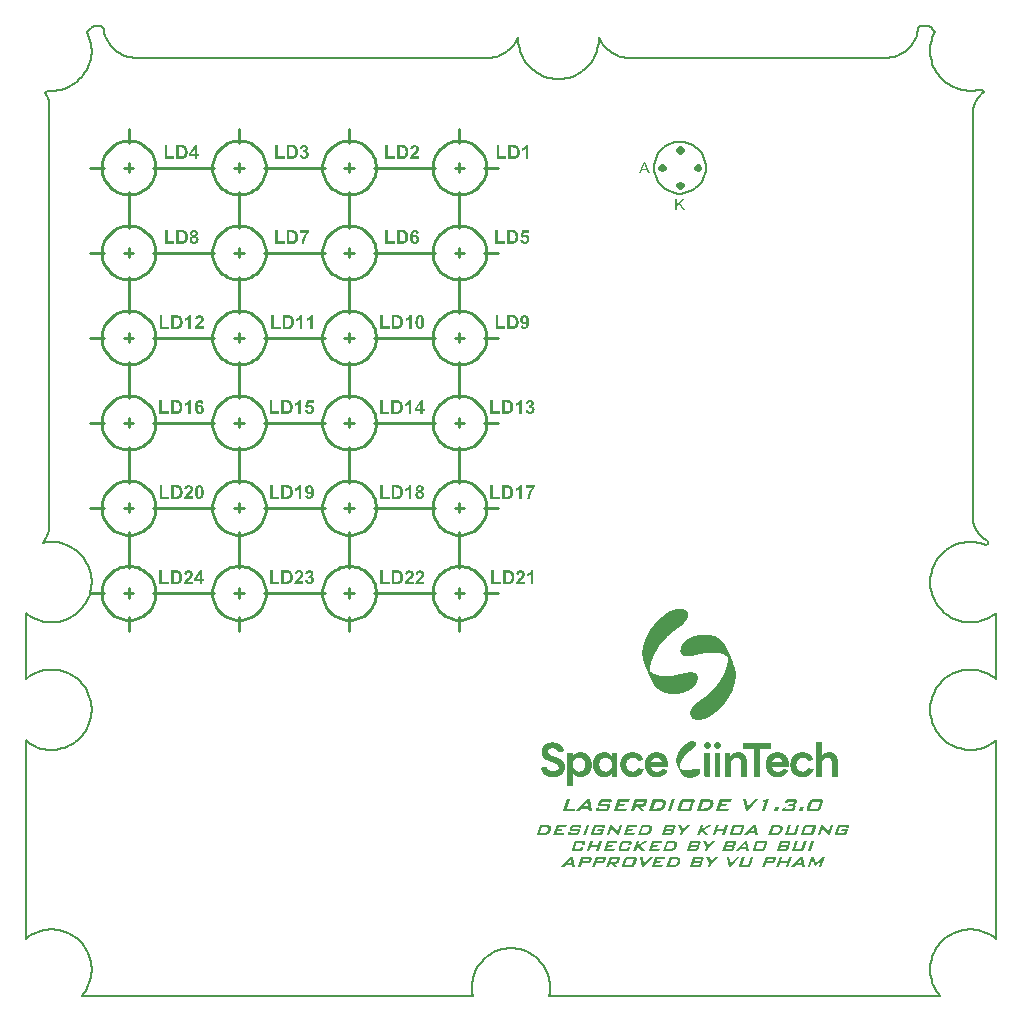
<source format=gbr>
G04*
G04 #@! TF.GenerationSoftware,Altium Limited,Altium Designer,25.8.1 (18)*
G04*
G04 Layer_Color=65535*
%FSLAX44Y44*%
%MOMM*%
G71*
G04*
G04 #@! TF.SameCoordinates,2A5453E3-354D-4B83-B7DC-91B48DEC4409*
G04*
G04*
G04 #@! TF.FilePolarity,Positive*
G04*
G01*
G75*
%ADD10C,0.2000*%
%ADD11C,0.1500*%
%ADD12C,0.2540*%
%ADD13C,0.4000*%
G36*
X570051Y341347D02*
X571137D01*
Y341075D01*
X571950D01*
Y340804D01*
X572493D01*
Y340533D01*
X572765D01*
Y340261D01*
X573307D01*
Y339990D01*
X573578D01*
Y339719D01*
X573850D01*
Y339447D01*
X574121D01*
Y338905D01*
X574392D01*
Y338362D01*
X574664D01*
Y337548D01*
X574935D01*
Y334564D01*
X574664D01*
Y333750D01*
X574392D01*
Y332936D01*
X574121D01*
Y332393D01*
X573850D01*
Y332122D01*
X573578D01*
Y331579D01*
X573307D01*
Y331308D01*
X573036D01*
Y330765D01*
X572765D01*
Y330494D01*
X572493D01*
Y330223D01*
X572222D01*
Y329951D01*
X571950D01*
Y329680D01*
X571679D01*
Y329409D01*
X571408D01*
Y329137D01*
X571137D01*
Y328866D01*
X570865D01*
Y328595D01*
X570594D01*
Y328323D01*
X570323D01*
Y328052D01*
X570051D01*
Y327781D01*
X569780D01*
Y327509D01*
X569509D01*
Y327238D01*
X569237D01*
Y326967D01*
X568695D01*
Y326696D01*
X568423D01*
Y326424D01*
X568152D01*
Y326153D01*
X567881D01*
Y325882D01*
X567338D01*
Y325610D01*
X567067D01*
Y325339D01*
X566796D01*
Y325068D01*
X566253D01*
Y324796D01*
X565982D01*
Y324525D01*
X565439D01*
Y324254D01*
X565168D01*
Y323982D01*
X564896D01*
Y323711D01*
X564354D01*
Y323440D01*
X564082D01*
Y323168D01*
X563540D01*
Y322897D01*
X563268D01*
Y322626D01*
X562997D01*
Y322355D01*
X562454D01*
Y322083D01*
X562183D01*
Y321812D01*
X561912D01*
Y321540D01*
X561369D01*
Y321269D01*
X561098D01*
Y320998D01*
X560827D01*
Y320727D01*
X560555D01*
Y320455D01*
X560013D01*
Y320184D01*
X559741D01*
Y319913D01*
X559470D01*
Y319641D01*
X559199D01*
Y319370D01*
X558927D01*
Y319099D01*
X558656D01*
Y318827D01*
X558385D01*
Y318556D01*
X558113D01*
Y318285D01*
X557842D01*
Y318013D01*
X557571D01*
Y317742D01*
X557299D01*
Y317471D01*
X557028D01*
Y317199D01*
X556757D01*
Y316928D01*
X556485D01*
Y316657D01*
X555943D01*
Y316114D01*
X555400D01*
Y315572D01*
X555129D01*
Y315300D01*
X554858D01*
Y315029D01*
X554586D01*
Y314758D01*
X554315D01*
Y314486D01*
X554044D01*
Y314215D01*
X553772D01*
Y313944D01*
X553501D01*
Y313401D01*
X553230D01*
Y313130D01*
X552958D01*
Y312858D01*
X552687D01*
Y312587D01*
X552416D01*
Y312045D01*
X552145D01*
Y311773D01*
X551873D01*
Y311502D01*
X551602D01*
Y311231D01*
X551330D01*
Y310688D01*
X551059D01*
Y310417D01*
X550788D01*
Y309874D01*
X550517D01*
Y309603D01*
X550245D01*
Y309060D01*
X549974D01*
Y308789D01*
X549703D01*
Y308246D01*
X549431D01*
Y307975D01*
X549160D01*
Y307432D01*
X548889D01*
Y307161D01*
X548617D01*
Y306618D01*
X548346D01*
Y306075D01*
X548075D01*
Y305533D01*
X547803D01*
Y305262D01*
X547532D01*
Y304719D01*
X547261D01*
Y304176D01*
X546990D01*
Y303634D01*
X546718D01*
Y303091D01*
X546447D01*
Y302548D01*
X546175D01*
Y302006D01*
X545904D01*
Y301463D01*
X545633D01*
Y300649D01*
X545362D01*
Y300107D01*
X545090D01*
Y299293D01*
X544819D01*
Y298479D01*
X544548D01*
Y297665D01*
X544276D01*
Y296851D01*
X544005D01*
Y296037D01*
X543734D01*
Y294952D01*
X543462D01*
Y293595D01*
X543191D01*
Y291696D01*
X542920D01*
Y288440D01*
X543191D01*
Y288169D01*
X543734D01*
Y287897D01*
X544005D01*
Y287626D01*
X544548D01*
Y287355D01*
X544819D01*
Y287083D01*
X545362D01*
Y286812D01*
X545633D01*
Y286541D01*
X546175D01*
Y286269D01*
X546990D01*
Y285998D01*
X547532D01*
Y285727D01*
X548346D01*
Y285455D01*
X549160D01*
Y285184D01*
X550245D01*
Y284913D01*
X551602D01*
Y284642D01*
X553501D01*
Y284370D01*
X558113D01*
Y284642D01*
X560827D01*
Y284913D01*
X562726D01*
Y285184D01*
X564354D01*
Y285455D01*
X565710D01*
Y285727D01*
X566796D01*
Y285998D01*
X567881D01*
Y286269D01*
X569237D01*
Y286541D01*
X570323D01*
Y286812D01*
X571679D01*
Y287083D01*
X573307D01*
Y287355D01*
X575206D01*
Y287626D01*
X579547D01*
Y287355D01*
X580633D01*
Y287083D01*
X581175D01*
Y286812D01*
X581718D01*
Y286541D01*
X581989D01*
Y286269D01*
X582261D01*
Y285998D01*
X582532D01*
Y285455D01*
X582803D01*
Y284913D01*
X583074D01*
Y283556D01*
X583346D01*
Y282742D01*
X583074D01*
Y281115D01*
X582803D01*
Y280029D01*
X582532D01*
Y279487D01*
X582261D01*
Y278944D01*
X581989D01*
Y278401D01*
X581718D01*
Y277859D01*
X581447D01*
Y277316D01*
X581175D01*
Y277045D01*
X580904D01*
Y276773D01*
X580633D01*
Y276231D01*
X580361D01*
Y275959D01*
X580090D01*
Y275688D01*
X579819D01*
Y275417D01*
X579547D01*
Y275145D01*
X579276D01*
Y274874D01*
X579005D01*
Y274603D01*
X578733D01*
Y274332D01*
X578191D01*
Y274060D01*
X577920D01*
Y273789D01*
X577648D01*
Y273518D01*
X577105D01*
Y273246D01*
X576834D01*
Y272975D01*
X576292D01*
Y272704D01*
X576020D01*
Y272432D01*
X575478D01*
Y272161D01*
X574935D01*
Y271890D01*
X574392D01*
Y271618D01*
X573578D01*
Y271347D01*
X573036D01*
Y271076D01*
X572222D01*
Y270805D01*
X571408D01*
Y270533D01*
X570594D01*
Y270262D01*
X569509D01*
Y269991D01*
X568152D01*
Y269719D01*
X566524D01*
Y269448D01*
X559470D01*
Y269719D01*
X557842D01*
Y269991D01*
X556485D01*
Y270262D01*
X555400D01*
Y270533D01*
X554586D01*
Y270805D01*
X554044D01*
Y271076D01*
X553230D01*
Y271347D01*
X552687D01*
Y271618D01*
X552145D01*
Y271890D01*
X551602D01*
Y272161D01*
X551059D01*
Y272432D01*
X550788D01*
Y272704D01*
X550245D01*
Y272975D01*
X549974D01*
Y273246D01*
X549703D01*
Y273518D01*
X549431D01*
Y273789D01*
X548889D01*
Y274060D01*
X548617D01*
Y274332D01*
X548346D01*
Y274603D01*
X548075D01*
Y274874D01*
X547803D01*
Y275145D01*
X547532D01*
Y275417D01*
X547261D01*
Y275959D01*
X546990D01*
Y276231D01*
X546718D01*
Y276502D01*
X546447D01*
Y277045D01*
X546175D01*
Y277316D01*
X545904D01*
Y277859D01*
X545633D01*
Y278130D01*
X545362D01*
Y278673D01*
X545090D01*
Y279215D01*
X544819D01*
Y279758D01*
X544548D01*
Y280301D01*
X544276D01*
Y280843D01*
X544005D01*
Y281386D01*
X543734D01*
Y281928D01*
X543462D01*
Y282471D01*
X543191D01*
Y283014D01*
X542920D01*
Y283556D01*
X542648D01*
Y284099D01*
X542377D01*
Y284642D01*
X542106D01*
Y285455D01*
X541834D01*
Y285998D01*
X541563D01*
Y286541D01*
X541292D01*
Y287083D01*
X541021D01*
Y287897D01*
X540749D01*
Y288440D01*
X540478D01*
Y289254D01*
X540207D01*
Y289797D01*
X539935D01*
Y290611D01*
X539664D01*
Y291153D01*
X539393D01*
Y291967D01*
X539121D01*
Y292510D01*
X538850D01*
Y293324D01*
X538579D01*
Y294138D01*
X538307D01*
Y294680D01*
X538036D01*
Y295494D01*
X537765D01*
Y296308D01*
X537493D01*
Y297393D01*
X537222D01*
Y298207D01*
X536951D01*
Y299564D01*
X536679D01*
Y301463D01*
X536408D01*
Y306347D01*
X536679D01*
Y308246D01*
X536951D01*
Y309874D01*
X537222D01*
Y310959D01*
X537493D01*
Y312045D01*
X537765D01*
Y312858D01*
X538036D01*
Y313672D01*
X538307D01*
Y314486D01*
X538579D01*
Y315029D01*
X538850D01*
Y315843D01*
X539121D01*
Y316385D01*
X539393D01*
Y317199D01*
X539664D01*
Y317742D01*
X539935D01*
Y318285D01*
X540207D01*
Y318827D01*
X540478D01*
Y319370D01*
X540749D01*
Y319913D01*
X541021D01*
Y320455D01*
X541292D01*
Y320998D01*
X541563D01*
Y321269D01*
X541834D01*
Y321812D01*
X542106D01*
Y322355D01*
X542377D01*
Y322626D01*
X542648D01*
Y323168D01*
X542920D01*
Y323440D01*
X543191D01*
Y323982D01*
X543462D01*
Y324254D01*
X543734D01*
Y324796D01*
X544005D01*
Y325068D01*
X544276D01*
Y325610D01*
X544548D01*
Y325882D01*
X544819D01*
Y326153D01*
X545090D01*
Y326696D01*
X545362D01*
Y326967D01*
X545633D01*
Y327238D01*
X545904D01*
Y327509D01*
X546175D01*
Y328052D01*
X546447D01*
Y328323D01*
X546718D01*
Y328595D01*
X546990D01*
Y328866D01*
X547261D01*
Y329137D01*
X547532D01*
Y329409D01*
X547803D01*
Y329951D01*
X548075D01*
Y330223D01*
X548346D01*
Y330494D01*
X548617D01*
Y330765D01*
X548889D01*
Y331037D01*
X549160D01*
Y331308D01*
X549431D01*
Y331579D01*
X549703D01*
Y331851D01*
X549974D01*
Y332122D01*
X550245D01*
Y332393D01*
X550517D01*
Y332664D01*
X550788D01*
Y332936D01*
X551059D01*
Y333207D01*
X551602D01*
Y333478D01*
X551873D01*
Y333750D01*
X552145D01*
Y334021D01*
X552416D01*
Y334292D01*
X552687D01*
Y334564D01*
X552958D01*
Y334835D01*
X553501D01*
Y335106D01*
X553772D01*
Y335378D01*
X554044D01*
Y335649D01*
X554315D01*
Y335920D01*
X554858D01*
Y336192D01*
X555129D01*
Y336463D01*
X555400D01*
Y336734D01*
X555943D01*
Y337006D01*
X556214D01*
Y337277D01*
X556485D01*
Y337548D01*
X557028D01*
Y337820D01*
X557299D01*
Y338091D01*
X557842D01*
Y338362D01*
X558385D01*
Y338633D01*
X558656D01*
Y338905D01*
X559199D01*
Y339176D01*
X559741D01*
Y339447D01*
X560284D01*
Y339719D01*
X560827D01*
Y339990D01*
X561369D01*
Y340261D01*
X561912D01*
Y340533D01*
X562726D01*
Y340804D01*
X563540D01*
Y341075D01*
X564625D01*
Y341347D01*
X565982D01*
Y341618D01*
X570051D01*
Y341347D01*
D02*
G37*
G36*
X590943Y319370D02*
X593385D01*
Y319099D01*
X595012D01*
Y318827D01*
X596098D01*
Y318556D01*
X596912D01*
Y318285D01*
X597725D01*
Y318013D01*
X598268D01*
Y317742D01*
X598811D01*
Y317471D01*
X599353D01*
Y317199D01*
X599896D01*
Y316928D01*
X600439D01*
Y316657D01*
X600981D01*
Y316385D01*
X601253D01*
Y316114D01*
X601524D01*
Y315843D01*
X602067D01*
Y315572D01*
X602338D01*
Y315300D01*
X602609D01*
Y315029D01*
X602881D01*
Y314758D01*
X603152D01*
Y314486D01*
X603694D01*
Y313944D01*
X603966D01*
Y313672D01*
X604237D01*
Y313401D01*
X604508D01*
Y313130D01*
X604780D01*
Y312858D01*
X605051D01*
Y312316D01*
X605322D01*
Y312045D01*
X605594D01*
Y311773D01*
X605865D01*
Y311231D01*
X606136D01*
Y310959D01*
X606408D01*
Y310417D01*
X606679D01*
Y309874D01*
X606950D01*
Y309331D01*
X607222D01*
Y308789D01*
X607493D01*
Y308246D01*
X607764D01*
Y307703D01*
X608036D01*
Y307161D01*
X608307D01*
Y306618D01*
X608578D01*
Y306075D01*
X608849D01*
Y305533D01*
X609121D01*
Y304990D01*
X609392D01*
Y304448D01*
X609663D01*
Y303634D01*
X609935D01*
Y303091D01*
X610206D01*
Y302548D01*
X610477D01*
Y301735D01*
X610749D01*
Y301192D01*
X611020D01*
Y300649D01*
X611291D01*
Y299835D01*
X611563D01*
Y299293D01*
X611834D01*
Y298479D01*
X612105D01*
Y297936D01*
X612377D01*
Y297122D01*
X612648D01*
Y296579D01*
X612919D01*
Y295765D01*
X613190D01*
Y294952D01*
X613462D01*
Y294138D01*
X613733D01*
Y293595D01*
X614005D01*
Y292781D01*
X614276D01*
Y291967D01*
X614547D01*
Y290882D01*
X614818D01*
Y290068D01*
X615090D01*
Y288440D01*
X615361D01*
Y281657D01*
X615090D01*
Y280029D01*
X614818D01*
Y278673D01*
X614547D01*
Y277587D01*
X614276D01*
Y276502D01*
X614005D01*
Y275688D01*
X613733D01*
Y274874D01*
X613462D01*
Y274060D01*
X613190D01*
Y273518D01*
X612919D01*
Y272704D01*
X612648D01*
Y272161D01*
X612377D01*
Y271618D01*
X612105D01*
Y270805D01*
X611834D01*
Y270262D01*
X611563D01*
Y269719D01*
X611291D01*
Y269177D01*
X611020D01*
Y268905D01*
X610749D01*
Y268363D01*
X610477D01*
Y267820D01*
X610206D01*
Y267277D01*
X609935D01*
Y267006D01*
X609663D01*
Y266463D01*
X609392D01*
Y265921D01*
X609121D01*
Y265650D01*
X608849D01*
Y265107D01*
X608578D01*
Y264835D01*
X608307D01*
Y264293D01*
X608036D01*
Y264022D01*
X607764D01*
Y263479D01*
X607493D01*
Y263208D01*
X607222D01*
Y262936D01*
X606950D01*
Y262394D01*
X606679D01*
Y262122D01*
X606408D01*
Y261851D01*
X606136D01*
Y261580D01*
X605865D01*
Y261037D01*
X605594D01*
Y260766D01*
X605322D01*
Y260494D01*
X605051D01*
Y260223D01*
X604780D01*
Y259681D01*
X604508D01*
Y259409D01*
X604237D01*
Y259138D01*
X603966D01*
Y258867D01*
X603694D01*
Y258595D01*
X603423D01*
Y258324D01*
X603152D01*
Y258053D01*
X602881D01*
Y257781D01*
X602609D01*
Y257510D01*
X602338D01*
Y257239D01*
X602067D01*
Y256967D01*
X601795D01*
Y256696D01*
X601524D01*
Y256425D01*
X601253D01*
Y256153D01*
X600981D01*
Y255882D01*
X600710D01*
Y255611D01*
X600439D01*
Y255340D01*
X600167D01*
Y255068D01*
X599625D01*
Y254797D01*
X599353D01*
Y254526D01*
X599082D01*
Y254254D01*
X598811D01*
Y253983D01*
X598540D01*
Y253712D01*
X597997D01*
Y253440D01*
X597725D01*
Y253169D01*
X597454D01*
Y252898D01*
X596912D01*
Y252626D01*
X596640D01*
Y252355D01*
X596369D01*
Y252084D01*
X595826D01*
Y251812D01*
X595555D01*
Y251541D01*
X595012D01*
Y251270D01*
X594741D01*
Y250998D01*
X594198D01*
Y250727D01*
X593927D01*
Y250456D01*
X593385D01*
Y250184D01*
X593113D01*
Y249913D01*
X592570D01*
Y249642D01*
X592028D01*
Y249370D01*
X591485D01*
Y249099D01*
X590943D01*
Y248828D01*
X590400D01*
Y248557D01*
X589857D01*
Y248285D01*
X589043D01*
Y248014D01*
X588229D01*
Y247743D01*
X586873D01*
Y247471D01*
X585245D01*
Y247200D01*
X581989D01*
Y247471D01*
X580904D01*
Y247743D01*
X580090D01*
Y248014D01*
X579547D01*
Y248285D01*
X579005D01*
Y248557D01*
X578733D01*
Y248828D01*
X578462D01*
Y249099D01*
X578191D01*
Y249370D01*
X577920D01*
Y249642D01*
X577648D01*
Y249913D01*
X577377D01*
Y250456D01*
X577105D01*
Y251270D01*
X576834D01*
Y254526D01*
X577105D01*
Y255340D01*
X577377D01*
Y255882D01*
X577648D01*
Y256425D01*
X577920D01*
Y256967D01*
X578191D01*
Y257239D01*
X578462D01*
Y257781D01*
X578733D01*
Y258053D01*
X579005D01*
Y258324D01*
X579276D01*
Y258595D01*
X579547D01*
Y259138D01*
X579819D01*
Y259409D01*
X580090D01*
Y259681D01*
X580361D01*
Y259952D01*
X580633D01*
Y260223D01*
X580904D01*
Y260494D01*
X581175D01*
Y260766D01*
X581447D01*
Y261037D01*
X581989D01*
Y261308D01*
X582261D01*
Y261580D01*
X582532D01*
Y261851D01*
X582803D01*
Y262122D01*
X583074D01*
Y262394D01*
X583617D01*
Y262665D01*
X583888D01*
Y262936D01*
X584160D01*
Y263208D01*
X584431D01*
Y263479D01*
X584974D01*
Y263750D01*
X585245D01*
Y264022D01*
X585788D01*
Y264293D01*
X586059D01*
Y264564D01*
X586330D01*
Y264835D01*
X586873D01*
Y265107D01*
X587144D01*
Y265378D01*
X587687D01*
Y265650D01*
X587958D01*
Y265921D01*
X588501D01*
Y266192D01*
X588772D01*
Y266463D01*
X589043D01*
Y266735D01*
X589586D01*
Y267006D01*
X589857D01*
Y267277D01*
X590129D01*
Y267549D01*
X590400D01*
Y267820D01*
X590943D01*
Y268091D01*
X591214D01*
Y268363D01*
X591485D01*
Y268634D01*
X591757D01*
Y268905D01*
X592028D01*
Y269177D01*
X592299D01*
Y269448D01*
X592842D01*
Y269719D01*
X593113D01*
Y269991D01*
X593385D01*
Y270262D01*
X593656D01*
Y270533D01*
X593927D01*
Y270805D01*
X594198D01*
Y271076D01*
X594470D01*
Y271347D01*
X594741D01*
Y271618D01*
X595012D01*
Y271890D01*
X595284D01*
Y272161D01*
X595555D01*
Y272432D01*
X595826D01*
Y272704D01*
X596098D01*
Y272975D01*
X596369D01*
Y273246D01*
X596640D01*
Y273518D01*
X596912D01*
Y273789D01*
X597183D01*
Y274332D01*
X597454D01*
Y274603D01*
X597725D01*
Y274874D01*
X597997D01*
Y275145D01*
X598268D01*
Y275417D01*
X598540D01*
Y275688D01*
X598811D01*
Y276231D01*
X599082D01*
Y276502D01*
X599353D01*
Y276773D01*
X599625D01*
Y277045D01*
X599896D01*
Y277587D01*
X600167D01*
Y277859D01*
X600439D01*
Y278130D01*
X600710D01*
Y278673D01*
X600981D01*
Y278944D01*
X601253D01*
Y279487D01*
X601524D01*
Y279758D01*
X601795D01*
Y280301D01*
X602067D01*
Y280572D01*
X602338D01*
Y281115D01*
X602609D01*
Y281386D01*
X602881D01*
Y281928D01*
X603152D01*
Y282471D01*
X603423D01*
Y282742D01*
X603694D01*
Y283285D01*
X603966D01*
Y283828D01*
X604237D01*
Y284370D01*
X604508D01*
Y284913D01*
X604780D01*
Y285455D01*
X605051D01*
Y285998D01*
X605322D01*
Y286541D01*
X605594D01*
Y287083D01*
X605865D01*
Y287626D01*
X606136D01*
Y288440D01*
X606408D01*
Y288983D01*
X606679D01*
Y289797D01*
X606950D01*
Y290611D01*
X607222D01*
Y291425D01*
X607493D01*
Y292238D01*
X607764D01*
Y293052D01*
X608036D01*
Y294409D01*
X608307D01*
Y295765D01*
X608578D01*
Y297393D01*
X608849D01*
Y300378D01*
X608578D01*
Y300649D01*
X608307D01*
Y300921D01*
X607764D01*
Y301192D01*
X607493D01*
Y301463D01*
X606950D01*
Y301735D01*
X606679D01*
Y302006D01*
X606136D01*
Y302277D01*
X605594D01*
Y302548D01*
X605051D01*
Y302820D01*
X604508D01*
Y303091D01*
X603694D01*
Y303362D01*
X602881D01*
Y303634D01*
X601795D01*
Y303905D01*
X600439D01*
Y304176D01*
X598540D01*
Y304448D01*
X593113D01*
Y304176D01*
X590671D01*
Y303905D01*
X589043D01*
Y303634D01*
X587416D01*
Y303362D01*
X586059D01*
Y303091D01*
X584974D01*
Y302820D01*
X583617D01*
Y302548D01*
X582532D01*
Y302277D01*
X581175D01*
Y302006D01*
X580090D01*
Y301735D01*
X578462D01*
Y301463D01*
X576563D01*
Y301192D01*
X572222D01*
Y301463D01*
X571408D01*
Y301735D01*
X570594D01*
Y302006D01*
X570323D01*
Y302277D01*
X569780D01*
Y302548D01*
X569509D01*
Y302820D01*
X569237D01*
Y303362D01*
X568966D01*
Y303905D01*
X568695D01*
Y304990D01*
X568423D01*
Y306618D01*
X568695D01*
Y307975D01*
X568966D01*
Y309060D01*
X569237D01*
Y309603D01*
X569509D01*
Y310145D01*
X569780D01*
Y310688D01*
X570051D01*
Y311231D01*
X570323D01*
Y311502D01*
X570594D01*
Y312045D01*
X570865D01*
Y312316D01*
X571137D01*
Y312587D01*
X571408D01*
Y313130D01*
X571679D01*
Y313401D01*
X571950D01*
Y313672D01*
X572222D01*
Y313944D01*
X572493D01*
Y314215D01*
X573036D01*
Y314486D01*
X573307D01*
Y314758D01*
X573578D01*
Y315029D01*
X573850D01*
Y315300D01*
X574392D01*
Y315572D01*
X574664D01*
Y315843D01*
X575206D01*
Y316114D01*
X575478D01*
Y316385D01*
X576020D01*
Y316657D01*
X576563D01*
Y316928D01*
X577105D01*
Y317199D01*
X577648D01*
Y317471D01*
X578191D01*
Y317742D01*
X579005D01*
Y318013D01*
X579819D01*
Y318285D01*
X580633D01*
Y318556D01*
X581447D01*
Y318827D01*
X582803D01*
Y319099D01*
X584160D01*
Y319370D01*
X586330D01*
Y319641D01*
X590943D01*
Y319370D01*
D02*
G37*
G36*
X600167Y228479D02*
X601253D01*
Y228208D01*
X601795D01*
Y227937D01*
X602067D01*
Y227665D01*
X602338D01*
Y227394D01*
X602609D01*
Y226580D01*
X602881D01*
Y224952D01*
X602609D01*
Y224410D01*
X602338D01*
Y223867D01*
X602067D01*
Y223596D01*
X601524D01*
Y223324D01*
X600981D01*
Y223053D01*
X598811D01*
Y223324D01*
X598268D01*
Y223596D01*
X597725D01*
Y223867D01*
X597454D01*
Y224410D01*
X597183D01*
Y224952D01*
X596912D01*
Y226580D01*
X597183D01*
Y227394D01*
X597454D01*
Y227665D01*
X597725D01*
Y227937D01*
X597997D01*
Y228208D01*
X598540D01*
Y228479D01*
X599625D01*
Y228750D01*
X600167D01*
Y228479D01*
D02*
G37*
G36*
X591485D02*
X592842D01*
Y228208D01*
X593113D01*
Y227937D01*
X593656D01*
Y227665D01*
X593927D01*
Y227123D01*
X594198D01*
Y224410D01*
X593927D01*
Y224138D01*
X593656D01*
Y223867D01*
X593385D01*
Y223596D01*
X593113D01*
Y223324D01*
X592570D01*
Y223053D01*
X590400D01*
Y223324D01*
X589586D01*
Y223596D01*
X589315D01*
Y223867D01*
X589043D01*
Y224138D01*
X588772D01*
Y224681D01*
X588501D01*
Y226851D01*
X588772D01*
Y227394D01*
X589043D01*
Y227665D01*
X589315D01*
Y227937D01*
X589586D01*
Y228208D01*
X589857D01*
Y228479D01*
X591214D01*
Y228750D01*
X591485D01*
Y228479D01*
D02*
G37*
G36*
X461525Y228208D02*
X463424D01*
Y227937D01*
X464238D01*
Y227665D01*
X465052D01*
Y227394D01*
X465595D01*
Y227123D01*
X466137D01*
Y226851D01*
X466409D01*
Y226580D01*
X466951D01*
Y226309D01*
X467223D01*
Y226037D01*
X467494D01*
Y225766D01*
X467765D01*
Y225495D01*
X468037D01*
Y225223D01*
X468308D01*
Y224952D01*
X468579D01*
Y224410D01*
X468851D01*
Y224138D01*
X469122D01*
Y223596D01*
X469393D01*
Y223053D01*
X469664D01*
Y222510D01*
X469936D01*
Y221696D01*
X470207D01*
Y220882D01*
X469393D01*
Y220611D01*
X468579D01*
Y220340D01*
X467494D01*
Y220068D01*
X466409D01*
Y219797D01*
X465052D01*
Y220068D01*
X464781D01*
Y220611D01*
X464510D01*
Y221154D01*
X464238D01*
Y221425D01*
X463967D01*
Y221696D01*
X463695D01*
Y221968D01*
X463424D01*
Y222239D01*
X463153D01*
Y222510D01*
X462882D01*
Y222782D01*
X462339D01*
Y223053D01*
X461254D01*
Y223324D01*
X459355D01*
Y223053D01*
X458269D01*
Y222782D01*
X457727D01*
Y222510D01*
X457184D01*
Y222239D01*
X456913D01*
Y221968D01*
X456641D01*
Y221696D01*
X456370D01*
Y219526D01*
X456641D01*
Y218983D01*
X456913D01*
Y218712D01*
X457184D01*
Y218440D01*
X457455D01*
Y218169D01*
X457727D01*
Y217898D01*
X458269D01*
Y217627D01*
X458540D01*
Y217355D01*
X459355D01*
Y217084D01*
X459897D01*
Y216813D01*
X460711D01*
Y216541D01*
X461254D01*
Y216270D01*
X462068D01*
Y215999D01*
X463153D01*
Y215727D01*
X463695D01*
Y215456D01*
X464510D01*
Y215185D01*
X465052D01*
Y214913D01*
X465866D01*
Y214642D01*
X466409D01*
Y214371D01*
X466680D01*
Y214100D01*
X467223D01*
Y213828D01*
X467494D01*
Y213557D01*
X468037D01*
Y213286D01*
X468308D01*
Y213014D01*
X468579D01*
Y212743D01*
X468851D01*
Y212472D01*
X469122D01*
Y211929D01*
X469393D01*
Y211658D01*
X469664D01*
Y211115D01*
X469936D01*
Y210572D01*
X470207D01*
Y209758D01*
X470478D01*
Y208402D01*
X470750D01*
Y205689D01*
X470478D01*
Y204603D01*
X470207D01*
Y203790D01*
X469936D01*
Y203247D01*
X469664D01*
Y202976D01*
X469393D01*
Y202433D01*
X469122D01*
Y202162D01*
X468851D01*
Y201890D01*
X468579D01*
Y201619D01*
X468308D01*
Y201348D01*
X468037D01*
Y201076D01*
X467765D01*
Y200805D01*
X467223D01*
Y200534D01*
X466951D01*
Y200262D01*
X466409D01*
Y199991D01*
X465866D01*
Y199720D01*
X465052D01*
Y199448D01*
X464238D01*
Y199177D01*
X463153D01*
Y198906D01*
X458269D01*
Y199177D01*
X456913D01*
Y199448D01*
X456099D01*
Y199720D01*
X455556D01*
Y199991D01*
X455013D01*
Y200262D01*
X454471D01*
Y200534D01*
X454199D01*
Y200805D01*
X453657D01*
Y201076D01*
X453386D01*
Y201348D01*
X453114D01*
Y201619D01*
X452843D01*
Y201890D01*
X452572D01*
Y202162D01*
X452300D01*
Y202433D01*
X452029D01*
Y202704D01*
X451758D01*
Y203247D01*
X451486D01*
Y203518D01*
X451215D01*
Y204061D01*
X450944D01*
Y204603D01*
X450672D01*
Y205146D01*
X450401D01*
Y205960D01*
X450130D01*
Y207045D01*
X451215D01*
Y207317D01*
X452300D01*
Y207588D01*
X453386D01*
Y207859D01*
X455013D01*
Y207588D01*
X455285D01*
Y207045D01*
X455556D01*
Y206503D01*
X455827D01*
Y205960D01*
X456099D01*
Y205689D01*
X456370D01*
Y205417D01*
X456641D01*
Y205146D01*
X456913D01*
Y204875D01*
X457455D01*
Y204603D01*
X457998D01*
Y204332D01*
X458812D01*
Y204061D01*
X462610D01*
Y204332D01*
X463424D01*
Y204603D01*
X463967D01*
Y204875D01*
X464510D01*
Y205146D01*
X464781D01*
Y205689D01*
X465052D01*
Y206231D01*
X465323D01*
Y207588D01*
X465052D01*
Y208402D01*
X464781D01*
Y208673D01*
X464510D01*
Y209216D01*
X464238D01*
Y209487D01*
X463695D01*
Y209758D01*
X463424D01*
Y210030D01*
X462882D01*
Y210301D01*
X462339D01*
Y210572D01*
X461796D01*
Y210844D01*
X461254D01*
Y211115D01*
X460440D01*
Y211386D01*
X459626D01*
Y211658D01*
X458812D01*
Y211929D01*
X458269D01*
Y212200D01*
X457455D01*
Y212472D01*
X456641D01*
Y212743D01*
X456099D01*
Y213014D01*
X455556D01*
Y213286D01*
X455013D01*
Y213557D01*
X454742D01*
Y213828D01*
X454199D01*
Y214100D01*
X453928D01*
Y214371D01*
X453657D01*
Y214642D01*
X453114D01*
Y214913D01*
X452843D01*
Y215185D01*
X452572D01*
Y215727D01*
X452300D01*
Y215999D01*
X452029D01*
Y216541D01*
X451758D01*
Y216813D01*
X451486D01*
Y217355D01*
X451215D01*
Y218169D01*
X450944D01*
Y222510D01*
X451215D01*
Y223324D01*
X451486D01*
Y223867D01*
X451758D01*
Y224410D01*
X452029D01*
Y224681D01*
X452300D01*
Y224952D01*
X452572D01*
Y225495D01*
X452843D01*
Y225766D01*
X453114D01*
Y226037D01*
X453657D01*
Y226309D01*
X453928D01*
Y226580D01*
X454199D01*
Y226851D01*
X454742D01*
Y227123D01*
X455285D01*
Y227394D01*
X455827D01*
Y227665D01*
X456641D01*
Y227937D01*
X457455D01*
Y228208D01*
X459355D01*
Y228479D01*
X461525D01*
Y228208D01*
D02*
G37*
G36*
X486215Y219526D02*
X487029D01*
Y219254D01*
X487843D01*
Y218983D01*
X488385D01*
Y218712D01*
X488928D01*
Y218440D01*
X489199D01*
Y218169D01*
X489742D01*
Y217898D01*
X490013D01*
Y217627D01*
X490285D01*
Y217355D01*
X490556D01*
Y217084D01*
X490827D01*
Y216813D01*
X491098D01*
Y216541D01*
X491370D01*
Y215999D01*
X491641D01*
Y215727D01*
X491912D01*
Y215185D01*
X492184D01*
Y214642D01*
X492455D01*
Y214100D01*
X492726D01*
Y213014D01*
X492998D01*
Y211929D01*
X493269D01*
Y207045D01*
X492998D01*
Y205689D01*
X492726D01*
Y204875D01*
X492455D01*
Y204332D01*
X492184D01*
Y203790D01*
X491912D01*
Y203247D01*
X491641D01*
Y202704D01*
X491370D01*
Y202433D01*
X491098D01*
Y202162D01*
X490827D01*
Y201619D01*
X490556D01*
Y201348D01*
X490285D01*
Y201076D01*
X489742D01*
Y200805D01*
X489470D01*
Y200534D01*
X488928D01*
Y200262D01*
X488657D01*
Y199991D01*
X488114D01*
Y199720D01*
X487300D01*
Y199448D01*
X486486D01*
Y199177D01*
X484858D01*
Y198906D01*
X483230D01*
Y199177D01*
X481602D01*
Y199448D01*
X480788D01*
Y199720D01*
X479975D01*
Y199991D01*
X479703D01*
Y200262D01*
X479160D01*
Y200534D01*
X478889D01*
Y200805D01*
X478347D01*
Y201076D01*
X478075D01*
Y201348D01*
X477804D01*
Y201619D01*
X477533D01*
Y191038D01*
X472649D01*
Y219254D01*
X472920D01*
Y219526D01*
X476990D01*
Y219254D01*
X477261D01*
Y217084D01*
X477804D01*
Y217355D01*
X478075D01*
Y217627D01*
X478347D01*
Y217898D01*
X478618D01*
Y218169D01*
X478889D01*
Y218440D01*
X479432D01*
Y218712D01*
X479703D01*
Y218983D01*
X480246D01*
Y219254D01*
X481060D01*
Y219526D01*
X481874D01*
Y219797D01*
X486215D01*
Y219526D01*
D02*
G37*
G36*
X619431D02*
X620516D01*
Y219254D01*
X621059D01*
Y218983D01*
X621601D01*
Y218712D01*
X621873D01*
Y218440D01*
X622415D01*
Y218169D01*
X622687D01*
Y217898D01*
X622958D01*
Y217627D01*
X623229D01*
Y217084D01*
X623501D01*
Y216813D01*
X623772D01*
Y216270D01*
X624043D01*
Y215727D01*
X624314D01*
Y214642D01*
X624586D01*
Y199448D01*
X619702D01*
Y200262D01*
Y200534D01*
Y211658D01*
X619431D01*
Y213014D01*
X619160D01*
Y213557D01*
X618888D01*
Y214100D01*
X618617D01*
Y214371D01*
X618345D01*
Y214642D01*
X617803D01*
Y214913D01*
X617260D01*
Y215185D01*
X614276D01*
Y214913D01*
X613733D01*
Y214642D01*
X613190D01*
Y214371D01*
X612919D01*
Y214100D01*
X612648D01*
Y213828D01*
X612377D01*
Y213557D01*
X612105D01*
Y213286D01*
X611834D01*
Y212743D01*
X611563D01*
Y211929D01*
X611291D01*
Y211115D01*
X611020D01*
Y199448D01*
X606136D01*
Y199720D01*
X605865D01*
Y219254D01*
X606136D01*
Y219526D01*
X610477D01*
Y219254D01*
X610749D01*
Y216813D01*
X611020D01*
Y217084D01*
X611291D01*
Y217627D01*
X611563D01*
Y217898D01*
X612105D01*
Y218169D01*
X612377D01*
Y218440D01*
X612648D01*
Y218712D01*
X613190D01*
Y218983D01*
X613733D01*
Y219254D01*
X614276D01*
Y219526D01*
X615361D01*
Y219797D01*
X619431D01*
Y219526D01*
D02*
G37*
G36*
X674237D02*
X675322D01*
Y219254D01*
X676136D01*
Y218983D01*
X676678D01*
Y218712D01*
X677221D01*
Y218440D01*
X677764D01*
Y218169D01*
X678035D01*
Y217898D01*
X678578D01*
Y217627D01*
X678849D01*
Y217355D01*
X679120D01*
Y217084D01*
X679392D01*
Y216541D01*
X679663D01*
Y216270D01*
X679934D01*
Y215727D01*
X680206D01*
Y215456D01*
X680477D01*
Y214913D01*
X680748D01*
Y214100D01*
X681020D01*
Y213557D01*
X680748D01*
Y213286D01*
X679934D01*
Y213014D01*
X678849D01*
Y212743D01*
X678035D01*
Y212472D01*
X676678D01*
Y212743D01*
X676407D01*
Y213286D01*
X676136D01*
Y213557D01*
X675864D01*
Y213828D01*
X675593D01*
Y214100D01*
X675322D01*
Y214371D01*
X675051D01*
Y214642D01*
X674508D01*
Y214913D01*
X673694D01*
Y215185D01*
X670438D01*
Y214913D01*
X669624D01*
Y214642D01*
X669082D01*
Y214371D01*
X668810D01*
Y214100D01*
X668539D01*
Y213828D01*
X668268D01*
Y213557D01*
X667996D01*
Y213286D01*
X667725D01*
Y212743D01*
X667454D01*
Y212200D01*
X667182D01*
Y211658D01*
X666911D01*
Y210301D01*
X666640D01*
Y208673D01*
X666911D01*
Y207317D01*
X667182D01*
Y206503D01*
X667454D01*
Y205960D01*
X667725D01*
Y205689D01*
X667996D01*
Y205417D01*
X668268D01*
Y204875D01*
X668810D01*
Y204603D01*
X669082D01*
Y204332D01*
X669624D01*
Y204061D01*
X670167D01*
Y203790D01*
X671252D01*
Y203518D01*
X672880D01*
Y203790D01*
X673965D01*
Y204061D01*
X674779D01*
Y204332D01*
X675051D01*
Y204603D01*
X675322D01*
Y204875D01*
X675593D01*
Y205146D01*
X675864D01*
Y205417D01*
X676136D01*
Y205689D01*
X676407D01*
Y206231D01*
X676678D01*
Y206503D01*
X678035D01*
Y206231D01*
X679392D01*
Y205960D01*
X680477D01*
Y205689D01*
X681291D01*
Y204603D01*
X681020D01*
Y204061D01*
X680748D01*
Y203518D01*
X680477D01*
Y203247D01*
X680206D01*
Y202704D01*
X679934D01*
Y202433D01*
X679663D01*
Y202162D01*
X679392D01*
Y201619D01*
X678849D01*
Y201348D01*
X678578D01*
Y201076D01*
X678306D01*
Y200805D01*
X678035D01*
Y200534D01*
X677492D01*
Y200262D01*
X676950D01*
Y199991D01*
X676407D01*
Y199720D01*
X675864D01*
Y199448D01*
X674779D01*
Y199177D01*
X672880D01*
Y198906D01*
X670981D01*
Y199177D01*
X669082D01*
Y199448D01*
X667996D01*
Y199720D01*
X667182D01*
Y199991D01*
X666640D01*
Y200262D01*
X666097D01*
Y200534D01*
X665826D01*
Y200805D01*
X665283D01*
Y201076D01*
X665012D01*
Y201348D01*
X664741D01*
Y201619D01*
X664469D01*
Y201890D01*
X664198D01*
Y202162D01*
X663927D01*
Y202433D01*
X663655D01*
Y202704D01*
X663384D01*
Y203247D01*
X663113D01*
Y203518D01*
X662841D01*
Y204061D01*
X662570D01*
Y204603D01*
X662299D01*
Y205417D01*
X662027D01*
Y206231D01*
X661756D01*
Y207859D01*
X661485D01*
Y211115D01*
X661756D01*
Y212472D01*
X662027D01*
Y213557D01*
X662299D01*
Y214100D01*
X662570D01*
Y214642D01*
X662841D01*
Y215185D01*
X663113D01*
Y215727D01*
X663384D01*
Y215999D01*
X663655D01*
Y216541D01*
X663927D01*
Y216813D01*
X664198D01*
Y217084D01*
X664469D01*
Y217355D01*
X664741D01*
Y217627D01*
X665283D01*
Y217898D01*
X665555D01*
Y218169D01*
X665826D01*
Y218440D01*
X666368D01*
Y218712D01*
X666911D01*
Y218983D01*
X667454D01*
Y219254D01*
X668268D01*
Y219526D01*
X669353D01*
Y219797D01*
X674237D01*
Y219526D01*
D02*
G37*
G36*
X530439D02*
X531525D01*
Y219254D01*
X532338D01*
Y218983D01*
X532881D01*
Y218712D01*
X533424D01*
Y218440D01*
X533966D01*
Y218169D01*
X534238D01*
Y217898D01*
X534509D01*
Y217627D01*
X535052D01*
Y217355D01*
X535323D01*
Y216813D01*
X535594D01*
Y216541D01*
X535866D01*
Y216270D01*
X536137D01*
Y215727D01*
X536408D01*
Y215456D01*
X536679D01*
Y214913D01*
X536951D01*
Y214100D01*
X537222D01*
Y213557D01*
X536951D01*
Y213286D01*
X535866D01*
Y213014D01*
X535052D01*
Y212743D01*
X534238D01*
Y212472D01*
X532881D01*
Y212743D01*
X532610D01*
Y213286D01*
X532338D01*
Y213557D01*
X532067D01*
Y213828D01*
X531796D01*
Y214100D01*
X531525D01*
Y214371D01*
X531253D01*
Y214642D01*
X530710D01*
Y214913D01*
X529897D01*
Y215185D01*
X526641D01*
Y214913D01*
X525827D01*
Y214642D01*
X525284D01*
Y214371D01*
X525013D01*
Y214100D01*
X524742D01*
Y213828D01*
X524470D01*
Y213557D01*
X524199D01*
Y213286D01*
X523928D01*
Y213014D01*
X523656D01*
Y212472D01*
X523385D01*
Y211658D01*
X523114D01*
Y210572D01*
X522842D01*
Y210301D01*
Y208402D01*
X523114D01*
Y207317D01*
X523385D01*
Y206503D01*
X523656D01*
Y205960D01*
X523928D01*
Y205689D01*
X524199D01*
Y205146D01*
X524470D01*
Y204875D01*
X524742D01*
Y204603D01*
X525284D01*
Y204332D01*
X525555D01*
Y204061D01*
X526370D01*
Y203790D01*
X527455D01*
Y203518D01*
X529083D01*
Y203790D01*
X530168D01*
Y204061D01*
X530710D01*
Y204332D01*
X531253D01*
Y204603D01*
X531525D01*
Y204875D01*
X531796D01*
Y205146D01*
X532067D01*
Y205417D01*
X532338D01*
Y205689D01*
X532610D01*
Y206231D01*
X532881D01*
Y206503D01*
X534238D01*
Y206231D01*
X535594D01*
Y205960D01*
X536679D01*
Y205689D01*
X537493D01*
Y204875D01*
X537222D01*
Y204061D01*
X536951D01*
Y203790D01*
X536679D01*
Y203247D01*
X536408D01*
Y202704D01*
X536137D01*
Y202433D01*
X535866D01*
Y202162D01*
X535594D01*
Y201890D01*
X535323D01*
Y201619D01*
X535052D01*
Y201348D01*
X534780D01*
Y201076D01*
X534509D01*
Y200805D01*
X534238D01*
Y200534D01*
X533695D01*
Y200262D01*
X533152D01*
Y199991D01*
X532610D01*
Y199720D01*
X531796D01*
Y199448D01*
X530982D01*
Y199177D01*
X529083D01*
Y198906D01*
X526912D01*
Y199177D01*
X525284D01*
Y199448D01*
X524199D01*
Y199720D01*
X523385D01*
Y199991D01*
X522842D01*
Y200262D01*
X522300D01*
Y200534D01*
X522028D01*
Y200805D01*
X521486D01*
Y201076D01*
X521214D01*
Y201348D01*
X520943D01*
Y201619D01*
X520672D01*
Y201890D01*
X520401D01*
Y202162D01*
X520129D01*
Y202433D01*
X519858D01*
Y202704D01*
X519587D01*
Y203247D01*
X519315D01*
Y203518D01*
X519044D01*
Y204061D01*
X518773D01*
Y204603D01*
X518501D01*
Y205417D01*
X518230D01*
Y206231D01*
X517959D01*
Y207588D01*
X517687D01*
Y211386D01*
X517959D01*
Y212743D01*
X518230D01*
Y213557D01*
X518501D01*
Y214371D01*
X518773D01*
Y214913D01*
X519044D01*
Y215185D01*
X519315D01*
Y215727D01*
X519587D01*
Y215999D01*
X519858D01*
Y216541D01*
X520129D01*
Y216813D01*
X520401D01*
Y217084D01*
X520672D01*
Y217355D01*
X520943D01*
Y217627D01*
X521214D01*
Y217898D01*
X521757D01*
Y218169D01*
X522028D01*
Y218440D01*
X522571D01*
Y218712D01*
X523114D01*
Y218983D01*
X523656D01*
Y219254D01*
X524470D01*
Y219526D01*
X525555D01*
Y219797D01*
X530439D01*
Y219526D01*
D02*
G37*
G36*
X688074Y217355D02*
X688345D01*
Y217627D01*
X688616D01*
Y217898D01*
X689159D01*
Y218169D01*
X689430D01*
Y218440D01*
X689702D01*
Y218712D01*
X690244D01*
Y218983D01*
X690787D01*
Y219254D01*
X691329D01*
Y219526D01*
X692415D01*
Y219797D01*
X696485D01*
Y219526D01*
X697570D01*
Y219254D01*
X698112D01*
Y218983D01*
X698655D01*
Y218712D01*
X698926D01*
Y218440D01*
X699469D01*
Y218169D01*
X699740D01*
Y217898D01*
X700012D01*
Y217627D01*
X700283D01*
Y217084D01*
X700554D01*
Y216813D01*
X700826D01*
Y216270D01*
X701097D01*
Y215727D01*
X701368D01*
Y214642D01*
X701639D01*
Y199448D01*
X696756D01*
Y211658D01*
X696485D01*
Y212743D01*
X696213D01*
Y213557D01*
X695942D01*
Y214100D01*
X695670D01*
Y214371D01*
X695399D01*
Y214642D01*
X694857D01*
Y214913D01*
X694314D01*
Y215185D01*
X691329D01*
Y214913D01*
X690787D01*
Y214642D01*
X690244D01*
Y214371D01*
X689973D01*
Y214100D01*
X689702D01*
Y213828D01*
X689430D01*
Y213557D01*
X689159D01*
Y213286D01*
X688888D01*
Y212743D01*
X688616D01*
Y211929D01*
X688345D01*
Y211115D01*
X688074D01*
Y199448D01*
X683190D01*
Y199720D01*
X682919D01*
Y228208D01*
X683190D01*
Y228479D01*
X688074D01*
Y217355D01*
D02*
G37*
G36*
X645206Y227665D02*
X645477D01*
Y223053D01*
X636524D01*
Y222782D01*
X636252D01*
Y199448D01*
X631097D01*
Y222782D01*
X630826D01*
Y223053D01*
X621873D01*
Y227937D01*
X645206D01*
Y227665D01*
D02*
G37*
G36*
X602338Y199448D02*
X597454D01*
Y205960D01*
Y206231D01*
Y219526D01*
X602338D01*
Y199448D01*
D02*
G37*
G36*
X593656Y219254D02*
X593927D01*
Y199448D01*
X589043D01*
Y199720D01*
X588772D01*
Y208402D01*
Y208673D01*
Y219254D01*
X589043D01*
Y219526D01*
X593656D01*
Y219254D01*
D02*
G37*
G36*
X506021Y219526D02*
X506835D01*
Y219254D01*
X507649D01*
Y218983D01*
X508191D01*
Y218712D01*
X508463D01*
Y218440D01*
X509005D01*
Y218169D01*
X509277D01*
Y217898D01*
X509548D01*
Y217627D01*
X509819D01*
Y217355D01*
X510090D01*
Y217084D01*
X510633D01*
Y219254D01*
X510905D01*
Y219526D01*
X515246D01*
Y201348D01*
Y201076D01*
Y199448D01*
X510633D01*
Y201890D01*
X510362D01*
Y201619D01*
X510090D01*
Y201348D01*
X509819D01*
Y201076D01*
X509548D01*
Y200805D01*
X509005D01*
Y200534D01*
X508734D01*
Y200262D01*
X508191D01*
Y199991D01*
X507920D01*
Y199720D01*
X507106D01*
Y199448D01*
X506292D01*
Y199177D01*
X504664D01*
Y198906D01*
X503036D01*
Y199177D01*
X501408D01*
Y199448D01*
X500594D01*
Y199720D01*
X499781D01*
Y199991D01*
X499238D01*
Y200262D01*
X498967D01*
Y200534D01*
X498424D01*
Y200805D01*
X498153D01*
Y201076D01*
X497881D01*
Y201348D01*
X497339D01*
Y201619D01*
X497067D01*
Y202162D01*
X496796D01*
Y202433D01*
X496525D01*
Y202704D01*
X496253D01*
Y203247D01*
X495982D01*
Y203790D01*
X495711D01*
Y204332D01*
X495439D01*
Y204875D01*
X495168D01*
Y205689D01*
X494897D01*
Y207045D01*
X494626D01*
Y211929D01*
X494897D01*
Y213014D01*
X495168D01*
Y213828D01*
X495439D01*
Y214642D01*
X495711D01*
Y215185D01*
X495982D01*
Y215727D01*
X496253D01*
Y215999D01*
X496525D01*
Y216541D01*
X496796D01*
Y216813D01*
X497067D01*
Y217084D01*
X497339D01*
Y217355D01*
X497610D01*
Y217627D01*
X497881D01*
Y217898D01*
X498153D01*
Y218169D01*
X498695D01*
Y218440D01*
X498967D01*
Y218712D01*
X499509D01*
Y218983D01*
X500052D01*
Y219254D01*
X500866D01*
Y219526D01*
X501951D01*
Y219797D01*
X506021D01*
Y219526D01*
D02*
G37*
G36*
X653074D02*
X654159D01*
Y219254D01*
X654702D01*
Y218983D01*
X655516D01*
Y218712D01*
X655787D01*
Y218440D01*
X656330D01*
Y218169D01*
X656601D01*
Y217898D01*
X657144D01*
Y217627D01*
X657415D01*
Y217355D01*
X657686D01*
Y216813D01*
X657958D01*
Y216541D01*
X658229D01*
Y216270D01*
X658500D01*
Y215727D01*
X658772D01*
Y215456D01*
X659043D01*
Y214913D01*
X659314D01*
Y214100D01*
X659585D01*
Y213286D01*
X659857D01*
Y212472D01*
X660128D01*
Y211115D01*
Y210844D01*
Y210572D01*
X660399D01*
Y208130D01*
X660128D01*
Y207859D01*
X646020D01*
Y207317D01*
X646291D01*
Y206503D01*
X646562D01*
Y205960D01*
X646834D01*
Y205417D01*
X647105D01*
Y205146D01*
X647376D01*
Y204875D01*
X647648D01*
Y204603D01*
X647919D01*
Y204332D01*
X648190D01*
Y204061D01*
X648733D01*
Y203790D01*
X649547D01*
Y203518D01*
X652531D01*
Y203790D01*
X653074D01*
Y204061D01*
X653617D01*
Y204332D01*
X654159D01*
Y204603D01*
X654430D01*
Y204875D01*
X654702D01*
Y205146D01*
X654973D01*
Y205417D01*
X655245D01*
Y205689D01*
X655516D01*
Y205960D01*
X656601D01*
Y205689D01*
X657144D01*
Y205417D01*
X657958D01*
Y205146D01*
X658772D01*
Y204875D01*
X659585D01*
Y204603D01*
X659857D01*
Y204061D01*
X659585D01*
Y203790D01*
X659314D01*
Y203247D01*
X659043D01*
Y202704D01*
X658772D01*
Y202433D01*
X658500D01*
Y202162D01*
X658229D01*
Y201890D01*
X657958D01*
Y201619D01*
X657686D01*
Y201348D01*
X657415D01*
Y201076D01*
X657144D01*
Y200805D01*
X656601D01*
Y200534D01*
X656330D01*
Y200262D01*
X655787D01*
Y199991D01*
X655245D01*
Y199720D01*
X654430D01*
Y199448D01*
X653617D01*
Y199177D01*
X651717D01*
Y198906D01*
X649818D01*
Y199177D01*
X647919D01*
Y199448D01*
X647105D01*
Y199720D01*
X646291D01*
Y199991D01*
X645748D01*
Y200262D01*
X645206D01*
Y200534D01*
X644934D01*
Y200805D01*
X644392D01*
Y201076D01*
X644120D01*
Y201348D01*
X643849D01*
Y201619D01*
X643578D01*
Y201890D01*
X643307D01*
Y202162D01*
X643035D01*
Y202433D01*
X642764D01*
Y202704D01*
X642493D01*
Y203247D01*
X642221D01*
Y203790D01*
X641950D01*
Y204061D01*
X641679D01*
Y204875D01*
X641407D01*
Y205417D01*
X641136D01*
Y206503D01*
X640865D01*
Y208130D01*
X640593D01*
Y210572D01*
X640865D01*
Y212472D01*
X641136D01*
Y213286D01*
X641407D01*
Y214100D01*
X641679D01*
Y214642D01*
X641950D01*
Y215185D01*
X642221D01*
Y215727D01*
X642493D01*
Y215999D01*
X642764D01*
Y216541D01*
X643035D01*
Y216813D01*
X643307D01*
Y217084D01*
X643578D01*
Y217355D01*
X643849D01*
Y217627D01*
X644120D01*
Y217898D01*
X644663D01*
Y218169D01*
X644934D01*
Y218440D01*
X645477D01*
Y218712D01*
X646020D01*
Y218983D01*
X646562D01*
Y219254D01*
X647376D01*
Y219526D01*
X648462D01*
Y219797D01*
X653074D01*
Y219526D01*
D02*
G37*
G36*
X550788D02*
X551873D01*
Y219254D01*
X552416D01*
Y218983D01*
X553230D01*
Y218712D01*
X553501D01*
Y218440D01*
X554044D01*
Y218169D01*
X554315D01*
Y217898D01*
X554858D01*
Y217627D01*
X555129D01*
Y217355D01*
X555400D01*
Y217084D01*
X555672D01*
Y216541D01*
X555943D01*
Y216270D01*
X556214D01*
Y215727D01*
X556485D01*
Y215456D01*
X556757D01*
Y214913D01*
X557028D01*
Y214100D01*
X557299D01*
Y213557D01*
X557571D01*
Y212472D01*
X557842D01*
Y210572D01*
X558113D01*
Y208130D01*
X557842D01*
Y207859D01*
X543734D01*
Y207317D01*
X544005D01*
Y206503D01*
X544276D01*
Y205960D01*
X544548D01*
Y205417D01*
X544819D01*
Y205146D01*
X545090D01*
Y204875D01*
X545362D01*
Y204603D01*
X545633D01*
Y204332D01*
X545904D01*
Y204061D01*
X546447D01*
Y203790D01*
X547261D01*
Y203518D01*
X550245D01*
Y203790D01*
X550788D01*
Y204061D01*
X551330D01*
Y204332D01*
X551873D01*
Y204603D01*
X552145D01*
Y204875D01*
X552416D01*
Y205146D01*
X552687D01*
Y205417D01*
X552958D01*
Y205960D01*
X554315D01*
Y205689D01*
X554858D01*
Y205417D01*
X555672D01*
Y205146D01*
X556485D01*
Y204875D01*
X557299D01*
Y204603D01*
X557571D01*
Y204061D01*
X557299D01*
Y203518D01*
X557028D01*
Y203247D01*
X556757D01*
Y202704D01*
X556485D01*
Y202433D01*
X556214D01*
Y202162D01*
X555943D01*
Y201890D01*
X555672D01*
Y201619D01*
X555400D01*
Y201348D01*
X555129D01*
Y201076D01*
X554858D01*
Y200805D01*
X554315D01*
Y200534D01*
X554044D01*
Y200262D01*
X553501D01*
Y199991D01*
X552958D01*
Y199720D01*
X552145D01*
Y199448D01*
X551330D01*
Y199177D01*
X549431D01*
Y198906D01*
X547532D01*
Y199177D01*
X545633D01*
Y199448D01*
X544819D01*
Y199720D01*
X544005D01*
Y199991D01*
X543462D01*
Y200262D01*
X542920D01*
Y200534D01*
X542648D01*
Y200805D01*
X542106D01*
Y201076D01*
X541834D01*
Y201348D01*
X541563D01*
Y201619D01*
X541292D01*
Y201890D01*
X541021D01*
Y202162D01*
X540749D01*
Y202433D01*
X540478D01*
Y202704D01*
X540207D01*
Y203247D01*
X539935D01*
Y203790D01*
X539664D01*
Y204061D01*
X539393D01*
Y204875D01*
X539121D01*
Y205417D01*
X538850D01*
Y206503D01*
X538579D01*
Y208402D01*
X538307D01*
Y210572D01*
X538579D01*
Y212472D01*
X538850D01*
Y213286D01*
X539121D01*
Y214100D01*
X539393D01*
Y214642D01*
X539664D01*
Y215185D01*
X539935D01*
Y215727D01*
X540207D01*
Y215999D01*
X540478D01*
Y216270D01*
X540749D01*
Y216813D01*
X541021D01*
Y217084D01*
X541292D01*
Y217355D01*
X541563D01*
Y217627D01*
X542106D01*
Y217898D01*
X542377D01*
Y218169D01*
X542648D01*
Y218440D01*
X543191D01*
Y218712D01*
X543734D01*
Y218983D01*
X544276D01*
Y219254D01*
X545090D01*
Y219526D01*
X546175D01*
Y219797D01*
X550788D01*
Y219526D01*
D02*
G37*
G36*
X579276Y229293D02*
X580361D01*
Y229022D01*
X580904D01*
Y228750D01*
X581175D01*
Y228479D01*
X581447D01*
Y227937D01*
X581718D01*
Y226037D01*
X581447D01*
Y225495D01*
X581175D01*
Y224952D01*
X580904D01*
Y224681D01*
X580633D01*
Y224410D01*
X580361D01*
Y224138D01*
X580090D01*
Y223867D01*
X579819D01*
Y223596D01*
X579547D01*
Y223324D01*
X579276D01*
Y223053D01*
X579005D01*
Y222782D01*
X578462D01*
Y222510D01*
X578191D01*
Y222239D01*
X577920D01*
Y221968D01*
X577377D01*
Y221696D01*
X577105D01*
Y221425D01*
X576563D01*
Y221154D01*
X576292D01*
Y220882D01*
X576020D01*
Y220611D01*
X575749D01*
Y220340D01*
X575206D01*
Y220068D01*
X574935D01*
Y219797D01*
X574664D01*
Y219526D01*
X574392D01*
Y219254D01*
X574121D01*
Y218983D01*
X573850D01*
Y218712D01*
X573578D01*
Y218440D01*
X573307D01*
Y218169D01*
X573036D01*
Y217898D01*
X572765D01*
Y217627D01*
X572493D01*
Y217355D01*
X572222D01*
Y216813D01*
X571950D01*
Y216541D01*
X571679D01*
Y216270D01*
X571408D01*
Y215727D01*
X571137D01*
Y215456D01*
X570865D01*
Y214913D01*
X570594D01*
Y214642D01*
X570323D01*
Y214100D01*
X570051D01*
Y213828D01*
X569780D01*
Y213286D01*
X569509D01*
Y212743D01*
X569237D01*
Y212200D01*
X568966D01*
Y211386D01*
X568695D01*
Y210572D01*
X568423D01*
Y209758D01*
X568152D01*
Y208673D01*
X567881D01*
Y206503D01*
X568152D01*
Y206231D01*
X568423D01*
Y205960D01*
X568966D01*
Y205689D01*
X569509D01*
Y205417D01*
X570051D01*
Y205146D01*
X570865D01*
Y204875D01*
X572222D01*
Y204603D01*
X574935D01*
Y204875D01*
X576834D01*
Y205146D01*
X578191D01*
Y205417D01*
X579276D01*
Y205689D01*
X580633D01*
Y205960D01*
X584431D01*
Y205689D01*
X584702D01*
Y205417D01*
X584974D01*
Y204875D01*
X585245D01*
Y202976D01*
X584974D01*
Y202433D01*
X584702D01*
Y201890D01*
X584431D01*
Y201348D01*
X584160D01*
Y201076D01*
X583888D01*
Y200805D01*
X583617D01*
Y200534D01*
X583346D01*
Y200262D01*
X582803D01*
Y199991D01*
X582532D01*
Y199720D01*
X581989D01*
Y199448D01*
X581447D01*
Y199177D01*
X580904D01*
Y198906D01*
X580090D01*
Y198634D01*
X579005D01*
Y198363D01*
X574121D01*
Y198634D01*
X573036D01*
Y198906D01*
X572222D01*
Y199177D01*
X571679D01*
Y199448D01*
X571408D01*
Y199720D01*
X570865D01*
Y199991D01*
X570594D01*
Y200262D01*
X570323D01*
Y200534D01*
X570051D01*
Y200805D01*
X569780D01*
Y201076D01*
X569509D01*
Y201348D01*
X569237D01*
Y201890D01*
X568966D01*
Y202433D01*
X568695D01*
Y202976D01*
X568423D01*
Y203247D01*
X568152D01*
Y204061D01*
X567881D01*
Y204603D01*
X567609D01*
Y205146D01*
X567338D01*
Y205689D01*
X567067D01*
Y206503D01*
X566796D01*
Y207045D01*
X566524D01*
Y207859D01*
X566253D01*
Y208402D01*
X565982D01*
Y208944D01*
X565710D01*
Y209758D01*
X565439D01*
Y210030D01*
X565710D01*
Y210301D01*
X565439D01*
Y211115D01*
X565168D01*
Y215185D01*
X565439D01*
Y216270D01*
X565710D01*
Y217355D01*
X565982D01*
Y217898D01*
X566253D01*
Y218712D01*
X566524D01*
Y219254D01*
X566796D01*
Y219797D01*
X567067D01*
Y220340D01*
X567338D01*
Y220882D01*
X567609D01*
Y221154D01*
X567881D01*
Y221696D01*
X568152D01*
Y221968D01*
X568423D01*
Y222510D01*
X568695D01*
Y222782D01*
X568966D01*
Y223053D01*
X569237D01*
Y223596D01*
X569509D01*
Y223867D01*
X569780D01*
Y224138D01*
X570051D01*
Y224410D01*
X570323D01*
Y224681D01*
X570594D01*
Y224952D01*
X570865D01*
Y225223D01*
X571137D01*
Y225495D01*
X571408D01*
Y225766D01*
X571679D01*
Y226037D01*
X571950D01*
Y226309D01*
X572222D01*
Y226580D01*
X572765D01*
Y226851D01*
X573036D01*
Y227123D01*
X573307D01*
Y227394D01*
X573850D01*
Y227665D01*
X574121D01*
Y227937D01*
X574664D01*
Y228208D01*
X574935D01*
Y228479D01*
X575478D01*
Y228750D01*
X576020D01*
Y229022D01*
X576834D01*
Y229293D01*
X578191D01*
Y229564D01*
X579276D01*
Y229293D01*
D02*
G37*
G36*
X592645Y140032D02*
X591358Y136227D01*
X589108D01*
X590382Y139990D01*
X587736Y144743D01*
X590523D01*
X592193Y141589D01*
X596012Y144743D01*
X598488D01*
X592645Y140032D01*
D02*
G37*
G36*
X499326Y136227D02*
X497077D01*
X498279Y139763D01*
X492635D01*
X491432Y136227D01*
X489197D01*
X492083Y144743D01*
X494318D01*
X493243Y141560D01*
X498888D01*
X499963Y144743D01*
X502213D01*
X499326Y136227D01*
D02*
G37*
G36*
X525854Y144729D02*
X525967Y144715D01*
X526221Y144687D01*
X526490Y144630D01*
X526745Y144545D01*
X526858Y144489D01*
X526957Y144432D01*
X527042Y144361D01*
X527113Y144277D01*
X527127Y144248D01*
X527155Y144192D01*
X527198Y144064D01*
X527226Y143895D01*
X527240Y143796D01*
Y143668D01*
Y143541D01*
X527226Y143385D01*
X527198Y143230D01*
X527155Y143046D01*
X527113Y142848D01*
X527042Y142635D01*
X526731Y141730D01*
X524382Y141405D01*
X524906Y142961D01*
X520081D01*
X518426Y138080D01*
X523250D01*
X523859Y139848D01*
X525938Y139410D01*
X525571Y138320D01*
Y138306D01*
X525556Y138264D01*
X525528Y138207D01*
X525500Y138122D01*
X525457Y138037D01*
X525415Y137924D01*
X525288Y137670D01*
X525132Y137401D01*
X524962Y137132D01*
X524764Y136877D01*
X524651Y136778D01*
X524538Y136679D01*
X524510Y136665D01*
X524467Y136637D01*
X524425Y136608D01*
X524354Y136580D01*
X524269Y136538D01*
X524184Y136495D01*
X524071Y136453D01*
X523944Y136410D01*
X523802Y136368D01*
X523647Y136326D01*
X523477Y136297D01*
X523293Y136269D01*
X523095Y136241D01*
X522882Y136227D01*
X517634D01*
X517549Y136241D01*
X517450D01*
X517337Y136255D01*
X517082Y136283D01*
X516813Y136340D01*
X516558Y136410D01*
X516431Y136467D01*
X516332Y136524D01*
X516247Y136594D01*
X516176Y136665D01*
X516162Y136693D01*
X516134Y136750D01*
X516106Y136877D01*
X516077Y137047D01*
X516063Y137146D01*
Y137274D01*
X516077Y137401D01*
X516092Y137556D01*
X516120Y137726D01*
X516148Y137910D01*
X516205Y138108D01*
X516275Y138320D01*
X517747Y142635D01*
Y142650D01*
X517761Y142692D01*
X517789Y142749D01*
X517818Y142833D01*
X517860Y142918D01*
X517902Y143032D01*
X518030Y143286D01*
X518171Y143555D01*
X518341Y143824D01*
X518539Y144079D01*
X518652Y144178D01*
X518765Y144277D01*
X518780D01*
X518794Y144291D01*
X518836Y144319D01*
X518879Y144347D01*
X518949Y144390D01*
X519034Y144418D01*
X519119Y144460D01*
X519232Y144517D01*
X519360Y144560D01*
X519501Y144602D01*
X519657Y144630D01*
X519827Y144673D01*
X520010Y144701D01*
X520209Y144729D01*
X520421Y144743D01*
X525755D01*
X525854Y144729D01*
D02*
G37*
G36*
X486310D02*
X486424Y144715D01*
X486678Y144687D01*
X486947Y144630D01*
X487202Y144545D01*
X487315Y144489D01*
X487414Y144432D01*
X487499Y144361D01*
X487570Y144277D01*
X487584Y144248D01*
X487612Y144192D01*
X487654Y144064D01*
X487683Y143895D01*
X487697Y143796D01*
Y143668D01*
Y143541D01*
X487683Y143385D01*
X487654Y143230D01*
X487612Y143046D01*
X487570Y142848D01*
X487499Y142635D01*
X487188Y141730D01*
X484839Y141405D01*
X485363Y142961D01*
X480538D01*
X478883Y138080D01*
X483707D01*
X484316Y139848D01*
X486395Y139410D01*
X486027Y138320D01*
Y138306D01*
X486013Y138264D01*
X485985Y138207D01*
X485957Y138122D01*
X485914Y138037D01*
X485872Y137924D01*
X485745Y137670D01*
X485589Y137401D01*
X485419Y137132D01*
X485221Y136877D01*
X485108Y136778D01*
X484995Y136679D01*
X484966Y136665D01*
X484924Y136637D01*
X484882Y136608D01*
X484811Y136580D01*
X484726Y136538D01*
X484641Y136495D01*
X484528Y136453D01*
X484400Y136410D01*
X484259Y136368D01*
X484103Y136326D01*
X483934Y136297D01*
X483750Y136269D01*
X483552Y136241D01*
X483339Y136227D01*
X478091D01*
X478006Y136241D01*
X477907D01*
X477794Y136255D01*
X477539Y136283D01*
X477270Y136340D01*
X477015Y136410D01*
X476888Y136467D01*
X476789Y136524D01*
X476704Y136594D01*
X476633Y136665D01*
X476619Y136693D01*
X476591Y136750D01*
X476563Y136877D01*
X476534Y137047D01*
X476520Y137146D01*
Y137274D01*
X476534Y137401D01*
X476548Y137556D01*
X476577Y137726D01*
X476605Y137910D01*
X476662Y138108D01*
X476732Y138320D01*
X478204Y142635D01*
Y142650D01*
X478218Y142692D01*
X478246Y142749D01*
X478274Y142833D01*
X478317Y142918D01*
X478359Y143032D01*
X478487Y143286D01*
X478628Y143555D01*
X478798Y143824D01*
X478996Y144079D01*
X479109Y144178D01*
X479222Y144277D01*
X479236D01*
X479251Y144291D01*
X479293Y144319D01*
X479336Y144347D01*
X479406Y144390D01*
X479491Y144418D01*
X479576Y144460D01*
X479689Y144517D01*
X479817Y144560D01*
X479958Y144602D01*
X480114Y144630D01*
X480284Y144673D01*
X480467Y144701D01*
X480666Y144729D01*
X480878Y144743D01*
X486211D01*
X486310Y144729D01*
D02*
G37*
G36*
X534385Y140711D02*
X538969Y136227D01*
X535672D01*
X532206Y139834D01*
X530989Y136227D01*
X528740D01*
X531626Y144743D01*
X533875D01*
X532715Y141320D01*
X538205Y144743D01*
X541190D01*
X534385Y140711D01*
D02*
G37*
G36*
X673146Y138320D02*
Y138306D01*
X673132Y138264D01*
X673104Y138207D01*
X673075Y138122D01*
X673033Y138038D01*
X672991Y137924D01*
X672863Y137670D01*
X672708Y137401D01*
X672538Y137132D01*
X672340Y136877D01*
X672227Y136778D01*
X672113Y136679D01*
X672085Y136665D01*
X672043Y136637D01*
X672000Y136608D01*
X671930Y136580D01*
X671845Y136538D01*
X671760Y136495D01*
X671647Y136453D01*
X671519Y136411D01*
X671378Y136368D01*
X671222Y136326D01*
X671052Y136297D01*
X670869Y136269D01*
X670670Y136241D01*
X670458Y136227D01*
X664926D01*
X664842Y136241D01*
X664743D01*
X664629Y136255D01*
X664375Y136283D01*
X664106Y136340D01*
X663851Y136411D01*
X663738Y136467D01*
X663625Y136524D01*
X663540Y136594D01*
X663469Y136665D01*
X663455Y136693D01*
X663427Y136750D01*
X663398Y136877D01*
X663370Y137047D01*
X663356Y137146D01*
Y137274D01*
X663370Y137401D01*
X663384Y137556D01*
X663413Y137726D01*
X663441Y137910D01*
X663497Y138108D01*
X663568Y138320D01*
X665747Y144743D01*
X667982D01*
X665719Y138080D01*
X670840D01*
X673104Y144743D01*
X675325D01*
X673146Y138320D01*
D02*
G37*
G36*
X678834Y136227D02*
X676598D01*
X679484Y144743D01*
X681720D01*
X678834Y136227D01*
D02*
G37*
G36*
X660399Y144715D02*
X660626Y144687D01*
X660852Y144630D01*
X661078Y144560D01*
X661276Y144446D01*
X661361Y144376D01*
X661432Y144305D01*
X661446Y144291D01*
X661488Y144220D01*
X661531Y144121D01*
X661573Y143980D01*
X661602Y143796D01*
Y143569D01*
X661559Y143300D01*
X661531Y143145D01*
X661474Y142989D01*
X661135Y141999D01*
X661121Y141971D01*
X661092Y141886D01*
X661036Y141772D01*
X660965Y141631D01*
X660852Y141461D01*
X660724Y141277D01*
X660569Y141108D01*
X660371Y140952D01*
X660342Y140938D01*
X660272Y140895D01*
X660173Y140825D01*
X660031Y140768D01*
X659862Y140697D01*
X659678Y140641D01*
X659465Y140612D01*
X659607Y140584D01*
X659748Y140542D01*
X659904Y140457D01*
X660045Y140358D01*
X660159Y140202D01*
X660173Y140188D01*
X660201Y140117D01*
X660229Y140018D01*
X660258Y139891D01*
X660286Y139721D01*
Y139523D01*
X660258Y139283D01*
X660187Y139028D01*
X659833Y137981D01*
Y137967D01*
X659819Y137938D01*
X659805Y137896D01*
X659777Y137839D01*
X659692Y137670D01*
X659578Y137486D01*
X659423Y137259D01*
X659225Y137047D01*
X658998Y136835D01*
X658716Y136651D01*
X658701D01*
X658673Y136637D01*
X658631Y136608D01*
X658574Y136580D01*
X658489Y136552D01*
X658404Y136524D01*
X658291Y136481D01*
X658164Y136439D01*
X658022Y136396D01*
X657867Y136368D01*
X657513Y136297D01*
X657103Y136241D01*
X656650Y136227D01*
X649972D01*
X652858Y144743D01*
X660229D01*
X660399Y144715D01*
D02*
G37*
G36*
X640691Y144729D02*
X640804Y144715D01*
X641059Y144687D01*
X641328Y144630D01*
X641582Y144545D01*
X641710Y144489D01*
X641809Y144432D01*
X641894Y144361D01*
X641964Y144277D01*
X641979Y144248D01*
X642007Y144192D01*
X642049Y144064D01*
X642078Y143895D01*
Y143796D01*
Y143668D01*
Y143541D01*
X642064Y143385D01*
X642035Y143230D01*
X641993Y143046D01*
X641950Y142848D01*
X641880Y142635D01*
X640408Y138306D01*
Y138292D01*
X640394Y138250D01*
X640366Y138193D01*
X640338Y138122D01*
X640295Y138023D01*
X640253Y137910D01*
X640125Y137670D01*
X639970Y137387D01*
X639800Y137132D01*
X639602Y136877D01*
X639489Y136778D01*
X639375Y136679D01*
X639347Y136665D01*
X639305Y136637D01*
X639262Y136608D01*
X639192Y136580D01*
X639107Y136538D01*
X639022Y136495D01*
X638909Y136453D01*
X638781Y136411D01*
X638640Y136368D01*
X638484Y136326D01*
X638314Y136297D01*
X638130Y136269D01*
X637932Y136241D01*
X637720Y136227D01*
X631325D01*
X631241Y136241D01*
X631142D01*
X631028Y136255D01*
X630774Y136283D01*
X630505Y136340D01*
X630250Y136411D01*
X630123Y136467D01*
X630024Y136524D01*
X629939Y136594D01*
X629868Y136665D01*
X629854Y136693D01*
X629826Y136750D01*
X629797Y136877D01*
X629769Y137047D01*
X629755Y137146D01*
Y137259D01*
X629769Y137401D01*
X629783Y137542D01*
X629812Y137712D01*
X629840Y137896D01*
X629897Y138094D01*
X629967Y138306D01*
X631439Y142635D01*
Y142650D01*
X631453Y142692D01*
X631481Y142749D01*
X631509Y142834D01*
X631552Y142919D01*
X631594Y143032D01*
X631721Y143286D01*
X631863Y143555D01*
X632033Y143824D01*
X632231Y144079D01*
X632344Y144178D01*
X632457Y144277D01*
X632471D01*
X632486Y144291D01*
X632528Y144319D01*
X632570Y144347D01*
X632641Y144390D01*
X632726Y144418D01*
X632811Y144461D01*
X632924Y144517D01*
X633051Y144560D01*
X633193Y144602D01*
X633349Y144630D01*
X633518Y144673D01*
X633702Y144701D01*
X633900Y144729D01*
X634113Y144743D01*
X640592D01*
X640691Y144729D01*
D02*
G37*
G36*
X626855Y136227D02*
X624435D01*
X624068Y138023D01*
X619059D01*
X617489Y136227D01*
X615338D01*
X622936Y144743D01*
X624973D01*
X626855Y136227D01*
D02*
G37*
G36*
X614447Y144715D02*
X614673Y144687D01*
X614900Y144630D01*
X615126Y144560D01*
X615324Y144446D01*
X615409Y144376D01*
X615480Y144305D01*
X615494Y144291D01*
X615536Y144220D01*
X615579Y144121D01*
X615621Y143980D01*
X615650Y143796D01*
Y143569D01*
X615607Y143300D01*
X615579Y143145D01*
X615522Y142989D01*
X615183Y141999D01*
X615169Y141971D01*
X615140Y141886D01*
X615084Y141772D01*
X615013Y141631D01*
X614900Y141461D01*
X614772Y141277D01*
X614617Y141108D01*
X614419Y140952D01*
X614390Y140938D01*
X614320Y140895D01*
X614221Y140825D01*
X614079Y140768D01*
X613909Y140697D01*
X613726Y140641D01*
X613513Y140612D01*
X613655Y140584D01*
X613796Y140542D01*
X613952Y140457D01*
X614093Y140358D01*
X614207Y140202D01*
X614221Y140188D01*
X614249Y140117D01*
X614277Y140018D01*
X614306Y139891D01*
X614334Y139721D01*
Y139523D01*
X614306Y139283D01*
X614235Y139028D01*
X613881Y137981D01*
Y137967D01*
X613867Y137938D01*
X613853Y137896D01*
X613825Y137839D01*
X613740Y137670D01*
X613627Y137486D01*
X613471Y137259D01*
X613273Y137047D01*
X613046Y136835D01*
X612763Y136651D01*
X612749D01*
X612721Y136637D01*
X612679Y136608D01*
X612622Y136580D01*
X612537Y136552D01*
X612452Y136524D01*
X612339Y136481D01*
X612212Y136439D01*
X612070Y136396D01*
X611915Y136368D01*
X611561Y136297D01*
X611151Y136241D01*
X610698Y136227D01*
X604020D01*
X606906Y144743D01*
X614277D01*
X614447Y144715D01*
D02*
G37*
G36*
X584355D02*
X584581Y144687D01*
X584807Y144630D01*
X585034Y144560D01*
X585232Y144446D01*
X585317Y144376D01*
X585387Y144305D01*
X585402Y144291D01*
X585444Y144220D01*
X585486Y144121D01*
X585529Y143980D01*
X585557Y143796D01*
Y143569D01*
X585515Y143300D01*
X585486Y143145D01*
X585430Y142989D01*
X585090Y141999D01*
X585076Y141971D01*
X585048Y141886D01*
X584991Y141772D01*
X584921Y141631D01*
X584807Y141461D01*
X584680Y141277D01*
X584524Y141108D01*
X584326Y140952D01*
X584298Y140938D01*
X584227Y140895D01*
X584128Y140825D01*
X583987Y140768D01*
X583817Y140697D01*
X583633Y140641D01*
X583421Y140612D01*
X583562Y140584D01*
X583704Y140542D01*
X583859Y140457D01*
X584001Y140358D01*
X584114Y140202D01*
X584128Y140188D01*
X584157Y140117D01*
X584185Y140018D01*
X584213Y139891D01*
X584241Y139721D01*
Y139523D01*
X584213Y139283D01*
X584142Y139028D01*
X583789Y137981D01*
Y137967D01*
X583775Y137938D01*
X583760Y137896D01*
X583732Y137839D01*
X583647Y137670D01*
X583534Y137486D01*
X583378Y137259D01*
X583180Y137047D01*
X582954Y136835D01*
X582671Y136651D01*
X582657D01*
X582629Y136637D01*
X582586Y136608D01*
X582530Y136580D01*
X582445Y136552D01*
X582360Y136524D01*
X582247Y136481D01*
X582119Y136439D01*
X581978Y136396D01*
X581822Y136368D01*
X581469Y136297D01*
X581058Y136241D01*
X580606Y136227D01*
X573928D01*
X576814Y144743D01*
X584185D01*
X584355Y144715D01*
D02*
G37*
G36*
X562595Y144729D02*
X562779Y144715D01*
X562991Y144687D01*
X563232Y144644D01*
X563487Y144602D01*
X563755Y144545D01*
X564024Y144475D01*
X564279Y144390D01*
X564548Y144277D01*
X564802Y144149D01*
X565029Y144008D01*
X565241Y143838D01*
X565425Y143640D01*
X565439Y143626D01*
X565467Y143583D01*
X565510Y143527D01*
X565552Y143442D01*
X565609Y143329D01*
X565665Y143187D01*
X565736Y143018D01*
X565793Y142834D01*
X565835Y142621D01*
X565863Y142395D01*
X565892Y142140D01*
Y141857D01*
X565863Y141560D01*
X565821Y141235D01*
X565750Y140895D01*
X565637Y140527D01*
Y140513D01*
X565623Y140471D01*
X565595Y140414D01*
X565566Y140329D01*
X565524Y140230D01*
X565467Y140103D01*
X565411Y139976D01*
X565340Y139820D01*
X565170Y139495D01*
X564958Y139127D01*
X564703Y138759D01*
X564420Y138391D01*
X564406Y138377D01*
X564378Y138349D01*
X564336Y138292D01*
X564279Y138236D01*
X564194Y138151D01*
X564109Y138052D01*
X563996Y137953D01*
X563869Y137839D01*
X563600Y137599D01*
X563274Y137344D01*
X562907Y137104D01*
X562510Y136877D01*
X562496D01*
X562482Y136863D01*
X562440Y136849D01*
X562397Y136821D01*
X562256Y136764D01*
X562058Y136693D01*
X561831Y136608D01*
X561563Y136524D01*
X561280Y136453D01*
X560954Y136382D01*
X560912D01*
X560869Y136368D01*
X560799Y136354D01*
X560714Y136340D01*
X560615D01*
X560487Y136326D01*
X560360Y136311D01*
X560204Y136297D01*
X560049Y136283D01*
X559681Y136255D01*
X559271Y136241D01*
X558818Y136227D01*
X553880D01*
X556767Y144743D01*
X562440D01*
X562595Y144729D01*
D02*
G37*
G36*
X552664Y143032D02*
X546170Y143032D01*
X545661Y141518D01*
X549452Y141518D01*
X548872Y139806D01*
X545080D01*
X544486Y138080D01*
X551051Y138080D01*
X550428Y136227D01*
X541628Y136227D01*
X544515Y144743D01*
X553244Y144743D01*
X552664Y143032D01*
D02*
G37*
G36*
X514521Y143032D02*
X508027D01*
X507518Y141518D01*
X511310D01*
X510729Y139806D01*
X506938D01*
X506344Y138080D01*
X512908D01*
X512286Y136227D01*
X503486D01*
X506372Y144743D01*
X515101D01*
X514521Y143032D01*
D02*
G37*
G36*
X595270Y126486D02*
X593982Y122680D01*
X591733D01*
X593006Y126443D01*
X590360Y131197D01*
X593148D01*
X594817Y128042D01*
X598637Y131197D01*
X601113D01*
X595270Y126486D01*
D02*
G37*
G36*
X659939Y122680D02*
X657690D01*
X658892Y126217D01*
X653247D01*
X652045Y122680D01*
X649809D01*
X652696Y131197D01*
X654931D01*
X653856Y128014D01*
X659501D01*
X660576Y131197D01*
X662825D01*
X659939Y122680D01*
D02*
G37*
G36*
X687655Y122680D02*
X685561Y122680D01*
X687329Y127900D01*
Y127915D01*
X687344Y127929D01*
X687372Y128014D01*
X687414Y128056D01*
X687499Y128155D01*
X687513Y128169D01*
X687528Y128183D01*
X687598Y128268D01*
X687641Y128353D01*
X687655Y128424D01*
X687669Y128495D01*
Y128537D01*
Y128580D01*
X687655Y128608D01*
Y128622D01*
X687627Y128580D01*
X687598Y128537D01*
X687542Y128424D01*
X687499Y128339D01*
X687485Y128311D01*
Y128297D01*
X687414Y128127D01*
X687372Y128014D01*
X687287Y127929D01*
X687160Y127801D01*
X682632Y123670D01*
X682095D01*
X680425Y127773D01*
Y127787D01*
X680397Y127830D01*
X680369Y127886D01*
X680340Y127957D01*
X680296Y128064D01*
X680284Y128028D01*
X680241Y127900D01*
X678473Y122680D01*
X676606D01*
X679492Y131197D01*
X681274D01*
X683382Y126231D01*
X688773Y131197D01*
X690541D01*
X687655Y122680D01*
D02*
G37*
G36*
X611002Y122680D02*
X609488D01*
X607564Y131197D01*
X610012D01*
X611214Y125255D01*
X616307Y131197D01*
X618472D01*
X611002Y122680D01*
D02*
G37*
G36*
X537547Y122680D02*
X536033D01*
X534109Y131197D01*
X536556D01*
X537759Y125255D01*
X542852Y131197D01*
X545017D01*
X537547Y122680D01*
D02*
G37*
G36*
X627994Y124774D02*
Y124760D01*
X627980Y124717D01*
X627951Y124661D01*
X627923Y124576D01*
X627880Y124491D01*
X627838Y124378D01*
X627711Y124123D01*
X627555Y123854D01*
X627385Y123585D01*
X627187Y123331D01*
X627074Y123232D01*
X626961Y123133D01*
X626932Y123118D01*
X626890Y123090D01*
X626848Y123062D01*
X626777Y123034D01*
X626692Y122991D01*
X626607Y122949D01*
X626494Y122906D01*
X626367Y122864D01*
X626225Y122821D01*
X626069Y122779D01*
X625900Y122751D01*
X625716Y122722D01*
X625518Y122694D01*
X625305Y122680D01*
X619774D01*
X619689Y122694D01*
X619590D01*
X619477Y122708D01*
X619222Y122737D01*
X618953Y122793D01*
X618699Y122864D01*
X618585Y122920D01*
X618472Y122977D01*
X618387Y123048D01*
X618316Y123118D01*
X618302Y123147D01*
X618274Y123203D01*
X618246Y123331D01*
X618218Y123500D01*
X618203Y123600D01*
Y123727D01*
X618218Y123854D01*
X618232Y124010D01*
X618260Y124180D01*
X618288Y124363D01*
X618345Y124562D01*
X618416Y124774D01*
X620594Y131197D01*
X622830D01*
X620566Y124533D01*
X625687D01*
X627951Y131197D01*
X630172D01*
X627994Y124774D01*
D02*
G37*
G36*
X674045Y122680D02*
X671625D01*
X671258Y124477D01*
X666249D01*
X664679Y122680D01*
X662528D01*
X670126Y131197D01*
X672163D01*
X674045Y122680D01*
D02*
G37*
G36*
X648055Y131183D02*
X648154Y131169D01*
X648366Y131140D01*
X648593Y131098D01*
X648833Y131013D01*
X649031Y130914D01*
X649116Y130843D01*
X649187Y130772D01*
X649201Y130758D01*
X649244Y130688D01*
X649286Y130589D01*
X649329Y130447D01*
X649357Y130263D01*
Y130037D01*
X649314Y129754D01*
X649286Y129612D01*
X649230Y129443D01*
X648607Y127618D01*
Y127603D01*
X648593Y127575D01*
X648579Y127533D01*
X648550Y127476D01*
X648480Y127306D01*
X648381Y127108D01*
X648253Y126896D01*
X648083Y126670D01*
X647900Y126472D01*
X647673Y126288D01*
X647645Y126273D01*
X647602Y126245D01*
X647560Y126231D01*
X647419Y126160D01*
X647221Y126089D01*
X646980Y126005D01*
X646697Y125948D01*
X646357Y125891D01*
X645990Y125877D01*
X641024D01*
X639949Y122680D01*
X637741D01*
X640628Y131197D01*
X647970D01*
X648055Y131183D01*
D02*
G37*
G36*
X586979Y131169D02*
X587206Y131140D01*
X587432Y131084D01*
X587658Y131013D01*
X587856Y130900D01*
X587941Y130829D01*
X588012Y130758D01*
X588026Y130744D01*
X588069Y130673D01*
X588111Y130574D01*
X588153Y130433D01*
X588182Y130249D01*
Y130023D01*
X588139Y129754D01*
X588111Y129598D01*
X588054Y129443D01*
X587715Y128452D01*
X587701Y128424D01*
X587672Y128339D01*
X587616Y128226D01*
X587545Y128084D01*
X587432Y127915D01*
X587304Y127731D01*
X587149Y127561D01*
X586951Y127405D01*
X586922Y127391D01*
X586852Y127349D01*
X586753Y127278D01*
X586611Y127221D01*
X586441Y127151D01*
X586258Y127094D01*
X586045Y127066D01*
X586187Y127037D01*
X586328Y126995D01*
X586484Y126910D01*
X586625Y126811D01*
X586739Y126655D01*
X586753Y126641D01*
X586781Y126571D01*
X586809Y126472D01*
X586838Y126344D01*
X586866Y126174D01*
Y125976D01*
X586838Y125736D01*
X586767Y125481D01*
X586413Y124434D01*
Y124420D01*
X586399Y124392D01*
X586385Y124349D01*
X586357Y124293D01*
X586272Y124123D01*
X586159Y123939D01*
X586003Y123713D01*
X585805Y123500D01*
X585578Y123288D01*
X585296Y123104D01*
X585281D01*
X585253Y123090D01*
X585211Y123062D01*
X585154Y123034D01*
X585069Y123005D01*
X584984Y122977D01*
X584871Y122935D01*
X584744Y122892D01*
X584602Y122850D01*
X584447Y122821D01*
X584093Y122751D01*
X583683Y122694D01*
X583230Y122680D01*
X576552D01*
X579438Y131197D01*
X586809D01*
X586979Y131169D01*
D02*
G37*
G36*
X565220Y131183D02*
X565404Y131169D01*
X565616Y131140D01*
X565857Y131098D01*
X566111Y131055D01*
X566380Y130999D01*
X566649Y130928D01*
X566903Y130843D01*
X567172Y130730D01*
X567427Y130603D01*
X567653Y130461D01*
X567865Y130291D01*
X568049Y130093D01*
X568064Y130079D01*
X568092Y130037D01*
X568134Y129980D01*
X568177Y129895D01*
X568233Y129782D01*
X568290Y129641D01*
X568361Y129471D01*
X568417Y129287D01*
X568460Y129075D01*
X568488Y128848D01*
X568516Y128594D01*
Y128311D01*
X568488Y128014D01*
X568446Y127688D01*
X568375Y127349D01*
X568262Y126981D01*
Y126967D01*
X568247Y126924D01*
X568219Y126868D01*
X568191Y126783D01*
X568148Y126684D01*
X568092Y126556D01*
X568035Y126429D01*
X567965Y126273D01*
X567795Y125948D01*
X567583Y125580D01*
X567328Y125212D01*
X567045Y124845D01*
X567031Y124830D01*
X567002Y124802D01*
X566960Y124746D01*
X566903Y124689D01*
X566819Y124604D01*
X566734Y124505D01*
X566620Y124406D01*
X566493Y124293D01*
X566224Y124052D01*
X565899Y123798D01*
X565531Y123557D01*
X565135Y123331D01*
X565121D01*
X565107Y123316D01*
X565064Y123302D01*
X565022Y123274D01*
X564880Y123217D01*
X564682Y123147D01*
X564456Y123062D01*
X564187Y122977D01*
X563904Y122906D01*
X563579Y122836D01*
X563536D01*
X563494Y122821D01*
X563423Y122807D01*
X563338Y122793D01*
X563239D01*
X563112Y122779D01*
X562985Y122765D01*
X562829Y122751D01*
X562673Y122737D01*
X562305Y122708D01*
X561895Y122694D01*
X561442Y122680D01*
X556505D01*
X559391Y131197D01*
X565064D01*
X565220Y131183D01*
D02*
G37*
G36*
X555288Y129485D02*
X548794D01*
X548285Y127971D01*
X552076D01*
X551497Y126259D01*
X547705D01*
X547111Y124533D01*
X553675D01*
X553053Y122680D01*
X544253D01*
X547139Y131197D01*
X555868D01*
X555288Y129485D01*
D02*
G37*
G36*
X530204Y131183D02*
X530317Y131168D01*
X530572Y131140D01*
X530841Y131084D01*
X531095Y130999D01*
X531223Y130942D01*
X531322Y130886D01*
X531407Y130815D01*
X531477Y130730D01*
X531492Y130702D01*
X531520Y130645D01*
X531562Y130518D01*
X531590Y130348D01*
Y130249D01*
Y130122D01*
Y129994D01*
X531576Y129839D01*
X531548Y129683D01*
X531506Y129499D01*
X531463Y129301D01*
X531392Y129089D01*
X529921Y124760D01*
Y124745D01*
X529907Y124703D01*
X529879Y124646D01*
X529850Y124576D01*
X529808Y124477D01*
X529765Y124363D01*
X529638Y124123D01*
X529482Y123840D01*
X529313Y123585D01*
X529115Y123331D01*
X529002Y123232D01*
X528888Y123133D01*
X528860Y123118D01*
X528817Y123090D01*
X528775Y123062D01*
X528704Y123034D01*
X528619Y122991D01*
X528535Y122949D01*
X528421Y122906D01*
X528294Y122864D01*
X528153Y122821D01*
X527997Y122779D01*
X527827Y122751D01*
X527643Y122722D01*
X527445Y122694D01*
X527233Y122680D01*
X520838D01*
X520753Y122694D01*
X520654D01*
X520541Y122708D01*
X520286Y122737D01*
X520018Y122793D01*
X519763Y122864D01*
X519636Y122920D01*
X519537Y122977D01*
X519452Y123048D01*
X519381Y123118D01*
X519367Y123147D01*
X519338Y123203D01*
X519310Y123331D01*
X519282Y123500D01*
X519268Y123600D01*
Y123713D01*
X519282Y123854D01*
X519296Y123996D01*
X519324Y124165D01*
X519353Y124349D01*
X519409Y124547D01*
X519480Y124760D01*
X520951Y129089D01*
Y129103D01*
X520965Y129145D01*
X520994Y129202D01*
X521022Y129287D01*
X521064Y129372D01*
X521107Y129485D01*
X521234Y129740D01*
X521376Y130008D01*
X521546Y130277D01*
X521744Y130532D01*
X521857Y130631D01*
X521970Y130730D01*
X521984D01*
X521998Y130744D01*
X522041Y130772D01*
X522083Y130801D01*
X522154Y130843D01*
X522239Y130871D01*
X522324Y130914D01*
X522437Y130970D01*
X522564Y131013D01*
X522706Y131055D01*
X522861Y131084D01*
X523031Y131126D01*
X523215Y131154D01*
X523413Y131183D01*
X523625Y131197D01*
X530105D01*
X530204Y131183D01*
D02*
G37*
G36*
X516240D02*
X516339Y131168D01*
X516551Y131140D01*
X516778Y131098D01*
X517018Y131013D01*
X517216Y130914D01*
X517301Y130843D01*
X517372Y130772D01*
X517386Y130758D01*
X517429Y130688D01*
X517471Y130589D01*
X517513Y130447D01*
X517542Y130263D01*
Y130037D01*
X517499Y129754D01*
X517471Y129612D01*
X517414Y129443D01*
X516764Y127518D01*
Y127504D01*
X516749Y127476D01*
X516735Y127434D01*
X516707Y127377D01*
X516636Y127207D01*
X516523Y127009D01*
X516396Y126797D01*
X516226Y126571D01*
X516042Y126372D01*
X515816Y126188D01*
X515787Y126174D01*
X515703Y126132D01*
X515561Y126061D01*
X515377Y125990D01*
X515137Y125906D01*
X514854Y125849D01*
X514514Y125792D01*
X514146Y125778D01*
X513241D01*
X515971Y122680D01*
X513000D01*
X510751Y125778D01*
X509180D01*
X508134Y122680D01*
X505926D01*
X508812Y131197D01*
X516155D01*
X516240Y131183D01*
D02*
G37*
G36*
X504172D02*
X504271Y131168D01*
X504483Y131140D01*
X504710Y131098D01*
X504950Y131013D01*
X505148Y130914D01*
X505233Y130843D01*
X505304Y130772D01*
X505318Y130758D01*
X505360Y130688D01*
X505403Y130589D01*
X505445Y130447D01*
X505474Y130263D01*
Y130037D01*
X505431Y129754D01*
X505403Y129612D01*
X505346Y129443D01*
X504724Y127617D01*
Y127603D01*
X504710Y127575D01*
X504696Y127533D01*
X504667Y127476D01*
X504596Y127306D01*
X504497Y127108D01*
X504370Y126896D01*
X504200Y126670D01*
X504016Y126472D01*
X503790Y126288D01*
X503762Y126273D01*
X503719Y126245D01*
X503677Y126231D01*
X503535Y126160D01*
X503337Y126089D01*
X503097Y126005D01*
X502814Y125948D01*
X502474Y125891D01*
X502107Y125877D01*
X497141D01*
X496065Y122680D01*
X493858D01*
X496744Y131197D01*
X504087D01*
X504172Y131183D01*
D02*
G37*
G36*
X492104D02*
X492203Y131168D01*
X492415Y131140D01*
X492642Y131098D01*
X492882Y131013D01*
X493080Y130914D01*
X493165Y130843D01*
X493236Y130772D01*
X493250Y130758D01*
X493292Y130688D01*
X493335Y130589D01*
X493377Y130447D01*
X493406Y130263D01*
Y130037D01*
X493363Y129754D01*
X493335Y129612D01*
X493278Y129443D01*
X492656Y127617D01*
Y127603D01*
X492642Y127575D01*
X492627Y127533D01*
X492599Y127476D01*
X492528Y127306D01*
X492429Y127108D01*
X492302Y126896D01*
X492132Y126670D01*
X491948Y126472D01*
X491722Y126288D01*
X491694Y126273D01*
X491651Y126245D01*
X491609Y126231D01*
X491467Y126160D01*
X491269Y126089D01*
X491029Y126005D01*
X490746Y125948D01*
X490406Y125891D01*
X490038Y125877D01*
X485073D01*
X483997Y122680D01*
X481790D01*
X484676Y131197D01*
X492019D01*
X492104Y131183D01*
D02*
G37*
G36*
X479215Y122680D02*
X476796D01*
X476428Y124477D01*
X471420D01*
X469850Y122680D01*
X467699D01*
X475296Y131197D01*
X477334D01*
X479215Y122680D01*
D02*
G37*
G36*
X483157Y158279D02*
X483267D01*
X483503Y158232D01*
X483770Y158185D01*
X484022Y158106D01*
X484242Y157996D01*
X484336Y157917D01*
X484415Y157839D01*
X484431Y157823D01*
X484462Y157760D01*
X484509Y157650D01*
X484541Y157493D01*
X484557Y157273D01*
Y157021D01*
X484509Y156707D01*
X484462Y156518D01*
X484399Y156329D01*
X484289Y156031D01*
X482135Y155606D01*
X482450Y156550D01*
X477387D01*
X476900Y155103D01*
X482057D01*
X482167Y155087D01*
X482277Y155072D01*
X482544Y155040D01*
X482811Y154993D01*
X483078Y154899D01*
X483189Y154852D01*
X483299Y154789D01*
X483393Y154710D01*
X483456Y154632D01*
X483472Y154616D01*
X483503Y154537D01*
X483535Y154427D01*
X483566Y154254D01*
Y154034D01*
X483550Y153751D01*
X483519Y153578D01*
X483487Y153405D01*
X483424Y153216D01*
X483362Y152996D01*
X482984Y151864D01*
Y151849D01*
X482968Y151817D01*
X482937Y151754D01*
X482906Y151676D01*
X482874Y151581D01*
X482827Y151471D01*
X482701Y151220D01*
X482560Y150952D01*
X482387Y150685D01*
X482182Y150434D01*
X482072Y150323D01*
X481946Y150229D01*
X481915Y150213D01*
X481837Y150166D01*
X481679Y150088D01*
X481475Y150009D01*
X481208Y149915D01*
X480877Y149852D01*
X480484Y149789D01*
X480044Y149773D01*
X474761D01*
X474667Y149789D01*
X474541Y149805D01*
X474290Y149836D01*
X474022Y149883D01*
X473755Y149962D01*
X473645Y150025D01*
X473535Y150072D01*
X473441Y150150D01*
X473378Y150229D01*
X473362Y150245D01*
X473330Y150323D01*
X473299Y150434D01*
X473268Y150606D01*
Y150827D01*
X473283Y151110D01*
X473315Y151283D01*
X473346Y151455D01*
X473409Y151660D01*
X473472Y151864D01*
X473598Y152210D01*
X475736Y152603D01*
X475406Y151628D01*
X480893D01*
X481428Y153201D01*
X476239D01*
X476145Y153216D01*
X476035Y153232D01*
X475783Y153264D01*
X475500Y153311D01*
X475249Y153389D01*
X475029Y153499D01*
X474934Y153562D01*
X474871Y153641D01*
X474856Y153657D01*
X474824Y153735D01*
X474793Y153845D01*
X474777Y154018D01*
X474761Y154238D01*
X474793Y154537D01*
X474808Y154694D01*
X474856Y154883D01*
X474903Y155072D01*
X474966Y155292D01*
X475280Y156188D01*
Y156204D01*
X475296Y156235D01*
X475327Y156298D01*
X475359Y156377D01*
X475390Y156471D01*
X475437Y156581D01*
X475563Y156833D01*
X475705Y157100D01*
X475878Y157383D01*
X476082Y157619D01*
X476192Y157729D01*
X476302Y157823D01*
X476334Y157839D01*
X476428Y157902D01*
X476569Y157980D01*
X476774Y158059D01*
X477041Y158153D01*
X477371Y158216D01*
X477749Y158279D01*
X478189Y158295D01*
X483047D01*
X483157Y158279D01*
D02*
G37*
G36*
X709830Y158279D02*
X709940D01*
X710191Y158232D01*
X710459Y158185D01*
X710726Y158106D01*
X710946Y157996D01*
X711025Y157917D01*
X711103Y157839D01*
X711119Y157823D01*
X711151Y157745D01*
X711182Y157634D01*
X711214Y157477D01*
X711229Y157257D01*
X711214Y156990D01*
X711151Y156660D01*
X711103Y156471D01*
X711040Y156267D01*
X710930Y155952D01*
X708635Y155591D01*
X708949Y156518D01*
X703321D01*
X701654Y151629D01*
X707283D01*
X707786Y153138D01*
X704673D01*
X705270Y154852D01*
X710569D01*
X709547Y151864D01*
Y151849D01*
X709531Y151817D01*
X709500Y151754D01*
X709468Y151676D01*
X709437Y151581D01*
X709390Y151471D01*
X709264Y151220D01*
X709107Y150952D01*
X708934Y150685D01*
X708729Y150434D01*
X708619Y150323D01*
X708509Y150229D01*
X708478Y150213D01*
X708399Y150166D01*
X708242Y150088D01*
X708037Y150009D01*
X707770Y149915D01*
X707456Y149852D01*
X707063Y149789D01*
X706622Y149773D01*
X700758D01*
X700664Y149789D01*
X700554Y149805D01*
X700302Y149836D01*
X700019Y149883D01*
X699767Y149962D01*
X699547Y150072D01*
X699453Y150135D01*
X699390Y150213D01*
X699374Y150229D01*
X699343Y150308D01*
X699312Y150418D01*
X699280Y150591D01*
Y150811D01*
X699296Y151110D01*
X699327Y151267D01*
X699359Y151456D01*
X699421Y151644D01*
X699484Y151864D01*
X700962Y156188D01*
Y156204D01*
X700978Y156235D01*
X701010Y156298D01*
X701041Y156377D01*
X701072Y156471D01*
X701120Y156581D01*
X701245Y156833D01*
X701387Y157100D01*
X701560Y157383D01*
X701764Y157619D01*
X701874Y157729D01*
X701984Y157823D01*
X702016Y157839D01*
X702110Y157902D01*
X702252Y157980D01*
X702456Y158059D01*
X702723Y158153D01*
X703053Y158216D01*
X703431Y158279D01*
X703871Y158295D01*
X709735D01*
X709830Y158279D01*
D02*
G37*
G36*
X503298Y158279D02*
X503408D01*
X503659Y158232D01*
X503927Y158185D01*
X504194Y158106D01*
X504414Y157996D01*
X504493Y157917D01*
X504571Y157839D01*
X504587Y157823D01*
X504618Y157745D01*
X504650Y157634D01*
X504681Y157477D01*
X504697Y157257D01*
X504681Y156990D01*
X504618Y156660D01*
X504571Y156471D01*
X504508Y156267D01*
X504398Y155952D01*
X502103Y155590D01*
X502417Y156518D01*
X496789D01*
X495122Y151628D01*
X500751D01*
X501254Y153138D01*
X498141D01*
X498738Y154852D01*
X504037D01*
X503015Y151864D01*
Y151849D01*
X502999Y151817D01*
X502968Y151754D01*
X502936Y151676D01*
X502905Y151581D01*
X502858Y151471D01*
X502732Y151220D01*
X502575Y150952D01*
X502402Y150685D01*
X502197Y150434D01*
X502087Y150323D01*
X501977Y150229D01*
X501946Y150213D01*
X501867Y150166D01*
X501710Y150088D01*
X501505Y150009D01*
X501238Y149915D01*
X500924Y149852D01*
X500531Y149789D01*
X500090Y149773D01*
X494226D01*
X494132Y149789D01*
X494021Y149805D01*
X493770Y149836D01*
X493487Y149883D01*
X493235Y149962D01*
X493015Y150072D01*
X492921Y150135D01*
X492858Y150213D01*
X492842Y150229D01*
X492811Y150308D01*
X492779Y150418D01*
X492748Y150591D01*
Y150811D01*
X492764Y151110D01*
X492795Y151267D01*
X492826Y151455D01*
X492889Y151644D01*
X492952Y151864D01*
X494430Y156188D01*
Y156204D01*
X494446Y156235D01*
X494477Y156298D01*
X494509Y156377D01*
X494540Y156471D01*
X494588Y156581D01*
X494713Y156833D01*
X494855Y157100D01*
X495028Y157383D01*
X495232Y157619D01*
X495342Y157729D01*
X495452Y157823D01*
X495484Y157839D01*
X495578Y157902D01*
X495719Y157980D01*
X495924Y158059D01*
X496191Y158153D01*
X496521Y158216D01*
X496899Y158279D01*
X497339Y158295D01*
X503204D01*
X503298Y158279D01*
D02*
G37*
G36*
X577304Y158279D02*
X571455Y153594D01*
X570166Y149773D01*
X567918D01*
X569191Y153531D01*
X566550Y158279D01*
X569333Y158295D01*
X570999Y155150D01*
X574820Y158295D01*
X577304Y158279D01*
D02*
G37*
G36*
X605856Y149773D02*
X603608D01*
X604803Y153311D01*
X599159D01*
X597964Y149773D01*
X595715D01*
X598608Y158295D01*
X600857D01*
X599772Y155119D01*
X605416D01*
X606501Y158295D01*
X608749D01*
X605856Y149773D01*
D02*
G37*
G36*
X595307Y158279D02*
X588499Y154270D01*
X593058Y149773D01*
X589772D01*
X586297Y153389D01*
X585071Y149773D01*
X582823D01*
X585716Y158295D01*
X587964D01*
X586800Y154867D01*
X592303Y158295D01*
X595307Y158279D01*
D02*
G37*
G36*
X694799Y149773D02*
X693258D01*
X688903Y154899D01*
X688667Y155213D01*
X688663Y155218D01*
X688604Y154962D01*
X688384Y154254D01*
X686859Y149773D01*
X684815D01*
X687708Y158279D01*
X689249Y158295D01*
X693416Y153389D01*
X693431Y153374D01*
X693478Y153327D01*
X693541Y153264D01*
X693604Y153185D01*
X693620Y153169D01*
X693651Y153122D01*
X693699Y153059D01*
X693746Y152981D01*
Y152965D01*
X693777Y152949D01*
X693809Y152839D01*
X693824Y152776D01*
X693829Y152759D01*
X693997Y153374D01*
X694139Y153830D01*
X695664Y158295D01*
X697692D01*
X694799Y149773D01*
D02*
G37*
G36*
X516269Y149773D02*
X514728D01*
X510373Y154899D01*
X510137Y155213D01*
X510133Y155218D01*
X510074Y154962D01*
X509854Y154254D01*
X508329Y149773D01*
X506285D01*
X509178Y158279D01*
X510719Y158295D01*
X514885Y153389D01*
X514901Y153374D01*
X514948Y153327D01*
X515011Y153264D01*
X515074Y153185D01*
X515090Y153169D01*
X515121Y153122D01*
X515168Y153059D01*
X515215Y152981D01*
Y152965D01*
X515247Y152949D01*
X515278Y152839D01*
X515294Y152776D01*
X515298Y152759D01*
X515467Y153374D01*
X515609Y153830D01*
X517134Y158295D01*
X519162D01*
X516269Y149773D01*
D02*
G37*
G36*
X667127Y151864D02*
Y151849D01*
X667112Y151817D01*
X667080Y151754D01*
X667049Y151676D01*
X667017Y151581D01*
X666970Y151471D01*
X666844Y151220D01*
X666687Y150952D01*
X666514Y150685D01*
X666310Y150434D01*
X666200Y150323D01*
X666090Y150229D01*
X666058Y150213D01*
X665980Y150166D01*
X665822Y150088D01*
X665618Y150009D01*
X665351Y149915D01*
X665036Y149852D01*
X664643Y149789D01*
X664203Y149773D01*
X658810D01*
X658716Y149789D01*
X658606Y149805D01*
X658354Y149836D01*
X658071Y149883D01*
X657820Y149962D01*
X657599Y150072D01*
X657505Y150135D01*
X657442Y150213D01*
X657426Y150229D01*
X657395Y150308D01*
X657364Y150418D01*
X657332Y150591D01*
Y150811D01*
X657348Y151110D01*
X657379Y151267D01*
X657411Y151455D01*
X657474Y151644D01*
X657536Y151864D01*
X659722Y158295D01*
X661970D01*
X659706Y151629D01*
X664800D01*
X667064Y158295D01*
X669313D01*
X667127Y151864D01*
D02*
G37*
G36*
X681828Y158279D02*
X681938Y158263D01*
X682205Y158232D01*
X682473Y158185D01*
X682724Y158090D01*
X682944Y157980D01*
X683039Y157902D01*
X683102Y157823D01*
X683117Y157808D01*
X683149Y157729D01*
X683180Y157619D01*
X683212Y157446D01*
X683227Y157226D01*
X683196Y156943D01*
X683180Y156770D01*
X683133Y156597D01*
X683086Y156408D01*
X683023Y156188D01*
X681545Y151864D01*
Y151849D01*
X681529Y151817D01*
X681498Y151754D01*
X681466Y151676D01*
X681435Y151581D01*
X681388Y151471D01*
X681262Y151220D01*
X681105Y150952D01*
X680932Y150685D01*
X680727Y150434D01*
X680617Y150323D01*
X680507Y150229D01*
X680476Y150213D01*
X680397Y150166D01*
X680240Y150088D01*
X680035Y150009D01*
X679768Y149915D01*
X679454Y149852D01*
X679061Y149789D01*
X678621Y149773D01*
X672379D01*
X672284Y149789D01*
X672174Y149805D01*
X671923Y149836D01*
X671640Y149883D01*
X671388Y149962D01*
X671168Y150072D01*
X671074Y150135D01*
X671011Y150213D01*
X670995Y150229D01*
X670964Y150308D01*
X670932Y150418D01*
X670901Y150591D01*
Y150811D01*
X670916Y151110D01*
X670948Y151267D01*
X670979Y151456D01*
X671042Y151644D01*
X671105Y151864D01*
X672583Y156188D01*
Y156204D01*
X672599Y156235D01*
X672630Y156298D01*
X672662Y156377D01*
X672693Y156471D01*
X672740Y156581D01*
X672866Y156833D01*
X673008Y157100D01*
X673180Y157383D01*
X673385Y157619D01*
X673495Y157729D01*
X673605Y157823D01*
X673636Y157839D01*
X673731Y157902D01*
X673872Y157980D01*
X674077Y158059D01*
X674344Y158153D01*
X674674Y158216D01*
X675051Y158279D01*
X675492Y158295D01*
X681734D01*
X681828Y158279D01*
D02*
G37*
G36*
X651782Y158279D02*
X651971Y158263D01*
X652191Y158232D01*
X652427Y158201D01*
X652678Y158153D01*
X652945Y158090D01*
X653213Y158028D01*
X653480Y157933D01*
X653747Y157823D01*
X653983Y157697D01*
X654219Y157540D01*
X654439Y157383D01*
X654612Y157179D01*
X654628Y157163D01*
X654643Y157131D01*
X654691Y157069D01*
X654738Y156974D01*
X654801Y156864D01*
X654864Y156723D01*
X654927Y156565D01*
X654974Y156377D01*
X655021Y156172D01*
X655052Y155936D01*
X655084Y155685D01*
Y155402D01*
X655068Y155103D01*
X655021Y154789D01*
X654942Y154443D01*
X654832Y154081D01*
Y154066D01*
X654817Y154034D01*
X654785Y153971D01*
X654754Y153877D01*
X654706Y153783D01*
X654659Y153657D01*
X654533Y153374D01*
X654361Y153043D01*
X654140Y152682D01*
X653889Y152304D01*
X653606Y151943D01*
X653590Y151927D01*
X653574Y151896D01*
X653527Y151849D01*
X653464Y151786D01*
X653386Y151707D01*
X653291Y151613D01*
X653071Y151393D01*
X652788Y151157D01*
X652458Y150890D01*
X652096Y150654D01*
X651688Y150418D01*
X651656Y150402D01*
X651578Y150371D01*
X651420Y150308D01*
X651232Y150229D01*
X650996Y150151D01*
X650713Y150072D01*
X650398Y149993D01*
X650052Y149915D01*
X650037D01*
X649990Y149899D01*
X649927D01*
X649817Y149883D01*
X649691Y149867D01*
X649549Y149836D01*
X649377Y149820D01*
X649188Y149805D01*
X649093D01*
X648983Y149789D01*
X648669D01*
X648465Y149773D01*
X643072D01*
X645965Y158295D01*
X651625D01*
X651782Y158279D01*
D02*
G37*
G36*
X634204Y149773D02*
X631783D01*
X631421Y151566D01*
X626422D01*
X624849Y149773D01*
X622679D01*
X630289Y158295D01*
X632333D01*
X634204Y149773D01*
D02*
G37*
G36*
X621264Y158279D02*
X621375Y158263D01*
X621642Y158232D01*
X621909Y158185D01*
X622161Y158090D01*
X622381Y157980D01*
X622475Y157902D01*
X622538Y157823D01*
X622554Y157808D01*
X622585Y157729D01*
X622617Y157619D01*
X622648Y157446D01*
X622664Y157226D01*
X622632Y156943D01*
X622617Y156770D01*
X622569Y156597D01*
X622522Y156408D01*
X622459Y156188D01*
X620981Y151864D01*
Y151849D01*
X620966Y151817D01*
X620934Y151754D01*
X620903Y151676D01*
X620871Y151581D01*
X620824Y151471D01*
X620699Y151220D01*
X620541Y150952D01*
X620368Y150685D01*
X620164Y150434D01*
X620054Y150323D01*
X619944Y150229D01*
X619912Y150213D01*
X619834Y150166D01*
X619677Y150088D01*
X619472Y150009D01*
X619205Y149915D01*
X618890Y149852D01*
X618497Y149789D01*
X618057Y149773D01*
X611815D01*
X611721Y149789D01*
X611611Y149805D01*
X611359Y149836D01*
X611076Y149883D01*
X610825Y149962D01*
X610605Y150072D01*
X610510Y150135D01*
X610447Y150213D01*
X610432Y150229D01*
X610400Y150308D01*
X610369Y150418D01*
X610337Y150591D01*
Y150811D01*
X610353Y151110D01*
X610384Y151267D01*
X610416Y151455D01*
X610479Y151644D01*
X610542Y151864D01*
X612020Y156188D01*
Y156204D01*
X612035Y156235D01*
X612067Y156298D01*
X612098Y156377D01*
X612130Y156471D01*
X612177Y156581D01*
X612303Y156833D01*
X612444Y157100D01*
X612617Y157383D01*
X612821Y157619D01*
X612932Y157729D01*
X613041Y157823D01*
X613073Y157839D01*
X613167Y157902D01*
X613309Y157980D01*
X613513Y158059D01*
X613781Y158153D01*
X614111Y158216D01*
X614488Y158279D01*
X614928Y158295D01*
X621170D01*
X621264Y158279D01*
D02*
G37*
G36*
X563170D02*
X563390Y158248D01*
X563625Y158185D01*
X563845Y158122D01*
X564050Y158012D01*
X564128Y157949D01*
X564207Y157870D01*
X564223Y157855D01*
X564254Y157792D01*
X564301Y157682D01*
X564349Y157540D01*
X564364Y157352D01*
Y157131D01*
X564333Y156848D01*
X564239Y156534D01*
X563908Y155543D01*
X563893Y155512D01*
X563861Y155433D01*
X563814Y155323D01*
X563736Y155166D01*
X563625Y155009D01*
X563484Y154820D01*
X563327Y154647D01*
X563138Y154490D01*
X563107Y154474D01*
X563044Y154427D01*
X562934Y154364D01*
X562792Y154301D01*
X562635Y154238D01*
X562446Y154191D01*
X562242Y154160D01*
X562132D01*
X562242Y154144D01*
X562368Y154128D01*
X562525Y154081D01*
X562666Y154003D01*
X562808Y153892D01*
X562918Y153751D01*
X562934Y153735D01*
X562965Y153672D01*
X562996Y153562D01*
X563028Y153437D01*
X563059Y153264D01*
Y153075D01*
X563028Y152839D01*
X562965Y152588D01*
X562603Y151534D01*
Y151518D01*
X562588Y151487D01*
X562572Y151455D01*
X562541Y151393D01*
X562462Y151220D01*
X562352Y151031D01*
X562195Y150811D01*
X562006Y150591D01*
X561770Y150371D01*
X561487Y150198D01*
X561471D01*
X561456Y150182D01*
X561409Y150166D01*
X561346Y150135D01*
X561267Y150103D01*
X561173Y150056D01*
X561063Y150025D01*
X560921Y149993D01*
X560622Y149915D01*
X560276Y149836D01*
X559868Y149789D01*
X559412Y149773D01*
X552730D01*
X555623Y158295D01*
X562996D01*
X563170Y158279D01*
D02*
G37*
G36*
X541394D02*
X541582Y158263D01*
X541802Y158232D01*
X542038Y158201D01*
X542290Y158153D01*
X542557Y158090D01*
X542824Y158028D01*
X543092Y157933D01*
X543359Y157823D01*
X543595Y157697D01*
X543831Y157540D01*
X544051Y157383D01*
X544224Y157179D01*
X544239Y157163D01*
X544255Y157131D01*
X544302Y157069D01*
X544350Y156974D01*
X544412Y156864D01*
X544475Y156723D01*
X544538Y156565D01*
X544585Y156377D01*
X544632Y156172D01*
X544664Y155936D01*
X544695Y155685D01*
Y155402D01*
X544680Y155103D01*
X544632Y154789D01*
X544554Y154443D01*
X544444Y154081D01*
Y154066D01*
X544428Y154034D01*
X544397Y153971D01*
X544365Y153877D01*
X544318Y153783D01*
X544271Y153657D01*
X544145Y153374D01*
X543972Y153043D01*
X543752Y152682D01*
X543501Y152304D01*
X543218Y151943D01*
X543202Y151927D01*
X543186Y151896D01*
X543139Y151849D01*
X543076Y151786D01*
X542997Y151707D01*
X542903Y151613D01*
X542683Y151393D01*
X542400Y151157D01*
X542070Y150890D01*
X541708Y150654D01*
X541299Y150418D01*
X541268Y150402D01*
X541189Y150371D01*
X541032Y150308D01*
X540843Y150229D01*
X540607Y150151D01*
X540325Y150072D01*
X540010Y149993D01*
X539664Y149915D01*
X539649D01*
X539601Y149899D01*
X539538D01*
X539428Y149883D01*
X539303Y149867D01*
X539161Y149836D01*
X538988Y149820D01*
X538799Y149805D01*
X538705D01*
X538595Y149789D01*
X538281D01*
X538076Y149773D01*
X532683D01*
X535576Y158295D01*
X541236D01*
X541394Y158279D01*
D02*
G37*
G36*
X531473Y156581D02*
X524979D01*
X524460Y155072D01*
X528250D01*
X527668Y153358D01*
X523879D01*
X523297Y151629D01*
X529869D01*
X529240Y149773D01*
X520420D01*
X523313Y158295D01*
X532054D01*
X531473Y156581D01*
D02*
G37*
G36*
X488424Y149773D02*
X486176D01*
X489069Y158295D01*
X491317D01*
X488424Y149773D01*
D02*
G37*
G36*
X471821Y156581D02*
X465328D01*
X464809Y155072D01*
X468598D01*
X468016Y153358D01*
X464227D01*
X463645Y151628D01*
X470217D01*
X469589Y149773D01*
X460768D01*
X463661Y158295D01*
X472403D01*
X471821Y156581D01*
D02*
G37*
G36*
X455721Y158279D02*
X455910Y158263D01*
X456130Y158232D01*
X456366Y158201D01*
X456617Y158153D01*
X456885Y158090D01*
X457152Y158027D01*
X457419Y157933D01*
X457687Y157823D01*
X457922Y157697D01*
X458158Y157540D01*
X458378Y157383D01*
X458551Y157178D01*
X458567Y157163D01*
X458583Y157131D01*
X458630Y157069D01*
X458677Y156974D01*
X458740Y156864D01*
X458803Y156723D01*
X458866Y156565D01*
X458913Y156377D01*
X458960Y156172D01*
X458992Y155936D01*
X459023Y155685D01*
Y155402D01*
X459007Y155103D01*
X458960Y154789D01*
X458881Y154443D01*
X458771Y154081D01*
Y154066D01*
X458756Y154034D01*
X458724Y153971D01*
X458693Y153877D01*
X458646Y153782D01*
X458598Y153657D01*
X458473Y153374D01*
X458300Y153043D01*
X458080Y152682D01*
X457828Y152304D01*
X457545Y151943D01*
X457529Y151927D01*
X457514Y151896D01*
X457466Y151849D01*
X457403Y151786D01*
X457325Y151707D01*
X457231Y151613D01*
X457010Y151393D01*
X456727Y151157D01*
X456397Y150890D01*
X456036Y150654D01*
X455627Y150418D01*
X455595Y150402D01*
X455517Y150371D01*
X455360Y150308D01*
X455171Y150229D01*
X454935Y150150D01*
X454652Y150072D01*
X454338Y149993D01*
X453992Y149915D01*
X453976D01*
X453929Y149899D01*
X453866D01*
X453756Y149883D01*
X453630Y149867D01*
X453489Y149836D01*
X453316Y149820D01*
X453127Y149805D01*
X453033D01*
X452923Y149789D01*
X452608D01*
X452404Y149773D01*
X447011D01*
X449904Y158295D01*
X455564D01*
X455721Y158279D01*
D02*
G37*
G36*
X542686Y710120D02*
X541225D01*
X540095Y713079D01*
X536006D01*
X534939Y710120D01*
X533580D01*
X537301Y719886D01*
X538711D01*
X542686Y710120D01*
D02*
G37*
G36*
X567857Y684751D02*
X572137Y678960D01*
X570423D01*
X566943Y683875D01*
X565355Y682338D01*
Y678960D01*
X564060D01*
Y688726D01*
X565355D01*
Y683888D01*
X570207Y688726D01*
X571959D01*
X567857Y684751D01*
D02*
G37*
G36*
X508748Y180198D02*
X508877D01*
X509155Y180142D01*
X509470Y180086D01*
X509766Y179994D01*
X510025Y179864D01*
X510136Y179772D01*
X510229Y179679D01*
X510247Y179660D01*
X510285Y179586D01*
X510340Y179457D01*
X510377Y179272D01*
X510396Y179012D01*
Y178716D01*
X510340Y178346D01*
X510285Y178124D01*
X510210Y177901D01*
X510081Y177550D01*
X507544Y177050D01*
X507915Y178161D01*
X501952D01*
X501378Y176457D01*
X507452D01*
X507581Y176439D01*
X507711Y176420D01*
X508026Y176383D01*
X508340Y176327D01*
X508655Y176216D01*
X508785Y176161D01*
X508914Y176087D01*
X509025Y175994D01*
X509100Y175902D01*
X509118Y175883D01*
X509155Y175791D01*
X509192Y175661D01*
X509229Y175457D01*
Y175198D01*
X509211Y174865D01*
X509174Y174661D01*
X509137Y174457D01*
X509062Y174235D01*
X508988Y173976D01*
X508544Y172643D01*
Y172624D01*
X508526Y172587D01*
X508489Y172513D01*
X508451Y172421D01*
X508414Y172309D01*
X508359Y172180D01*
X508211Y171884D01*
X508044Y171569D01*
X507840Y171254D01*
X507600Y170958D01*
X507470Y170828D01*
X507322Y170717D01*
X507285Y170699D01*
X507192Y170643D01*
X507007Y170550D01*
X506766Y170458D01*
X506452Y170347D01*
X506063Y170273D01*
X505600Y170198D01*
X505081Y170180D01*
X498860D01*
X498749Y170198D01*
X498601Y170217D01*
X498304Y170254D01*
X497990Y170310D01*
X497675Y170402D01*
X497545Y170476D01*
X497416Y170532D01*
X497304Y170624D01*
X497230Y170717D01*
X497212Y170735D01*
X497175Y170828D01*
X497138Y170958D01*
X497101Y171161D01*
Y171421D01*
X497119Y171754D01*
X497156Y171958D01*
X497193Y172161D01*
X497267Y172402D01*
X497341Y172643D01*
X497490Y173050D01*
X500008Y173513D01*
X499619Y172365D01*
X506081D01*
X506711Y174217D01*
X500600D01*
X500489Y174235D01*
X500360Y174254D01*
X500063Y174291D01*
X499730Y174346D01*
X499434Y174439D01*
X499175Y174568D01*
X499063Y174643D01*
X498989Y174735D01*
X498971Y174754D01*
X498934Y174846D01*
X498897Y174976D01*
X498878Y175180D01*
X498860Y175439D01*
X498897Y175791D01*
X498915Y175976D01*
X498971Y176198D01*
X499026Y176420D01*
X499101Y176679D01*
X499471Y177735D01*
Y177753D01*
X499489Y177790D01*
X499526Y177864D01*
X499563Y177957D01*
X499600Y178068D01*
X499656Y178198D01*
X499804Y178494D01*
X499971Y178809D01*
X500174Y179142D01*
X500415Y179420D01*
X500545Y179549D01*
X500675Y179660D01*
X500712Y179679D01*
X500823Y179753D01*
X500989Y179846D01*
X501230Y179938D01*
X501545Y180049D01*
X501934Y180123D01*
X502378Y180198D01*
X502896Y180216D01*
X508618D01*
X508748Y180198D01*
D02*
G37*
G36*
X625606Y170180D02*
X623810D01*
X621569Y180216D01*
X624439Y180198D01*
X625865Y173235D01*
X631865Y180198D01*
X634420Y180216D01*
X625606Y170180D01*
D02*
G37*
G36*
X665880Y180198D02*
X666157Y180161D01*
X666454Y180105D01*
X666731Y180012D01*
X666991Y179901D01*
X667083Y179827D01*
X667157Y179753D01*
X667176Y179735D01*
X667213Y179660D01*
X667250Y179549D01*
X667287Y179383D01*
X667305Y179161D01*
X667287Y178864D01*
X667231Y178531D01*
X667120Y178124D01*
X666824Y177253D01*
Y177235D01*
X666805Y177216D01*
X666768Y177105D01*
X666694Y176939D01*
X666583Y176735D01*
X666454Y176513D01*
X666287Y176272D01*
X666102Y176050D01*
X665880Y175865D01*
X665861Y175846D01*
X665769Y175791D01*
X665639Y175716D01*
X665454Y175642D01*
X665231Y175568D01*
X664972Y175494D01*
X664676Y175457D01*
X664509D01*
X664695Y175439D01*
X664917Y175402D01*
X665157Y175346D01*
X665398Y175254D01*
X665620Y175142D01*
X665806Y174957D01*
X665824Y174939D01*
X665861Y174865D01*
X665917Y174735D01*
X665972Y174569D01*
X666009Y174365D01*
X666028Y174105D01*
X665991Y173809D01*
X665898Y173458D01*
X665546Y172439D01*
Y172421D01*
X665528Y172383D01*
X665509Y172328D01*
X665472Y172235D01*
X665380Y172013D01*
X665250Y171754D01*
X665083Y171458D01*
X664880Y171161D01*
X664639Y170902D01*
X664380Y170680D01*
X664343Y170662D01*
X664250Y170606D01*
X664065Y170513D01*
X663843Y170439D01*
X663528Y170347D01*
X663158Y170254D01*
X662732Y170198D01*
X662232Y170180D01*
X656399D01*
X656158Y170198D01*
X655881Y170236D01*
X655584Y170291D01*
X655307Y170365D01*
X655066Y170476D01*
X654955Y170550D01*
X654881Y170624D01*
X654862Y170643D01*
X654825Y170717D01*
X654788Y170828D01*
X654751Y170995D01*
X654733Y171217D01*
X654751Y171495D01*
X654825Y171847D01*
X654936Y172254D01*
X655251Y173180D01*
X657769Y173643D01*
X657306Y172291D01*
X662491D01*
X662584Y172309D01*
X662806Y172346D01*
X662898Y172365D01*
X662972Y172402D01*
X663009Y172421D01*
X663046Y172458D01*
X663084Y172513D01*
X663139Y172587D01*
X663195Y172680D01*
X663250Y172809D01*
X663306Y172957D01*
X663547Y173680D01*
Y173698D01*
X663565Y173754D01*
X663584Y173828D01*
X663602Y173902D01*
X663621Y174087D01*
Y174180D01*
X663584Y174235D01*
X663565Y174254D01*
X663528Y174291D01*
X663472Y174309D01*
X663417Y174346D01*
X663306Y174365D01*
X663176Y174383D01*
X659584D01*
X660250Y176327D01*
X663509D01*
X663602Y176346D01*
X663824Y176383D01*
X663917Y176402D01*
X663991Y176439D01*
X664028Y176457D01*
X664046Y176494D01*
X664102Y176550D01*
X664139Y176624D01*
X664195Y176735D01*
X664250Y176864D01*
X664306Y177013D01*
X664472Y177494D01*
Y177513D01*
X664491Y177568D01*
X664509Y177642D01*
X664528Y177735D01*
X664565Y177920D01*
X664546Y178013D01*
X664528Y178068D01*
X664509Y178087D01*
X664472Y178105D01*
X664435Y178142D01*
X664361Y178161D01*
X664269Y178179D01*
X664139Y178198D01*
X659399D01*
X658991Y176994D01*
X656825Y177383D01*
X657084Y178124D01*
Y178142D01*
X657103Y178179D01*
X657121Y178235D01*
X657158Y178309D01*
X657251Y178512D01*
X657362Y178772D01*
X657510Y179031D01*
X657695Y179309D01*
X657899Y179549D01*
X658140Y179753D01*
X658177Y179772D01*
X658269Y179827D01*
X658417Y179901D01*
X658640Y179994D01*
X658936Y180068D01*
X659288Y180142D01*
X659695Y180198D01*
X660176Y180216D01*
X665639D01*
X665880Y180198D01*
D02*
G37*
G36*
X687859Y180198D02*
X688137Y180142D01*
X688433Y180086D01*
X688710Y179994D01*
X688951Y179864D01*
X689044Y179772D01*
X689118Y179679D01*
X689136Y179660D01*
X689155Y179568D01*
X689192Y179438D01*
X689229Y179235D01*
Y178975D01*
X689211Y178642D01*
X689174Y178438D01*
X689136Y178216D01*
X689062Y177994D01*
X688988Y177735D01*
X687248Y172643D01*
Y172624D01*
X687229Y172587D01*
X687192Y172513D01*
X687155Y172421D01*
X687118Y172309D01*
X687063Y172180D01*
X686914Y171884D01*
X686748Y171569D01*
X686544Y171254D01*
X686322Y170958D01*
X686192Y170828D01*
X686063Y170717D01*
X686026Y170699D01*
X685933Y170643D01*
X685766Y170550D01*
X685544Y170458D01*
X685248Y170347D01*
X684896Y170273D01*
X684470Y170198D01*
X683989Y170180D01*
X677230D01*
X677008Y170217D01*
X676730Y170254D01*
X676434Y170310D01*
X676156Y170402D01*
X675916Y170532D01*
X675823Y170606D01*
X675749Y170699D01*
X675730Y170717D01*
X675712Y170810D01*
X675675Y170939D01*
X675638Y171143D01*
Y171402D01*
X675675Y171754D01*
X675712Y171939D01*
X675749Y172161D01*
X675823Y172383D01*
X675897Y172643D01*
X677638Y177735D01*
Y177753D01*
X677656Y177790D01*
X677693Y177864D01*
X677730Y177957D01*
X677767Y178068D01*
X677823Y178198D01*
X677952Y178494D01*
X678119Y178809D01*
X678323Y179142D01*
X678545Y179420D01*
X678674Y179549D01*
X678804Y179660D01*
X678841Y179679D01*
X678934Y179753D01*
X679100Y179846D01*
X679323Y179938D01*
X679619Y180049D01*
X679971Y180123D01*
X680378Y180198D01*
X680860Y180216D01*
X687637Y180216D01*
X687859Y180198D01*
D02*
G37*
G36*
X672527Y173420D02*
X672675Y173346D01*
X672731Y173291D01*
X672768Y173217D01*
Y173198D01*
X672786Y173180D01*
Y173124D01*
Y173050D01*
Y172957D01*
X672768Y172846D01*
X672749Y172717D01*
X672694Y172569D01*
X672194Y171050D01*
Y171032D01*
X672157Y170976D01*
X672120Y170884D01*
X672083Y170773D01*
X671953Y170550D01*
X671879Y170439D01*
X671786Y170365D01*
X671768D01*
X671749Y170328D01*
X671675Y170310D01*
X671601Y170273D01*
X671472Y170236D01*
X671323Y170217D01*
X671120Y170180D01*
X669175D01*
X669046Y170198D01*
X668916Y170273D01*
X668842Y170310D01*
X668805Y170384D01*
Y170402D01*
Y170421D01*
X668787Y170476D01*
Y170550D01*
Y170643D01*
X668805Y170754D01*
X668842Y170884D01*
X668898Y171050D01*
X669398Y172569D01*
Y172587D01*
X669435Y172643D01*
X669472Y172735D01*
X669509Y172828D01*
X669638Y173050D01*
X669713Y173161D01*
X669787Y173235D01*
X669805Y173254D01*
X669842Y173272D01*
X669898Y173309D01*
X669990Y173346D01*
X670101Y173383D01*
X670268Y173402D01*
X670453Y173439D01*
X672397D01*
X672527Y173420D01*
D02*
G37*
G36*
X651400D02*
X651548Y173346D01*
X651603Y173291D01*
X651640Y173217D01*
Y173198D01*
X651659Y173180D01*
Y173124D01*
Y173050D01*
Y172957D01*
X651640Y172846D01*
X651622Y172717D01*
X651566Y172569D01*
X651066Y171050D01*
Y171032D01*
X651029Y170976D01*
X650992Y170884D01*
X650955Y170773D01*
X650826Y170550D01*
X650751Y170439D01*
X650659Y170365D01*
X650640D01*
X650622Y170328D01*
X650548Y170310D01*
X650474Y170273D01*
X650344Y170236D01*
X650196Y170217D01*
X649992Y170180D01*
X648048D01*
X647918Y170198D01*
X647789Y170273D01*
X647715Y170310D01*
X647678Y170384D01*
Y170402D01*
Y170421D01*
X647659Y170476D01*
Y170550D01*
Y170643D01*
X647678Y170754D01*
X647715Y170884D01*
X647770Y171050D01*
X648270Y172569D01*
Y172587D01*
X648307Y172643D01*
X648344Y172735D01*
X648381Y172828D01*
X648511Y173050D01*
X648585Y173161D01*
X648659Y173235D01*
X648678Y173254D01*
X648715Y173272D01*
X648770Y173309D01*
X648863Y173346D01*
X648974Y173383D01*
X649141Y173402D01*
X649326Y173439D01*
X651270D01*
X651400Y173420D01*
D02*
G37*
G36*
X640105Y170180D02*
X637679D01*
X640345Y177994D01*
X638290D01*
X638845Y179642D01*
X643549Y180309D01*
X640105Y170180D01*
D02*
G37*
G36*
X611644Y178198D02*
X603997D01*
X603386Y176420D01*
X607849D01*
X607163Y174402D01*
X602701D01*
X602016Y172365D01*
X609756D01*
X609015Y170180D01*
X598627D01*
X602034Y180216D01*
X612330D01*
X611644Y178198D01*
D02*
G37*
G36*
X592683Y180198D02*
X592906Y180179D01*
X593165Y180142D01*
X593443Y180105D01*
X593739Y180049D01*
X594054Y179975D01*
X594369Y179901D01*
X594683Y179790D01*
X594998Y179660D01*
X595276Y179512D01*
X595554Y179327D01*
X595813Y179142D01*
X596016Y178901D01*
X596035Y178883D01*
X596054Y178846D01*
X596109Y178772D01*
X596165Y178661D01*
X596239Y178531D01*
X596313Y178364D01*
X596387Y178179D01*
X596442Y177957D01*
X596498Y177716D01*
X596535Y177439D01*
X596572Y177142D01*
Y176809D01*
X596553Y176457D01*
X596498Y176087D01*
X596405Y175679D01*
X596276Y175254D01*
Y175235D01*
X596257Y175198D01*
X596220Y175124D01*
X596183Y175013D01*
X596128Y174902D01*
X596072Y174754D01*
X595924Y174420D01*
X595720Y174032D01*
X595461Y173606D01*
X595165Y173161D01*
X594831Y172735D01*
X594813Y172717D01*
X594794Y172680D01*
X594739Y172624D01*
X594665Y172550D01*
X594572Y172458D01*
X594461Y172346D01*
X594202Y172087D01*
X593868Y171810D01*
X593480Y171495D01*
X593054Y171217D01*
X592572Y170939D01*
X592535Y170921D01*
X592443Y170884D01*
X592258Y170810D01*
X592035Y170717D01*
X591758Y170624D01*
X591424Y170532D01*
X591054Y170439D01*
X590647Y170347D01*
X590628D01*
X590573Y170328D01*
X590499D01*
X590369Y170310D01*
X590221Y170291D01*
X590054Y170254D01*
X589850Y170236D01*
X589628Y170217D01*
X589517D01*
X589388Y170198D01*
X589017D01*
X588776Y170180D01*
X582425D01*
X585832Y180216D01*
X592498D01*
X592683Y180198D01*
D02*
G37*
G36*
X578889D02*
X579018Y180179D01*
X579333Y180142D01*
X579648Y180086D01*
X579944Y179975D01*
X580203Y179846D01*
X580314Y179753D01*
X580388Y179660D01*
X580407Y179642D01*
X580444Y179549D01*
X580481Y179420D01*
X580518Y179216D01*
X580537Y178957D01*
X580499Y178624D01*
X580481Y178420D01*
X580425Y178216D01*
X580370Y177994D01*
X580296Y177735D01*
X578555Y172643D01*
Y172624D01*
X578537Y172587D01*
X578500Y172513D01*
X578463Y172421D01*
X578426Y172309D01*
X578370Y172180D01*
X578222Y171884D01*
X578037Y171569D01*
X577833Y171254D01*
X577592Y170958D01*
X577463Y170828D01*
X577333Y170717D01*
X577296Y170699D01*
X577204Y170643D01*
X577018Y170550D01*
X576778Y170458D01*
X576463Y170347D01*
X576093Y170273D01*
X575630Y170198D01*
X575111Y170180D01*
X567760D01*
X567649Y170198D01*
X567519Y170217D01*
X567223Y170254D01*
X566890Y170310D01*
X566594Y170402D01*
X566334Y170532D01*
X566223Y170606D01*
X566149Y170699D01*
X566131Y170717D01*
X566094Y170810D01*
X566057Y170939D01*
X566020Y171143D01*
Y171402D01*
X566038Y171754D01*
X566075Y171939D01*
X566112Y172161D01*
X566186Y172383D01*
X566260Y172643D01*
X568001Y177735D01*
Y177753D01*
X568019Y177790D01*
X568056Y177864D01*
X568093Y177957D01*
X568130Y178068D01*
X568186Y178198D01*
X568334Y178494D01*
X568501Y178809D01*
X568704Y179142D01*
X568945Y179420D01*
X569075Y179549D01*
X569204Y179660D01*
X569241Y179679D01*
X569352Y179753D01*
X569519Y179846D01*
X569760Y179938D01*
X570075Y180049D01*
X570463Y180123D01*
X570908Y180198D01*
X571426Y180216D01*
X578778D01*
X578889Y180198D01*
D02*
G37*
G36*
X560928Y170180D02*
X558280D01*
X561687Y180216D01*
X564334D01*
X560928Y170180D01*
D02*
G37*
G36*
X552336Y180198D02*
X552558Y180179D01*
X552817Y180142D01*
X553095Y180105D01*
X553391Y180049D01*
X553706Y179975D01*
X554021Y179901D01*
X554336Y179790D01*
X554650Y179660D01*
X554928Y179512D01*
X555206Y179327D01*
X555465Y179142D01*
X555669Y178901D01*
X555687Y178883D01*
X555706Y178846D01*
X555761Y178772D01*
X555817Y178661D01*
X555891Y178531D01*
X555965Y178364D01*
X556039Y178179D01*
X556095Y177957D01*
X556150Y177716D01*
X556187Y177439D01*
X556224Y177142D01*
Y176809D01*
X556206Y176457D01*
X556150Y176087D01*
X556058Y175679D01*
X555928Y175254D01*
Y175235D01*
X555910Y175198D01*
X555872Y175124D01*
X555835Y175013D01*
X555780Y174902D01*
X555724Y174754D01*
X555576Y174420D01*
X555373Y174032D01*
X555113Y173606D01*
X554817Y173161D01*
X554484Y172735D01*
X554465Y172717D01*
X554447Y172680D01*
X554391Y172624D01*
X554317Y172550D01*
X554225Y172458D01*
X554113Y172346D01*
X553854Y172087D01*
X553521Y171810D01*
X553132Y171495D01*
X552706Y171217D01*
X552225Y170939D01*
X552188Y170921D01*
X552095Y170884D01*
X551910Y170810D01*
X551688Y170717D01*
X551410Y170624D01*
X551077Y170532D01*
X550706Y170439D01*
X550299Y170347D01*
X550280D01*
X550225Y170328D01*
X550151D01*
X550021Y170310D01*
X549873Y170291D01*
X549706Y170254D01*
X549503Y170236D01*
X549281Y170217D01*
X549169D01*
X549040Y170198D01*
X548670D01*
X548429Y170180D01*
X542078D01*
X545485Y180216D01*
X552151D01*
X552336Y180198D01*
D02*
G37*
G36*
X539022Y180198D02*
X539282Y180160D01*
X539559Y180086D01*
X539819Y180012D01*
X540059Y179883D01*
X540152Y179809D01*
X540244Y179716D01*
X540263Y179697D01*
X540300Y179624D01*
X540355Y179494D01*
X540411Y179327D01*
X540448Y179105D01*
Y178846D01*
X540411Y178512D01*
X540355Y178346D01*
X540300Y178142D01*
X539541Y175883D01*
Y175865D01*
X539522Y175846D01*
X539504Y175791D01*
X539467Y175716D01*
X539393Y175531D01*
X539263Y175291D01*
X539096Y175031D01*
X538911Y174791D01*
X538671Y174531D01*
X538411Y174328D01*
X538374Y174309D01*
X538282Y174254D01*
X538115Y174161D01*
X537893Y174087D01*
X537615Y173994D01*
X537263Y173902D01*
X536893Y173846D01*
X536449Y173828D01*
X535375D01*
X538596Y170180D01*
X535097D01*
X532430Y173809D01*
X530597Y173828D01*
X529357Y170180D01*
X526746D01*
X530153Y180216D01*
X538819D01*
X539022Y180198D01*
D02*
G37*
G36*
X525320Y178198D02*
X517673D01*
X517062Y176420D01*
X521524D01*
X520839Y174402D01*
X516376D01*
X515691Y172365D01*
X523431D01*
X522691Y170180D01*
X512303D01*
X515710Y180216D01*
X526005D01*
X525320Y178198D01*
D02*
G37*
G36*
X493786Y170180D02*
X490935D01*
X490509Y172291D01*
X484621D01*
X482769Y170180D01*
X480214D01*
X489176Y180216D01*
X491583D01*
X493786Y170180D01*
D02*
G37*
G36*
X472400Y172365D02*
X479658D01*
X478899Y170180D01*
X469011D01*
X472418Y180216D01*
X475066D01*
X472400Y172365D01*
D02*
G37*
G36*
X348245Y374043D02*
X348395Y374026D01*
X348562Y374009D01*
X348745Y373976D01*
X348945Y373942D01*
X349378Y373826D01*
X349811Y373659D01*
X350045Y373559D01*
X350244Y373443D01*
X350461Y373293D01*
X350644Y373126D01*
X350661Y373109D01*
X350694Y373093D01*
X350728Y373026D01*
X350794Y372959D01*
X350878Y372876D01*
X350961Y372760D01*
X351044Y372643D01*
X351144Y372493D01*
X351311Y372160D01*
X351478Y371776D01*
X351544Y371560D01*
X351577Y371326D01*
X351611Y371077D01*
X351628Y370827D01*
Y370793D01*
Y370693D01*
X351611Y370543D01*
X351594Y370360D01*
X351561Y370127D01*
X351511Y369877D01*
X351444Y369610D01*
X351344Y369344D01*
X351328Y369310D01*
X351294Y369227D01*
X351228Y369077D01*
X351128Y368894D01*
X351011Y368677D01*
X350861Y368427D01*
X350678Y368161D01*
X350461Y367877D01*
X350444Y367861D01*
X350378Y367777D01*
X350278Y367661D01*
X350128Y367494D01*
X349928Y367294D01*
X349678Y367028D01*
X349378Y366744D01*
X349011Y366394D01*
X348995Y366378D01*
X348961Y366361D01*
X348912Y366311D01*
X348845Y366245D01*
X348662Y366078D01*
X348445Y365878D01*
X348228Y365661D01*
X348012Y365445D01*
X347812Y365261D01*
X347745Y365178D01*
X347678Y365111D01*
X347662Y365095D01*
X347629Y365061D01*
X347579Y364995D01*
X347512Y364911D01*
X347362Y364728D01*
X347229Y364512D01*
X351628D01*
Y362462D01*
X343880D01*
Y362479D01*
Y362512D01*
X343896Y362579D01*
X343913Y362662D01*
X343929Y362762D01*
X343946Y362879D01*
X344013Y363179D01*
X344113Y363512D01*
X344246Y363878D01*
X344413Y364278D01*
X344629Y364662D01*
Y364678D01*
X344663Y364711D01*
X344696Y364778D01*
X344763Y364845D01*
X344829Y364962D01*
X344929Y365078D01*
X345046Y365228D01*
X345179Y365395D01*
X345329Y365595D01*
X345512Y365795D01*
X345712Y366028D01*
X345946Y366278D01*
X346195Y366528D01*
X346479Y366811D01*
X346779Y367111D01*
X347112Y367427D01*
X347129Y367444D01*
X347179Y367494D01*
X347245Y367561D01*
X347345Y367661D01*
X347479Y367761D01*
X347612Y367894D01*
X347912Y368194D01*
X348212Y368511D01*
X348512Y368827D01*
X348645Y368960D01*
X348778Y369110D01*
X348878Y369227D01*
X348945Y369327D01*
X348961Y369360D01*
X349011Y369444D01*
X349095Y369577D01*
X349178Y369760D01*
X349261Y369960D01*
X349345Y370193D01*
X349395Y370427D01*
X349411Y370677D01*
Y370693D01*
Y370710D01*
Y370793D01*
X349395Y370943D01*
X349361Y371110D01*
X349311Y371293D01*
X349245Y371477D01*
X349145Y371660D01*
X349011Y371826D01*
X348995Y371843D01*
X348945Y371893D01*
X348845Y371960D01*
X348728Y372026D01*
X348562Y372093D01*
X348378Y372160D01*
X348162Y372210D01*
X347912Y372226D01*
X347795D01*
X347662Y372210D01*
X347512Y372176D01*
X347329Y372126D01*
X347145Y372043D01*
X346962Y371943D01*
X346795Y371810D01*
X346779Y371793D01*
X346729Y371726D01*
X346662Y371626D01*
X346595Y371477D01*
X346512Y371293D01*
X346446Y371043D01*
X346379Y370760D01*
X346345Y370427D01*
X344146Y370643D01*
Y370660D01*
X344163Y370727D01*
Y370810D01*
X344196Y370943D01*
X344213Y371093D01*
X344263Y371260D01*
X344313Y371443D01*
X344363Y371660D01*
X344529Y372076D01*
X344729Y372509D01*
X344863Y372726D01*
X345013Y372926D01*
X345179Y373093D01*
X345362Y373259D01*
X345379Y373276D01*
X345412Y373293D01*
X345462Y373326D01*
X345546Y373393D01*
X345646Y373443D01*
X345779Y373509D01*
X345912Y373593D01*
X346079Y373659D01*
X346262Y373743D01*
X346462Y373809D01*
X346895Y373942D01*
X347412Y374026D01*
X347678Y374043D01*
X347962Y374059D01*
X348128D01*
X348245Y374043D01*
D02*
G37*
G36*
X339281D02*
X339431Y374026D01*
X339597Y374009D01*
X339781Y373976D01*
X339981Y373942D01*
X340414Y373826D01*
X340847Y373659D01*
X341080Y373559D01*
X341280Y373443D01*
X341497Y373293D01*
X341680Y373126D01*
X341697Y373109D01*
X341730Y373093D01*
X341763Y373026D01*
X341830Y372959D01*
X341913Y372876D01*
X341997Y372760D01*
X342080Y372643D01*
X342180Y372493D01*
X342346Y372160D01*
X342513Y371776D01*
X342580Y371560D01*
X342613Y371326D01*
X342646Y371077D01*
X342663Y370827D01*
Y370793D01*
Y370693D01*
X342646Y370543D01*
X342630Y370360D01*
X342597Y370127D01*
X342547Y369877D01*
X342480Y369610D01*
X342380Y369344D01*
X342363Y369310D01*
X342330Y369227D01*
X342263Y369077D01*
X342163Y368894D01*
X342047Y368677D01*
X341897Y368427D01*
X341713Y368161D01*
X341497Y367877D01*
X341480Y367861D01*
X341413Y367777D01*
X341314Y367661D01*
X341163Y367494D01*
X340964Y367294D01*
X340714Y367028D01*
X340414Y366744D01*
X340047Y366394D01*
X340031Y366378D01*
X339997Y366361D01*
X339947Y366311D01*
X339880Y366245D01*
X339697Y366078D01*
X339481Y365878D01*
X339264Y365661D01*
X339047Y365445D01*
X338847Y365261D01*
X338781Y365178D01*
X338714Y365111D01*
X338698Y365095D01*
X338664Y365061D01*
X338614Y364995D01*
X338548Y364911D01*
X338397Y364728D01*
X338264Y364512D01*
X342663D01*
Y362462D01*
X334915D01*
Y362479D01*
Y362512D01*
X334932Y362579D01*
X334948Y362662D01*
X334965Y362762D01*
X334982Y362879D01*
X335048Y363179D01*
X335148Y363512D01*
X335282Y363878D01*
X335448Y364278D01*
X335665Y364662D01*
Y364678D01*
X335698Y364711D01*
X335732Y364778D01*
X335798Y364845D01*
X335865Y364962D01*
X335965Y365078D01*
X336082Y365228D01*
X336215Y365395D01*
X336365Y365595D01*
X336548Y365795D01*
X336748Y366028D01*
X336981Y366278D01*
X337231Y366528D01*
X337514Y366811D01*
X337814Y367111D01*
X338148Y367427D01*
X338164Y367444D01*
X338214Y367494D01*
X338281Y367561D01*
X338381Y367661D01*
X338514Y367761D01*
X338647Y367894D01*
X338947Y368194D01*
X339247Y368511D01*
X339547Y368827D01*
X339680Y368960D01*
X339814Y369110D01*
X339914Y369227D01*
X339981Y369327D01*
X339997Y369360D01*
X340047Y369444D01*
X340130Y369577D01*
X340214Y369760D01*
X340297Y369960D01*
X340380Y370193D01*
X340430Y370427D01*
X340447Y370677D01*
Y370693D01*
Y370710D01*
Y370793D01*
X340430Y370943D01*
X340397Y371110D01*
X340347Y371293D01*
X340280Y371477D01*
X340180Y371660D01*
X340047Y371826D01*
X340031Y371843D01*
X339981Y371893D01*
X339880Y371960D01*
X339764Y372026D01*
X339597Y372093D01*
X339414Y372160D01*
X339197Y372210D01*
X338947Y372226D01*
X338831D01*
X338698Y372210D01*
X338548Y372176D01*
X338364Y372126D01*
X338181Y372043D01*
X337998Y371943D01*
X337831Y371810D01*
X337814Y371793D01*
X337764Y371726D01*
X337698Y371626D01*
X337631Y371477D01*
X337548Y371293D01*
X337481Y371043D01*
X337415Y370760D01*
X337381Y370427D01*
X335182Y370643D01*
Y370660D01*
X335198Y370727D01*
Y370810D01*
X335232Y370943D01*
X335248Y371093D01*
X335298Y371260D01*
X335348Y371443D01*
X335398Y371660D01*
X335565Y372076D01*
X335765Y372509D01*
X335898Y372726D01*
X336048Y372926D01*
X336215Y373093D01*
X336398Y373259D01*
X336415Y373276D01*
X336448Y373293D01*
X336498Y373326D01*
X336581Y373393D01*
X336681Y373443D01*
X336815Y373509D01*
X336948Y373593D01*
X337114Y373659D01*
X337298Y373743D01*
X337498Y373809D01*
X337931Y373942D01*
X338447Y374026D01*
X338714Y374043D01*
X338997Y374059D01*
X339164D01*
X339281Y374043D01*
D02*
G37*
G36*
X328800Y373976D02*
X329117Y373959D01*
X329467Y373942D01*
X329833Y373893D01*
X330183Y373843D01*
X330500Y373759D01*
X330516D01*
X330550Y373743D01*
X330600Y373726D01*
X330666Y373709D01*
X330866Y373626D01*
X331099Y373509D01*
X331366Y373359D01*
X331666Y373176D01*
X331949Y372959D01*
X332233Y372693D01*
X332249D01*
X332266Y372659D01*
X332349Y372560D01*
X332482Y372393D01*
X332632Y372176D01*
X332816Y371910D01*
X332999Y371593D01*
X333182Y371227D01*
X333332Y370827D01*
Y370810D01*
X333349Y370777D01*
X333366Y370710D01*
X333399Y370627D01*
X333415Y370527D01*
X333449Y370393D01*
X333482Y370243D01*
X333532Y370077D01*
X333565Y369893D01*
X333599Y369677D01*
X333632Y369460D01*
X333649Y369210D01*
X333699Y368694D01*
X333715Y368111D01*
Y368094D01*
Y368044D01*
Y367977D01*
Y367877D01*
X333699Y367744D01*
Y367611D01*
X333682Y367444D01*
X333665Y367261D01*
X333632Y366878D01*
X333565Y366478D01*
X333465Y366061D01*
X333349Y365661D01*
Y365645D01*
X333332Y365611D01*
X333299Y365545D01*
X333265Y365445D01*
X333232Y365345D01*
X333166Y365228D01*
X333032Y364928D01*
X332866Y364612D01*
X332649Y364262D01*
X332399Y363928D01*
X332116Y363612D01*
X332082Y363578D01*
X331999Y363512D01*
X331866Y363412D01*
X331683Y363279D01*
X331449Y363129D01*
X331183Y362979D01*
X330849Y362829D01*
X330483Y362695D01*
X330466D01*
X330450Y362679D01*
X330400D01*
X330350Y362662D01*
X330166Y362629D01*
X329933Y362579D01*
X329650Y362529D01*
X329300Y362495D01*
X328883Y362479D01*
X328433Y362462D01*
X324068D01*
Y373993D01*
X328667D01*
X328800Y373976D01*
D02*
G37*
G36*
X316603Y364412D02*
X322402D01*
Y362462D01*
X314270D01*
Y373909D01*
X316603D01*
Y364412D01*
D02*
G37*
G36*
X350420Y510711D02*
X351852D01*
Y508778D01*
X350420D01*
Y506462D01*
X348287D01*
Y508778D01*
X343555D01*
Y510694D01*
X348553Y518042D01*
X350420D01*
Y510711D01*
D02*
G37*
G36*
X340622Y506462D02*
X338406D01*
Y514810D01*
X338389Y514793D01*
X338356Y514760D01*
X338289Y514710D01*
X338189Y514627D01*
X338073Y514527D01*
X337939Y514427D01*
X337773Y514310D01*
X337589Y514177D01*
X337389Y514044D01*
X337173Y513910D01*
X336940Y513760D01*
X336690Y513627D01*
X336157Y513377D01*
X335557Y513144D01*
Y515143D01*
X335573D01*
X335590Y515160D01*
X335640Y515177D01*
X335707Y515193D01*
X335873Y515276D01*
X336106Y515377D01*
X336390Y515510D01*
X336706Y515693D01*
X337056Y515926D01*
X337423Y516193D01*
X337439Y516210D01*
X337473Y516226D01*
X337523Y516276D01*
X337589Y516343D01*
X337773Y516510D01*
X337973Y516726D01*
X338206Y516993D01*
X338439Y517326D01*
X338656Y517676D01*
X338822Y518059D01*
X340622D01*
Y506462D01*
D02*
G37*
G36*
X328575Y517976D02*
X328892Y517959D01*
X329242Y517943D01*
X329608Y517892D01*
X329958Y517842D01*
X330275Y517759D01*
X330291D01*
X330325Y517743D01*
X330375Y517726D01*
X330441Y517709D01*
X330641Y517626D01*
X330874Y517509D01*
X331141Y517359D01*
X331441Y517176D01*
X331724Y516959D01*
X332007Y516693D01*
X332024D01*
X332041Y516660D01*
X332124Y516559D01*
X332257Y516393D01*
X332407Y516176D01*
X332591Y515910D01*
X332774Y515593D01*
X332957Y515227D01*
X333107Y514827D01*
Y514810D01*
X333124Y514777D01*
X333141Y514710D01*
X333174Y514627D01*
X333190Y514527D01*
X333224Y514393D01*
X333257Y514243D01*
X333307Y514077D01*
X333340Y513894D01*
X333374Y513677D01*
X333407Y513460D01*
X333424Y513210D01*
X333474Y512694D01*
X333490Y512111D01*
Y512094D01*
Y512044D01*
Y511977D01*
Y511877D01*
X333474Y511744D01*
Y511611D01*
X333457Y511444D01*
X333441Y511261D01*
X333407Y510878D01*
X333340Y510478D01*
X333241Y510061D01*
X333124Y509661D01*
Y509645D01*
X333107Y509611D01*
X333074Y509545D01*
X333041Y509445D01*
X333007Y509345D01*
X332941Y509228D01*
X332807Y508928D01*
X332641Y508611D01*
X332424Y508262D01*
X332174Y507928D01*
X331891Y507612D01*
X331858Y507579D01*
X331774Y507512D01*
X331641Y507412D01*
X331458Y507279D01*
X331224Y507129D01*
X330958Y506979D01*
X330625Y506829D01*
X330258Y506695D01*
X330241D01*
X330225Y506679D01*
X330175D01*
X330125Y506662D01*
X329941Y506629D01*
X329708Y506579D01*
X329425Y506529D01*
X329075Y506495D01*
X328658Y506479D01*
X328209Y506462D01*
X323843D01*
Y517993D01*
X328442D01*
X328575Y517976D01*
D02*
G37*
G36*
X316378Y508412D02*
X322177D01*
Y506462D01*
X314045D01*
Y517909D01*
X316378D01*
Y508412D01*
D02*
G37*
G36*
X441343Y518151D02*
X441493Y518134D01*
X441643Y518117D01*
X441827Y518084D01*
X442010Y518034D01*
X442426Y517918D01*
X442643Y517834D01*
X442876Y517718D01*
X443093Y517601D01*
X443293Y517468D01*
X443509Y517301D01*
X443693Y517118D01*
X443709Y517101D01*
X443726Y517084D01*
X443776Y517034D01*
X443826Y516968D01*
X443959Y516801D01*
X444109Y516568D01*
X444259Y516285D01*
X444376Y515951D01*
X444476Y515585D01*
X444493Y515401D01*
X444509Y515201D01*
Y515185D01*
Y515135D01*
X444493Y515051D01*
X444476Y514952D01*
X444459Y514818D01*
X444426Y514668D01*
X444376Y514502D01*
X444309Y514318D01*
X444209Y514135D01*
X444109Y513935D01*
X443976Y513735D01*
X443810Y513535D01*
X443610Y513335D01*
X443393Y513135D01*
X443143Y512952D01*
X442843Y512769D01*
X442860D01*
X442893Y512752D01*
X442943D01*
X443010Y512719D01*
X443193Y512669D01*
X443410Y512569D01*
X443660Y512436D01*
X443926Y512269D01*
X444193Y512052D01*
X444426Y511802D01*
X444459Y511769D01*
X444526Y511669D01*
X444609Y511519D01*
X444726Y511302D01*
X444842Y511053D01*
X444926Y510736D01*
X444992Y510403D01*
X445026Y510019D01*
Y510003D01*
Y509953D01*
Y509869D01*
X445009Y509770D01*
X444992Y509636D01*
X444959Y509486D01*
X444926Y509303D01*
X444893Y509120D01*
X444759Y508720D01*
X444659Y508503D01*
X444559Y508270D01*
X444426Y508053D01*
X444276Y507837D01*
X444109Y507620D01*
X443909Y507420D01*
X443893Y507403D01*
X443859Y507370D01*
X443793Y507320D01*
X443709Y507253D01*
X443593Y507170D01*
X443476Y507087D01*
X443310Y506987D01*
X443143Y506887D01*
X442960Y506787D01*
X442743Y506687D01*
X442510Y506604D01*
X442276Y506520D01*
X442010Y506454D01*
X441743Y506404D01*
X441443Y506370D01*
X441143Y506354D01*
X440993D01*
X440877Y506370D01*
X440744Y506387D01*
X440594Y506404D01*
X440427Y506437D01*
X440227Y506470D01*
X439827Y506570D01*
X439394Y506737D01*
X439161Y506837D01*
X438961Y506954D01*
X438744Y507104D01*
X438544Y507253D01*
X438527Y507270D01*
X438494Y507304D01*
X438444Y507354D01*
X438377Y507420D01*
X438294Y507504D01*
X438211Y507620D01*
X438111Y507737D01*
X438011Y507887D01*
X437911Y508053D01*
X437794Y508220D01*
X437611Y508620D01*
X437461Y509086D01*
X437394Y509336D01*
X437361Y509603D01*
X439494Y509869D01*
Y509853D01*
Y509836D01*
X439511Y509736D01*
X439544Y509586D01*
X439594Y509403D01*
X439677Y509203D01*
X439761Y508986D01*
X439894Y508787D01*
X440044Y508603D01*
X440060Y508587D01*
X440127Y508536D01*
X440227Y508470D01*
X440344Y508403D01*
X440510Y508320D01*
X440694Y508253D01*
X440894Y508203D01*
X441127Y508187D01*
X441160D01*
X441243Y508203D01*
X441360Y508220D01*
X441527Y508253D01*
X441710Y508320D01*
X441893Y508403D01*
X442093Y508536D01*
X442276Y508703D01*
X442293Y508720D01*
X442360Y508803D01*
X442426Y508920D01*
X442526Y509070D01*
X442610Y509270D01*
X442693Y509520D01*
X442743Y509803D01*
X442760Y510120D01*
Y510136D01*
Y510153D01*
Y510253D01*
X442743Y510403D01*
X442710Y510603D01*
X442643Y510819D01*
X442560Y511036D01*
X442443Y511253D01*
X442293Y511452D01*
X442276Y511469D01*
X442210Y511536D01*
X442110Y511619D01*
X441993Y511702D01*
X441827Y511802D01*
X441643Y511869D01*
X441443Y511936D01*
X441210Y511952D01*
X441044D01*
X440927Y511936D01*
X440777Y511919D01*
X440594Y511886D01*
X440410Y511836D01*
X440194Y511786D01*
X440427Y513569D01*
X440577D01*
X440744Y513585D01*
X440943Y513602D01*
X441160Y513652D01*
X441393Y513719D01*
X441610Y513819D01*
X441810Y513952D01*
X441827Y513969D01*
X441893Y514035D01*
X441960Y514118D01*
X442060Y514252D01*
X442143Y514402D01*
X442226Y514585D01*
X442276Y514802D01*
X442293Y515051D01*
Y515085D01*
Y515151D01*
X442276Y515252D01*
X442243Y515385D01*
X442210Y515535D01*
X442143Y515685D01*
X442060Y515851D01*
X441943Y515985D01*
X441927Y516001D01*
X441877Y516035D01*
X441810Y516101D01*
X441693Y516168D01*
X441560Y516218D01*
X441410Y516285D01*
X441210Y516318D01*
X441010Y516335D01*
X440910D01*
X440810Y516318D01*
X440677Y516285D01*
X440527Y516235D01*
X440360Y516168D01*
X440194Y516068D01*
X440044Y515935D01*
X440027Y515918D01*
X439977Y515868D01*
X439910Y515768D01*
X439827Y515635D01*
X439744Y515485D01*
X439677Y515285D01*
X439610Y515051D01*
X439561Y514785D01*
X437528Y515118D01*
Y515135D01*
X437544Y515168D01*
Y515218D01*
X437561Y515302D01*
X437611Y515485D01*
X437678Y515735D01*
X437778Y516001D01*
X437878Y516285D01*
X438011Y516551D01*
X438161Y516801D01*
X438178Y516834D01*
X438244Y516901D01*
X438344Y517018D01*
X438478Y517168D01*
X438644Y517318D01*
X438844Y517484D01*
X439094Y517651D01*
X439361Y517801D01*
X439377D01*
X439394Y517817D01*
X439494Y517851D01*
X439660Y517918D01*
X439860Y517984D01*
X440110Y518051D01*
X440410Y518117D01*
X440727Y518151D01*
X441077Y518167D01*
X441227D01*
X441343Y518151D01*
D02*
G37*
G36*
X434129Y506570D02*
X431912D01*
Y514918D01*
X431896Y514902D01*
X431862Y514868D01*
X431796Y514818D01*
X431696Y514735D01*
X431579Y514635D01*
X431446Y514535D01*
X431279Y514418D01*
X431096Y514285D01*
X430896Y514152D01*
X430680Y514019D01*
X430446Y513868D01*
X430196Y513735D01*
X429663Y513485D01*
X429063Y513252D01*
Y515252D01*
X429080D01*
X429097Y515268D01*
X429146Y515285D01*
X429213Y515302D01*
X429380Y515385D01*
X429613Y515485D01*
X429896Y515618D01*
X430213Y515801D01*
X430563Y516035D01*
X430929Y516301D01*
X430946Y516318D01*
X430979Y516335D01*
X431029Y516385D01*
X431096Y516451D01*
X431279Y516618D01*
X431479Y516834D01*
X431712Y517101D01*
X431946Y517434D01*
X432162Y517784D01*
X432329Y518167D01*
X434129D01*
Y506570D01*
D02*
G37*
G36*
X422082Y518084D02*
X422398Y518067D01*
X422748Y518051D01*
X423115Y518001D01*
X423465Y517951D01*
X423781Y517868D01*
X423798D01*
X423831Y517851D01*
X423881Y517834D01*
X423948Y517817D01*
X424148Y517734D01*
X424381Y517618D01*
X424648Y517468D01*
X424948Y517284D01*
X425231Y517068D01*
X425514Y516801D01*
X425531D01*
X425547Y516768D01*
X425631Y516668D01*
X425764Y516501D01*
X425914Y516285D01*
X426097Y516018D01*
X426281Y515701D01*
X426464Y515335D01*
X426614Y514935D01*
Y514918D01*
X426631Y514885D01*
X426647Y514818D01*
X426680Y514735D01*
X426697Y514635D01*
X426730Y514502D01*
X426764Y514352D01*
X426814Y514185D01*
X426847Y514002D01*
X426880Y513785D01*
X426914Y513569D01*
X426930Y513319D01*
X426980Y512802D01*
X426997Y512219D01*
Y512202D01*
Y512152D01*
Y512086D01*
Y511986D01*
X426980Y511852D01*
Y511719D01*
X426964Y511552D01*
X426947Y511369D01*
X426914Y510986D01*
X426847Y510586D01*
X426747Y510169D01*
X426631Y509770D01*
Y509753D01*
X426614Y509720D01*
X426581Y509653D01*
X426547Y509553D01*
X426514Y509453D01*
X426447Y509336D01*
X426314Y509036D01*
X426147Y508720D01*
X425931Y508370D01*
X425681Y508037D01*
X425397Y507720D01*
X425364Y507687D01*
X425281Y507620D01*
X425148Y507520D01*
X424964Y507387D01*
X424731Y507237D01*
X424464Y507087D01*
X424131Y506937D01*
X423765Y506804D01*
X423748D01*
X423731Y506787D01*
X423681D01*
X423631Y506770D01*
X423448Y506737D01*
X423215Y506687D01*
X422932Y506637D01*
X422582Y506604D01*
X422165Y506587D01*
X421715Y506570D01*
X417350D01*
Y518101D01*
X421948D01*
X422082Y518084D01*
D02*
G37*
G36*
X409885Y508520D02*
X415683D01*
Y506570D01*
X407552D01*
Y518018D01*
X409885D01*
Y508520D01*
D02*
G37*
G36*
X253855Y660276D02*
X253839Y660259D01*
X253805Y660226D01*
X253755Y660176D01*
X253689Y660110D01*
X253605Y660010D01*
X253505Y659893D01*
X253389Y659760D01*
X253255Y659593D01*
X253122Y659410D01*
X252972Y659210D01*
X252806Y658993D01*
X252639Y658760D01*
X252472Y658493D01*
X252306Y658227D01*
X252122Y657927D01*
X251939Y657610D01*
X251922Y657594D01*
X251889Y657527D01*
X251839Y657444D01*
X251772Y657310D01*
X251706Y657160D01*
X251606Y656960D01*
X251506Y656744D01*
X251389Y656510D01*
X251273Y656244D01*
X251156Y655961D01*
X251023Y655661D01*
X250906Y655344D01*
X250673Y654661D01*
X250456Y653944D01*
Y653928D01*
X250439Y653861D01*
X250406Y653761D01*
X250373Y653611D01*
X250340Y653445D01*
X250306Y653261D01*
X250256Y653028D01*
X250206Y652795D01*
X250156Y652528D01*
X250123Y652262D01*
X250040Y651678D01*
X249990Y651079D01*
X249973Y650495D01*
X247840D01*
Y650529D01*
Y650595D01*
X247857Y650729D01*
Y650912D01*
X247873Y651128D01*
X247907Y651378D01*
X247940Y651678D01*
X247990Y651995D01*
X248040Y652345D01*
X248107Y652728D01*
X248190Y653128D01*
X248273Y653561D01*
X248390Y653995D01*
X248507Y654444D01*
X248657Y654894D01*
X248823Y655361D01*
X248840Y655394D01*
X248873Y655477D01*
X248923Y655611D01*
X248990Y655777D01*
X249090Y655994D01*
X249207Y656261D01*
X249340Y656544D01*
X249490Y656860D01*
X249656Y657194D01*
X249840Y657544D01*
X250040Y657927D01*
X250273Y658293D01*
X250756Y659077D01*
X251306Y659826D01*
X246291D01*
Y661876D01*
X253855D01*
Y660276D01*
D02*
G37*
G36*
X239892Y662009D02*
X240209Y661992D01*
X240559Y661976D01*
X240925Y661926D01*
X241275Y661876D01*
X241592Y661793D01*
X241608D01*
X241642Y661776D01*
X241692Y661759D01*
X241758Y661742D01*
X241958Y661659D01*
X242192Y661543D01*
X242458Y661393D01*
X242758Y661209D01*
X243041Y660993D01*
X243325Y660726D01*
X243341D01*
X243358Y660693D01*
X243441Y660593D01*
X243575Y660426D01*
X243725Y660210D01*
X243908Y659943D01*
X244091Y659626D01*
X244274Y659260D01*
X244424Y658860D01*
Y658843D01*
X244441Y658810D01*
X244458Y658743D01*
X244491Y658660D01*
X244508Y658560D01*
X244541Y658427D01*
X244574Y658277D01*
X244624Y658110D01*
X244658Y657927D01*
X244691Y657710D01*
X244724Y657494D01*
X244741Y657244D01*
X244791Y656727D01*
X244808Y656144D01*
Y656127D01*
Y656077D01*
Y656011D01*
Y655911D01*
X244791Y655777D01*
Y655644D01*
X244774Y655477D01*
X244758Y655294D01*
X244724Y654911D01*
X244658Y654511D01*
X244558Y654094D01*
X244441Y653695D01*
Y653678D01*
X244424Y653645D01*
X244391Y653578D01*
X244358Y653478D01*
X244324Y653378D01*
X244258Y653261D01*
X244125Y652961D01*
X243958Y652645D01*
X243741Y652295D01*
X243491Y651962D01*
X243208Y651645D01*
X243175Y651612D01*
X243091Y651545D01*
X242958Y651445D01*
X242775Y651312D01*
X242542Y651162D01*
X242275Y651012D01*
X241942Y650862D01*
X241575Y650729D01*
X241558D01*
X241542Y650712D01*
X241492D01*
X241442Y650695D01*
X241259Y650662D01*
X241025Y650612D01*
X240742Y650562D01*
X240392Y650529D01*
X239975Y650512D01*
X239526Y650495D01*
X235160D01*
Y662026D01*
X239759D01*
X239892Y662009D01*
D02*
G37*
G36*
X227695Y652445D02*
X233494D01*
Y650495D01*
X225363D01*
Y661942D01*
X227695D01*
Y652445D01*
D02*
G37*
G36*
X343988Y662151D02*
X344104D01*
X344238Y662134D01*
X344538Y662067D01*
X344871Y661984D01*
X345238Y661851D01*
X345604Y661667D01*
X345771Y661551D01*
X345937Y661418D01*
X345954D01*
X345971Y661384D01*
X346021Y661334D01*
X346071Y661284D01*
X346154Y661201D01*
X346221Y661118D01*
X346404Y660884D01*
X346587Y660568D01*
X346770Y660201D01*
X346937Y659785D01*
X347054Y659285D01*
X344921Y659052D01*
Y659085D01*
X344904Y659152D01*
X344871Y659268D01*
X344838Y659418D01*
X344788Y659568D01*
X344704Y659735D01*
X344621Y659885D01*
X344504Y660018D01*
X344488Y660035D01*
X344438Y660068D01*
X344371Y660118D01*
X344271Y660185D01*
X344154Y660235D01*
X344004Y660285D01*
X343821Y660318D01*
X343638Y660334D01*
X343605D01*
X343521Y660318D01*
X343388Y660301D01*
X343221Y660251D01*
X343038Y660185D01*
X342838Y660068D01*
X342638Y659918D01*
X342455Y659701D01*
X342438Y659668D01*
X342405Y659635D01*
X342371Y659568D01*
X342338Y659501D01*
X342288Y659401D01*
X342255Y659285D01*
X342205Y659135D01*
X342138Y658968D01*
X342088Y658785D01*
X342038Y658568D01*
X341988Y658335D01*
X341938Y658068D01*
X341905Y657768D01*
X341872Y657435D01*
X341838Y657085D01*
X341855Y657102D01*
X341872Y657135D01*
X341922Y657169D01*
X341988Y657235D01*
X342072Y657319D01*
X342172Y657402D01*
X342405Y657585D01*
X342705Y657752D01*
X343055Y657918D01*
X343255Y657985D01*
X343455Y658018D01*
X343671Y658052D01*
X343904Y658068D01*
X344038D01*
X344138Y658052D01*
X344254Y658035D01*
X344388Y658018D01*
X344554Y657985D01*
X344721Y657935D01*
X345088Y657802D01*
X345287Y657719D01*
X345487Y657618D01*
X345687Y657502D01*
X345887Y657352D01*
X346087Y657185D01*
X346270Y657002D01*
X346287Y656985D01*
X346320Y656952D01*
X346371Y656902D01*
X346421Y656819D01*
X346504Y656702D01*
X346587Y656585D01*
X346670Y656435D01*
X346770Y656269D01*
X346870Y656086D01*
X346954Y655869D01*
X347037Y655652D01*
X347120Y655402D01*
X347170Y655153D01*
X347220Y654869D01*
X347254Y654586D01*
X347270Y654269D01*
Y654253D01*
Y654186D01*
Y654103D01*
X347254Y653969D01*
X347237Y653820D01*
X347220Y653653D01*
X347187Y653453D01*
X347137Y653253D01*
X347020Y652786D01*
X346937Y652553D01*
X346820Y652320D01*
X346704Y652087D01*
X346571Y651853D01*
X346404Y651620D01*
X346221Y651420D01*
X346204Y651404D01*
X346171Y651370D01*
X346121Y651320D01*
X346037Y651254D01*
X345937Y651170D01*
X345804Y651087D01*
X345671Y650987D01*
X345504Y650887D01*
X345321Y650787D01*
X345121Y650687D01*
X344904Y650604D01*
X344654Y650520D01*
X344404Y650454D01*
X344138Y650404D01*
X343854Y650370D01*
X343555Y650354D01*
X343471D01*
X343388Y650370D01*
X343271D01*
X343121Y650404D01*
X342938Y650420D01*
X342755Y650470D01*
X342538Y650520D01*
X342322Y650587D01*
X342088Y650687D01*
X341838Y650787D01*
X341605Y650920D01*
X341355Y651070D01*
X341122Y651254D01*
X340889Y651470D01*
X340672Y651703D01*
X340655Y651720D01*
X340622Y651770D01*
X340572Y651853D01*
X340505Y651970D01*
X340405Y652120D01*
X340322Y652303D01*
X340222Y652520D01*
X340122Y652770D01*
X340005Y653070D01*
X339906Y653386D01*
X339822Y653753D01*
X339739Y654169D01*
X339656Y654603D01*
X339606Y655086D01*
X339572Y655602D01*
X339556Y656169D01*
Y656186D01*
Y656202D01*
Y656252D01*
Y656302D01*
Y656469D01*
X339572Y656685D01*
X339589Y656952D01*
X339622Y657252D01*
X339656Y657585D01*
X339706Y657935D01*
X339756Y658302D01*
X339839Y658685D01*
X339939Y659068D01*
X340056Y659451D01*
X340189Y659801D01*
X340339Y660151D01*
X340522Y660468D01*
X340722Y660751D01*
X340739Y660768D01*
X340772Y660818D01*
X340839Y660884D01*
X340939Y660968D01*
X341055Y661084D01*
X341189Y661201D01*
X341355Y661334D01*
X341538Y661468D01*
X341755Y661584D01*
X341972Y661718D01*
X342238Y661834D01*
X342505Y661951D01*
X342788Y662034D01*
X343105Y662101D01*
X343421Y662151D01*
X343771Y662167D01*
X343904D01*
X343988Y662151D01*
D02*
G37*
G36*
X333157Y662084D02*
X333474Y662067D01*
X333824Y662051D01*
X334190Y662001D01*
X334540Y661951D01*
X334857Y661868D01*
X334873D01*
X334907Y661851D01*
X334957Y661834D01*
X335023Y661817D01*
X335223Y661734D01*
X335457Y661618D01*
X335723Y661468D01*
X336023Y661284D01*
X336306Y661068D01*
X336590Y660801D01*
X336606D01*
X336623Y660768D01*
X336706Y660668D01*
X336840Y660501D01*
X336990Y660285D01*
X337173Y660018D01*
X337356Y659701D01*
X337539Y659335D01*
X337689Y658935D01*
Y658918D01*
X337706Y658885D01*
X337723Y658818D01*
X337756Y658735D01*
X337773Y658635D01*
X337806Y658502D01*
X337839Y658352D01*
X337889Y658185D01*
X337923Y658002D01*
X337956Y657785D01*
X337989Y657569D01*
X338006Y657319D01*
X338056Y656802D01*
X338073Y656219D01*
Y656202D01*
Y656152D01*
Y656086D01*
Y655986D01*
X338056Y655852D01*
Y655719D01*
X338039Y655552D01*
X338023Y655369D01*
X337989Y654986D01*
X337923Y654586D01*
X337823Y654169D01*
X337706Y653770D01*
Y653753D01*
X337689Y653719D01*
X337656Y653653D01*
X337623Y653553D01*
X337589Y653453D01*
X337523Y653336D01*
X337389Y653036D01*
X337223Y652720D01*
X337006Y652370D01*
X336756Y652037D01*
X336473Y651720D01*
X336440Y651687D01*
X336356Y651620D01*
X336223Y651520D01*
X336040Y651387D01*
X335807Y651237D01*
X335540Y651087D01*
X335207Y650937D01*
X334840Y650804D01*
X334823D01*
X334807Y650787D01*
X334757D01*
X334707Y650770D01*
X334524Y650737D01*
X334290Y650687D01*
X334007Y650637D01*
X333657Y650604D01*
X333241Y650587D01*
X332791Y650570D01*
X328425D01*
Y662101D01*
X333024D01*
X333157Y662084D01*
D02*
G37*
G36*
X320960Y652520D02*
X326759D01*
Y650570D01*
X318628D01*
Y662017D01*
X320960D01*
Y652520D01*
D02*
G37*
G36*
X440135Y659918D02*
X435953D01*
X435603Y657952D01*
X435620D01*
X435636Y657969D01*
X435737Y658018D01*
X435886Y658068D01*
X436070Y658152D01*
X436303Y658218D01*
X436553Y658268D01*
X436836Y658318D01*
X437119Y658335D01*
X437270D01*
X437369Y658318D01*
X437486Y658302D01*
X437636Y658285D01*
X437803Y658252D01*
X437986Y658202D01*
X438369Y658068D01*
X438586Y657985D01*
X438786Y657885D01*
X439002Y657752D01*
X439219Y657602D01*
X439419Y657435D01*
X439619Y657252D01*
X439636Y657235D01*
X439669Y657202D01*
X439719Y657135D01*
X439785Y657052D01*
X439852Y656952D01*
X439952Y656819D01*
X440035Y656669D01*
X440135Y656502D01*
X440235Y656319D01*
X440319Y656102D01*
X440419Y655869D01*
X440485Y655636D01*
X440552Y655369D01*
X440602Y655086D01*
X440635Y654786D01*
X440652Y654469D01*
Y654453D01*
Y654403D01*
Y654336D01*
X440635Y654236D01*
Y654103D01*
X440602Y653953D01*
X440585Y653786D01*
X440552Y653620D01*
X440452Y653220D01*
X440302Y652786D01*
X440202Y652553D01*
X440102Y652337D01*
X439969Y652120D01*
X439819Y651903D01*
X439802Y651887D01*
X439769Y651837D01*
X439702Y651770D01*
X439619Y651670D01*
X439502Y651553D01*
X439352Y651420D01*
X439186Y651287D01*
X439002Y651153D01*
X438786Y651004D01*
X438553Y650870D01*
X438302Y650737D01*
X438019Y650620D01*
X437719Y650520D01*
X437403Y650454D01*
X437053Y650404D01*
X436686Y650387D01*
X436536D01*
X436420Y650404D01*
X436286Y650420D01*
X436120Y650437D01*
X435953Y650454D01*
X435753Y650487D01*
X435353Y650587D01*
X434903Y650754D01*
X434687Y650837D01*
X434470Y650954D01*
X434270Y651087D01*
X434070Y651237D01*
X434054Y651254D01*
X434020Y651270D01*
X433970Y651320D01*
X433904Y651387D01*
X433837Y651487D01*
X433737Y651587D01*
X433654Y651703D01*
X433554Y651837D01*
X433437Y652003D01*
X433337Y652170D01*
X433154Y652570D01*
X432987Y653020D01*
X432937Y653270D01*
X432887Y653536D01*
X435087Y653770D01*
Y653736D01*
X435103Y653653D01*
X435137Y653503D01*
X435187Y653336D01*
X435253Y653153D01*
X435353Y652953D01*
X435487Y652770D01*
X435636Y652587D01*
X435653Y652570D01*
X435720Y652520D01*
X435820Y652453D01*
X435953Y652370D01*
X436103Y652287D01*
X436286Y652220D01*
X436503Y652170D01*
X436720Y652153D01*
X436753D01*
X436836Y652170D01*
X436969Y652187D01*
X437136Y652220D01*
X437319Y652287D01*
X437519Y652387D01*
X437719Y652536D01*
X437903Y652720D01*
X437919Y652753D01*
X437986Y652820D01*
X438053Y652953D01*
X438153Y653153D01*
X438236Y653386D01*
X438319Y653670D01*
X438369Y654019D01*
X438386Y654419D01*
Y654436D01*
Y654469D01*
Y654519D01*
Y654603D01*
X438369Y654786D01*
X438319Y655019D01*
X438269Y655286D01*
X438186Y655552D01*
X438069Y655802D01*
X437903Y656019D01*
X437886Y656036D01*
X437819Y656102D01*
X437703Y656186D01*
X437569Y656302D01*
X437386Y656402D01*
X437169Y656486D01*
X436920Y656552D01*
X436653Y656569D01*
X436553D01*
X436486Y656552D01*
X436320Y656519D01*
X436086Y656469D01*
X435820Y656369D01*
X435537Y656219D01*
X435387Y656119D01*
X435237Y656002D01*
X435087Y655869D01*
X434937Y655719D01*
X433154Y655969D01*
X434287Y661984D01*
X440135D01*
Y659918D01*
D02*
G37*
G36*
X426456Y662117D02*
X426772Y662101D01*
X427122Y662084D01*
X427489Y662034D01*
X427839Y661984D01*
X428155Y661901D01*
X428172D01*
X428205Y661884D01*
X428255Y661868D01*
X428322Y661851D01*
X428522Y661768D01*
X428755Y661651D01*
X429022Y661501D01*
X429322Y661318D01*
X429605Y661101D01*
X429888Y660834D01*
X429905D01*
X429921Y660801D01*
X430005Y660701D01*
X430138Y660535D01*
X430288Y660318D01*
X430471Y660051D01*
X430654Y659735D01*
X430838Y659368D01*
X430988Y658968D01*
Y658951D01*
X431004Y658918D01*
X431021Y658852D01*
X431054Y658768D01*
X431071Y658668D01*
X431104Y658535D01*
X431138Y658385D01*
X431188Y658218D01*
X431221Y658035D01*
X431254Y657819D01*
X431288Y657602D01*
X431304Y657352D01*
X431354Y656835D01*
X431371Y656252D01*
Y656236D01*
Y656186D01*
Y656119D01*
Y656019D01*
X431354Y655886D01*
Y655752D01*
X431338Y655586D01*
X431321Y655402D01*
X431288Y655019D01*
X431221Y654619D01*
X431121Y654203D01*
X431004Y653803D01*
Y653786D01*
X430988Y653753D01*
X430954Y653686D01*
X430921Y653586D01*
X430888Y653486D01*
X430821Y653370D01*
X430688Y653070D01*
X430521Y652753D01*
X430305Y652403D01*
X430055Y652070D01*
X429771Y651753D01*
X429738Y651720D01*
X429655Y651653D01*
X429521Y651553D01*
X429338Y651420D01*
X429105Y651270D01*
X428838Y651120D01*
X428505Y650970D01*
X428139Y650837D01*
X428122D01*
X428105Y650820D01*
X428055D01*
X428005Y650804D01*
X427822Y650770D01*
X427589Y650720D01*
X427305Y650670D01*
X426955Y650637D01*
X426539Y650620D01*
X426089Y650604D01*
X421723D01*
Y662134D01*
X426322D01*
X426456Y662117D01*
D02*
G37*
G36*
X414259Y652553D02*
X420057D01*
Y650604D01*
X411926D01*
Y662051D01*
X414259D01*
Y652553D01*
D02*
G37*
G36*
X146552Y662084D02*
X146869Y662067D01*
X147219Y662051D01*
X147585Y662001D01*
X147935Y661951D01*
X148252Y661868D01*
X148268D01*
X148302Y661851D01*
X148352Y661834D01*
X148418Y661817D01*
X148618Y661734D01*
X148852Y661618D01*
X149118Y661468D01*
X149418Y661284D01*
X149701Y661068D01*
X149985Y660801D01*
X150001D01*
X150018Y660768D01*
X150101Y660668D01*
X150235Y660501D01*
X150385Y660285D01*
X150568Y660018D01*
X150751Y659701D01*
X150934Y659335D01*
X151084Y658935D01*
Y658918D01*
X151101Y658885D01*
X151118Y658818D01*
X151151Y658735D01*
X151168Y658635D01*
X151201Y658502D01*
X151234Y658352D01*
X151284Y658185D01*
X151318Y658002D01*
X151351Y657785D01*
X151384Y657569D01*
X151401Y657319D01*
X151451Y656802D01*
X151468Y656219D01*
Y656202D01*
Y656152D01*
Y656086D01*
Y655986D01*
X151451Y655852D01*
Y655719D01*
X151434Y655552D01*
X151418Y655369D01*
X151384Y654986D01*
X151318Y654586D01*
X151218Y654169D01*
X151101Y653770D01*
Y653753D01*
X151084Y653719D01*
X151051Y653653D01*
X151018Y653553D01*
X150984Y653453D01*
X150918Y653336D01*
X150785Y653036D01*
X150618Y652720D01*
X150401Y652370D01*
X150151Y652037D01*
X149868Y651720D01*
X149835Y651687D01*
X149751Y651620D01*
X149618Y651520D01*
X149435Y651387D01*
X149201Y651237D01*
X148935Y651087D01*
X148602Y650937D01*
X148235Y650804D01*
X148218D01*
X148202Y650787D01*
X148152D01*
X148102Y650770D01*
X147919Y650737D01*
X147685Y650687D01*
X147402Y650637D01*
X147052Y650604D01*
X146636Y650587D01*
X146186Y650570D01*
X141820D01*
Y662101D01*
X146419D01*
X146552Y662084D01*
D02*
G37*
G36*
X134355Y652520D02*
X140154D01*
Y650570D01*
X132023D01*
Y662017D01*
X134355D01*
Y652520D01*
D02*
G37*
G36*
X156933Y662151D02*
X157083Y662134D01*
X157233Y662117D01*
X157416Y662101D01*
X157599Y662067D01*
X158016Y661967D01*
X158449Y661817D01*
X158649Y661718D01*
X158866Y661601D01*
X159049Y661468D01*
X159232Y661318D01*
X159249Y661301D01*
X159266Y661284D01*
X159316Y661234D01*
X159382Y661168D01*
X159449Y661084D01*
X159516Y660984D01*
X159699Y660734D01*
X159866Y660418D01*
X159999Y660068D01*
X160115Y659651D01*
X160132Y659418D01*
X160149Y659185D01*
Y659168D01*
Y659152D01*
Y659052D01*
X160132Y658902D01*
X160099Y658702D01*
X160049Y658485D01*
X159965Y658252D01*
X159866Y658002D01*
X159715Y657752D01*
X159699Y657719D01*
X159632Y657652D01*
X159549Y657535D01*
X159416Y657402D01*
X159249Y657235D01*
X159049Y657085D01*
X158816Y656935D01*
X158549Y656802D01*
X158566D01*
X158599Y656785D01*
X158649Y656769D01*
X158716Y656735D01*
X158882Y656636D01*
X159099Y656502D01*
X159332Y656352D01*
X159582Y656152D01*
X159816Y655919D01*
X160015Y655652D01*
X160032Y655619D01*
X160099Y655519D01*
X160182Y655369D01*
X160265Y655169D01*
X160365Y654919D01*
X160432Y654619D01*
X160499Y654303D01*
X160515Y653953D01*
Y653936D01*
Y653886D01*
Y653803D01*
X160499Y653686D01*
X160482Y653553D01*
X160465Y653386D01*
X160432Y653220D01*
X160382Y653036D01*
X160265Y652620D01*
X160182Y652403D01*
X160082Y652187D01*
X159965Y651970D01*
X159816Y651753D01*
X159665Y651553D01*
X159482Y651354D01*
X159466Y651337D01*
X159432Y651303D01*
X159382Y651254D01*
X159299Y651204D01*
X159199Y651120D01*
X159066Y651037D01*
X158932Y650954D01*
X158766Y650854D01*
X158582Y650754D01*
X158366Y650670D01*
X158149Y650587D01*
X157916Y650504D01*
X157649Y650454D01*
X157366Y650404D01*
X157083Y650370D01*
X156766Y650354D01*
X156616D01*
X156500Y650370D01*
X156366Y650387D01*
X156216Y650404D01*
X156050Y650420D01*
X155850Y650454D01*
X155433Y650554D01*
X155000Y650704D01*
X154783Y650787D01*
X154567Y650904D01*
X154350Y651020D01*
X154150Y651170D01*
X154134Y651187D01*
X154100Y651220D01*
X154034Y651270D01*
X153950Y651354D01*
X153867Y651453D01*
X153767Y651570D01*
X153650Y651720D01*
X153534Y651870D01*
X153417Y652053D01*
X153301Y652253D01*
X153201Y652470D01*
X153117Y652720D01*
X153034Y652970D01*
X152967Y653253D01*
X152934Y653536D01*
X152917Y653853D01*
Y653869D01*
Y653903D01*
Y653953D01*
Y654019D01*
X152934Y654203D01*
X152967Y654419D01*
X153034Y654686D01*
X153101Y654986D01*
X153217Y655286D01*
X153367Y655586D01*
Y655602D01*
X153384Y655619D01*
X153450Y655719D01*
X153567Y655852D01*
X153734Y656036D01*
X153934Y656236D01*
X154184Y656435D01*
X154483Y656619D01*
X154833Y656802D01*
X154817D01*
X154800Y656819D01*
X154700Y656869D01*
X154550Y656952D01*
X154367Y657052D01*
X154150Y657202D01*
X153950Y657369D01*
X153750Y657569D01*
X153584Y657785D01*
X153567Y657819D01*
X153517Y657902D01*
X153467Y658018D01*
X153400Y658202D01*
X153317Y658402D01*
X153267Y658652D01*
X153217Y658902D01*
X153201Y659185D01*
Y659202D01*
Y659235D01*
Y659301D01*
X153217Y659401D01*
X153234Y659501D01*
X153251Y659635D01*
X153317Y659935D01*
X153417Y660268D01*
X153584Y660634D01*
X153684Y660801D01*
X153800Y660984D01*
X153950Y661151D01*
X154100Y661318D01*
X154117Y661334D01*
X154150Y661351D01*
X154200Y661401D01*
X154267Y661451D01*
X154367Y661517D01*
X154467Y661584D01*
X154600Y661667D01*
X154767Y661751D01*
X154933Y661817D01*
X155117Y661901D01*
X155333Y661967D01*
X155567Y662034D01*
X155816Y662084D01*
X156083Y662134D01*
X156366Y662151D01*
X156666Y662167D01*
X156833D01*
X156933Y662151D01*
D02*
G37*
G36*
X159257Y726719D02*
X160690D01*
Y724786D01*
X159257D01*
Y722470D01*
X157125D01*
Y724786D01*
X152392D01*
Y726703D01*
X157391Y734051D01*
X159257D01*
Y726719D01*
D02*
G37*
G36*
X146377Y733984D02*
X146694Y733967D01*
X147044Y733951D01*
X147410Y733901D01*
X147760Y733851D01*
X148077Y733767D01*
X148094D01*
X148127Y733751D01*
X148177Y733734D01*
X148243Y733717D01*
X148443Y733634D01*
X148677Y733518D01*
X148943Y733368D01*
X149243Y733184D01*
X149526Y732968D01*
X149810Y732701D01*
X149826D01*
X149843Y732668D01*
X149926Y732568D01*
X150060Y732401D01*
X150210Y732185D01*
X150393Y731918D01*
X150576Y731601D01*
X150759Y731235D01*
X150909Y730835D01*
Y730818D01*
X150926Y730785D01*
X150943Y730718D01*
X150976Y730635D01*
X150993Y730535D01*
X151026Y730402D01*
X151059Y730252D01*
X151109Y730085D01*
X151143Y729902D01*
X151176Y729685D01*
X151209Y729469D01*
X151226Y729219D01*
X151276Y728702D01*
X151293Y728119D01*
Y728102D01*
Y728052D01*
Y727986D01*
Y727886D01*
X151276Y727752D01*
Y727619D01*
X151259Y727452D01*
X151243Y727269D01*
X151209Y726886D01*
X151143Y726486D01*
X151043Y726069D01*
X150926Y725669D01*
Y725653D01*
X150909Y725620D01*
X150876Y725553D01*
X150843Y725453D01*
X150809Y725353D01*
X150743Y725236D01*
X150610Y724936D01*
X150443Y724620D01*
X150226Y724270D01*
X149976Y723937D01*
X149693Y723620D01*
X149660Y723587D01*
X149576Y723520D01*
X149443Y723420D01*
X149260Y723287D01*
X149027Y723137D01*
X148760Y722987D01*
X148427Y722837D01*
X148060Y722704D01*
X148043D01*
X148027Y722687D01*
X147977D01*
X147927Y722670D01*
X147744Y722637D01*
X147510Y722587D01*
X147227Y722537D01*
X146877Y722504D01*
X146461Y722487D01*
X146011Y722470D01*
X141645D01*
Y734001D01*
X146244D01*
X146377Y733984D01*
D02*
G37*
G36*
X134180Y724420D02*
X139979D01*
Y722470D01*
X131848D01*
Y733917D01*
X134180D01*
Y724420D01*
D02*
G37*
G36*
X254663Y374151D02*
X254813Y374134D01*
X254963Y374118D01*
X255147Y374084D01*
X255330Y374034D01*
X255746Y373918D01*
X255963Y373834D01*
X256196Y373718D01*
X256413Y373601D01*
X256613Y373468D01*
X256829Y373301D01*
X257013Y373118D01*
X257029Y373101D01*
X257046Y373084D01*
X257096Y373034D01*
X257146Y372968D01*
X257279Y372801D01*
X257429Y372568D01*
X257579Y372285D01*
X257696Y371951D01*
X257796Y371585D01*
X257813Y371401D01*
X257829Y371202D01*
Y371185D01*
Y371135D01*
X257813Y371052D01*
X257796Y370952D01*
X257779Y370818D01*
X257746Y370668D01*
X257696Y370502D01*
X257629Y370318D01*
X257529Y370135D01*
X257429Y369935D01*
X257296Y369735D01*
X257129Y369535D01*
X256929Y369335D01*
X256713Y369135D01*
X256463Y368952D01*
X256163Y368769D01*
X256180D01*
X256213Y368752D01*
X256263D01*
X256330Y368719D01*
X256513Y368669D01*
X256730Y368569D01*
X256980Y368436D01*
X257246Y368269D01*
X257513Y368052D01*
X257746Y367802D01*
X257779Y367769D01*
X257846Y367669D01*
X257929Y367519D01*
X258046Y367303D01*
X258162Y367053D01*
X258246Y366736D01*
X258312Y366403D01*
X258346Y366020D01*
Y366003D01*
Y365953D01*
Y365870D01*
X258329Y365770D01*
X258312Y365636D01*
X258279Y365486D01*
X258246Y365303D01*
X258213Y365120D01*
X258079Y364720D01*
X257979Y364503D01*
X257879Y364270D01*
X257746Y364053D01*
X257596Y363837D01*
X257429Y363620D01*
X257229Y363420D01*
X257213Y363404D01*
X257179Y363370D01*
X257113Y363320D01*
X257029Y363254D01*
X256913Y363170D01*
X256796Y363087D01*
X256630Y362987D01*
X256463Y362887D01*
X256280Y362787D01*
X256063Y362687D01*
X255830Y362604D01*
X255597Y362520D01*
X255330Y362454D01*
X255063Y362404D01*
X254763Y362370D01*
X254464Y362354D01*
X254314D01*
X254197Y362370D01*
X254064Y362387D01*
X253914Y362404D01*
X253747Y362437D01*
X253547Y362470D01*
X253147Y362570D01*
X252714Y362737D01*
X252481Y362837D01*
X252281Y362954D01*
X252064Y363104D01*
X251864Y363254D01*
X251847Y363270D01*
X251814Y363304D01*
X251764Y363354D01*
X251698Y363420D01*
X251614Y363503D01*
X251531Y363620D01*
X251431Y363737D01*
X251331Y363887D01*
X251231Y364053D01*
X251114Y364220D01*
X250931Y364620D01*
X250781Y365086D01*
X250714Y365336D01*
X250681Y365603D01*
X252814Y365870D01*
Y365853D01*
Y365836D01*
X252831Y365736D01*
X252864Y365586D01*
X252914Y365403D01*
X252997Y365203D01*
X253081Y364986D01*
X253214Y364786D01*
X253364Y364603D01*
X253380Y364587D01*
X253447Y364537D01*
X253547Y364470D01*
X253664Y364403D01*
X253830Y364320D01*
X254014Y364253D01*
X254214Y364203D01*
X254447Y364187D01*
X254480D01*
X254563Y364203D01*
X254680Y364220D01*
X254847Y364253D01*
X255030Y364320D01*
X255213Y364403D01*
X255413Y364537D01*
X255597Y364703D01*
X255613Y364720D01*
X255680Y364803D01*
X255746Y364920D01*
X255847Y365070D01*
X255930Y365270D01*
X256013Y365520D01*
X256063Y365803D01*
X256080Y366119D01*
Y366136D01*
Y366153D01*
Y366253D01*
X256063Y366403D01*
X256030Y366603D01*
X255963Y366819D01*
X255880Y367036D01*
X255763Y367253D01*
X255613Y367453D01*
X255597Y367469D01*
X255530Y367536D01*
X255430Y367619D01*
X255313Y367702D01*
X255147Y367802D01*
X254963Y367869D01*
X254763Y367936D01*
X254530Y367952D01*
X254363D01*
X254247Y367936D01*
X254097Y367919D01*
X253914Y367886D01*
X253730Y367836D01*
X253514Y367786D01*
X253747Y369569D01*
X253897D01*
X254064Y369585D01*
X254263Y369602D01*
X254480Y369652D01*
X254713Y369719D01*
X254930Y369819D01*
X255130Y369952D01*
X255147Y369968D01*
X255213Y370035D01*
X255280Y370118D01*
X255380Y370252D01*
X255463Y370402D01*
X255546Y370585D01*
X255597Y370802D01*
X255613Y371052D01*
Y371085D01*
Y371152D01*
X255597Y371251D01*
X255563Y371385D01*
X255530Y371535D01*
X255463Y371685D01*
X255380Y371851D01*
X255263Y371985D01*
X255247Y372001D01*
X255197Y372035D01*
X255130Y372101D01*
X255013Y372168D01*
X254880Y372218D01*
X254730Y372285D01*
X254530Y372318D01*
X254330Y372335D01*
X254230D01*
X254130Y372318D01*
X253997Y372285D01*
X253847Y372235D01*
X253680Y372168D01*
X253514Y372068D01*
X253364Y371935D01*
X253347Y371918D01*
X253297Y371868D01*
X253230Y371768D01*
X253147Y371635D01*
X253064Y371485D01*
X252997Y371285D01*
X252931Y371052D01*
X252880Y370785D01*
X250848Y371118D01*
Y371135D01*
X250864Y371168D01*
Y371218D01*
X250881Y371301D01*
X250931Y371485D01*
X250998Y371735D01*
X251098Y372001D01*
X251198Y372285D01*
X251331Y372551D01*
X251481Y372801D01*
X251498Y372835D01*
X251564Y372901D01*
X251664Y373018D01*
X251798Y373168D01*
X251964Y373318D01*
X252164Y373484D01*
X252414Y373651D01*
X252681Y373801D01*
X252697D01*
X252714Y373817D01*
X252814Y373851D01*
X252980Y373918D01*
X253181Y373984D01*
X253430Y374051D01*
X253730Y374118D01*
X254047Y374151D01*
X254397Y374168D01*
X254547D01*
X254663Y374151D01*
D02*
G37*
G36*
X245882D02*
X246032Y374134D01*
X246199Y374118D01*
X246382Y374084D01*
X246582Y374051D01*
X247015Y373934D01*
X247449Y373768D01*
X247682Y373668D01*
X247882Y373551D01*
X248098Y373401D01*
X248282Y373234D01*
X248298Y373218D01*
X248332Y373201D01*
X248365Y373134D01*
X248432Y373068D01*
X248515Y372984D01*
X248598Y372868D01*
X248682Y372751D01*
X248782Y372601D01*
X248948Y372268D01*
X249115Y371885D01*
X249181Y371668D01*
X249215Y371435D01*
X249248Y371185D01*
X249265Y370935D01*
Y370902D01*
Y370802D01*
X249248Y370652D01*
X249231Y370468D01*
X249198Y370235D01*
X249148Y369985D01*
X249081Y369719D01*
X248981Y369452D01*
X248965Y369419D01*
X248932Y369335D01*
X248865Y369185D01*
X248765Y369002D01*
X248648Y368786D01*
X248498Y368536D01*
X248315Y368269D01*
X248098Y367986D01*
X248082Y367969D01*
X248015Y367886D01*
X247915Y367769D01*
X247765Y367603D01*
X247565Y367402D01*
X247315Y367136D01*
X247015Y366853D01*
X246649Y366503D01*
X246632Y366486D01*
X246599Y366469D01*
X246549Y366419D01*
X246482Y366353D01*
X246299Y366186D01*
X246082Y365986D01*
X245866Y365770D01*
X245649Y365553D01*
X245449Y365370D01*
X245382Y365286D01*
X245316Y365220D01*
X245299Y365203D01*
X245266Y365170D01*
X245216Y365103D01*
X245149Y365020D01*
X244999Y364837D01*
X244866Y364620D01*
X249265D01*
Y362570D01*
X241517D01*
Y362587D01*
Y362620D01*
X241534Y362687D01*
X241550Y362770D01*
X241567Y362870D01*
X241583Y362987D01*
X241650Y363287D01*
X241750Y363620D01*
X241883Y363987D01*
X242050Y364387D01*
X242267Y364770D01*
Y364786D01*
X242300Y364820D01*
X242333Y364887D01*
X242400Y364953D01*
X242467Y365070D01*
X242567Y365186D01*
X242683Y365336D01*
X242817Y365503D01*
X242966Y365703D01*
X243150Y365903D01*
X243350Y366136D01*
X243583Y366386D01*
X243833Y366636D01*
X244116Y366919D01*
X244416Y367219D01*
X244749Y367536D01*
X244766Y367552D01*
X244816Y367603D01*
X244883Y367669D01*
X244983Y367769D01*
X245116Y367869D01*
X245249Y368002D01*
X245549Y368302D01*
X245849Y368619D01*
X246149Y368936D01*
X246282Y369069D01*
X246416Y369219D01*
X246516Y369335D01*
X246582Y369435D01*
X246599Y369469D01*
X246649Y369552D01*
X246732Y369685D01*
X246815Y369869D01*
X246899Y370069D01*
X246982Y370302D01*
X247032Y370535D01*
X247049Y370785D01*
Y370802D01*
Y370818D01*
Y370902D01*
X247032Y371052D01*
X246999Y371218D01*
X246949Y371401D01*
X246882Y371585D01*
X246782Y371768D01*
X246649Y371935D01*
X246632Y371951D01*
X246582Y372001D01*
X246482Y372068D01*
X246366Y372135D01*
X246199Y372201D01*
X246016Y372268D01*
X245799Y372318D01*
X245549Y372335D01*
X245432D01*
X245299Y372318D01*
X245149Y372285D01*
X244966Y372235D01*
X244783Y372151D01*
X244599Y372051D01*
X244433Y371918D01*
X244416Y371901D01*
X244366Y371835D01*
X244299Y371735D01*
X244233Y371585D01*
X244149Y371401D01*
X244083Y371152D01*
X244016Y370868D01*
X243983Y370535D01*
X241783Y370752D01*
Y370768D01*
X241800Y370835D01*
Y370918D01*
X241833Y371052D01*
X241850Y371202D01*
X241900Y371368D01*
X241950Y371552D01*
X242000Y371768D01*
X242167Y372185D01*
X242367Y372618D01*
X242500Y372835D01*
X242650Y373034D01*
X242817Y373201D01*
X243000Y373368D01*
X243016Y373384D01*
X243050Y373401D01*
X243100Y373434D01*
X243183Y373501D01*
X243283Y373551D01*
X243416Y373618D01*
X243550Y373701D01*
X243716Y373768D01*
X243899Y373851D01*
X244100Y373918D01*
X244533Y374051D01*
X245049Y374134D01*
X245316Y374151D01*
X245599Y374168D01*
X245766D01*
X245882Y374151D01*
D02*
G37*
G36*
X235402Y374084D02*
X235718Y374067D01*
X236068Y374051D01*
X236435Y374001D01*
X236785Y373951D01*
X237101Y373867D01*
X237118D01*
X237151Y373851D01*
X237201Y373834D01*
X237268Y373817D01*
X237468Y373734D01*
X237701Y373618D01*
X237968Y373468D01*
X238268Y373284D01*
X238551Y373068D01*
X238834Y372801D01*
X238851D01*
X238867Y372768D01*
X238951Y372668D01*
X239084Y372501D01*
X239234Y372285D01*
X239417Y372018D01*
X239601Y371701D01*
X239784Y371335D01*
X239934Y370935D01*
Y370918D01*
X239951Y370885D01*
X239967Y370818D01*
X240000Y370735D01*
X240017Y370635D01*
X240051Y370502D01*
X240084Y370352D01*
X240134Y370185D01*
X240167Y370002D01*
X240201Y369785D01*
X240234Y369569D01*
X240250Y369319D01*
X240300Y368802D01*
X240317Y368219D01*
Y368202D01*
Y368152D01*
Y368086D01*
Y367986D01*
X240300Y367852D01*
Y367719D01*
X240284Y367552D01*
X240267Y367369D01*
X240234Y366986D01*
X240167Y366586D01*
X240067Y366170D01*
X239951Y365770D01*
Y365753D01*
X239934Y365720D01*
X239900Y365653D01*
X239867Y365553D01*
X239834Y365453D01*
X239767Y365336D01*
X239634Y365037D01*
X239467Y364720D01*
X239251Y364370D01*
X239001Y364037D01*
X238717Y363720D01*
X238684Y363687D01*
X238601Y363620D01*
X238468Y363520D01*
X238284Y363387D01*
X238051Y363237D01*
X237784Y363087D01*
X237451Y362937D01*
X237085Y362804D01*
X237068D01*
X237051Y362787D01*
X237001D01*
X236951Y362770D01*
X236768Y362737D01*
X236535Y362687D01*
X236252Y362637D01*
X235902Y362604D01*
X235485Y362587D01*
X235035Y362570D01*
X230670D01*
Y374101D01*
X235268D01*
X235402Y374084D01*
D02*
G37*
G36*
X223205Y364520D02*
X229003D01*
Y362570D01*
X220872D01*
Y374017D01*
X223205D01*
Y364520D01*
D02*
G37*
G36*
X163739Y366711D02*
X165172D01*
Y364778D01*
X163739D01*
Y362462D01*
X161607D01*
Y364778D01*
X156875D01*
Y366694D01*
X161873Y374043D01*
X163739D01*
Y366711D01*
D02*
G37*
G36*
X152376Y374043D02*
X152526Y374026D01*
X152692Y374009D01*
X152876Y373976D01*
X153076Y373942D01*
X153509Y373826D01*
X153942Y373659D01*
X154175Y373559D01*
X154375Y373443D01*
X154592Y373293D01*
X154775Y373126D01*
X154792Y373109D01*
X154825Y373093D01*
X154858Y373026D01*
X154925Y372959D01*
X155008Y372876D01*
X155092Y372760D01*
X155175Y372643D01*
X155275Y372493D01*
X155442Y372160D01*
X155608Y371776D01*
X155675Y371560D01*
X155708Y371326D01*
X155742Y371077D01*
X155758Y370827D01*
Y370793D01*
Y370693D01*
X155742Y370543D01*
X155725Y370360D01*
X155691Y370127D01*
X155641Y369877D01*
X155575Y369610D01*
X155475Y369344D01*
X155458Y369310D01*
X155425Y369227D01*
X155358Y369077D01*
X155258Y368894D01*
X155142Y368677D01*
X154992Y368427D01*
X154808Y368161D01*
X154592Y367877D01*
X154575Y367861D01*
X154508Y367777D01*
X154409Y367661D01*
X154259Y367494D01*
X154059Y367294D01*
X153809Y367028D01*
X153509Y366744D01*
X153142Y366394D01*
X153125Y366378D01*
X153092Y366361D01*
X153042Y366311D01*
X152976Y366245D01*
X152792Y366078D01*
X152576Y365878D01*
X152359Y365661D01*
X152142Y365445D01*
X151943Y365261D01*
X151876Y365178D01*
X151809Y365111D01*
X151792Y365095D01*
X151759Y365061D01*
X151709Y364995D01*
X151643Y364911D01*
X151493Y364728D01*
X151359Y364512D01*
X155758D01*
Y362462D01*
X148010D01*
Y362479D01*
Y362512D01*
X148027Y362579D01*
X148043Y362662D01*
X148060Y362762D01*
X148077Y362879D01*
X148144Y363179D01*
X148243Y363512D01*
X148377Y363878D01*
X148543Y364278D01*
X148760Y364662D01*
Y364678D01*
X148793Y364711D01*
X148827Y364778D01*
X148893Y364845D01*
X148960Y364962D01*
X149060Y365078D01*
X149177Y365228D01*
X149310Y365395D01*
X149460Y365595D01*
X149643Y365795D01*
X149843Y366028D01*
X150076Y366278D01*
X150326Y366528D01*
X150610Y366811D01*
X150909Y367111D01*
X151243Y367427D01*
X151259Y367444D01*
X151309Y367494D01*
X151376Y367561D01*
X151476Y367661D01*
X151609Y367761D01*
X151742Y367894D01*
X152043Y368194D01*
X152342Y368511D01*
X152642Y368827D01*
X152776Y368960D01*
X152909Y369110D01*
X153009Y369227D01*
X153076Y369327D01*
X153092Y369360D01*
X153142Y369444D01*
X153225Y369577D01*
X153309Y369760D01*
X153392Y369960D01*
X153475Y370193D01*
X153525Y370427D01*
X153542Y370677D01*
Y370693D01*
Y370710D01*
Y370793D01*
X153525Y370943D01*
X153492Y371110D01*
X153442Y371293D01*
X153376Y371477D01*
X153275Y371660D01*
X153142Y371826D01*
X153125Y371843D01*
X153076Y371893D01*
X152976Y371960D01*
X152859Y372026D01*
X152692Y372093D01*
X152509Y372160D01*
X152292Y372210D01*
X152043Y372226D01*
X151926D01*
X151792Y372210D01*
X151643Y372176D01*
X151459Y372126D01*
X151276Y372043D01*
X151093Y371943D01*
X150926Y371810D01*
X150909Y371793D01*
X150859Y371726D01*
X150793Y371626D01*
X150726Y371477D01*
X150643Y371293D01*
X150576Y371043D01*
X150510Y370760D01*
X150476Y370427D01*
X148277Y370643D01*
Y370660D01*
X148293Y370727D01*
Y370810D01*
X148327Y370943D01*
X148343Y371093D01*
X148393Y371260D01*
X148443Y371443D01*
X148493Y371660D01*
X148660Y372076D01*
X148860Y372509D01*
X148993Y372726D01*
X149143Y372926D01*
X149310Y373093D01*
X149493Y373259D01*
X149510Y373276D01*
X149543Y373293D01*
X149593Y373326D01*
X149676Y373393D01*
X149776Y373443D01*
X149910Y373509D01*
X150043Y373593D01*
X150210Y373659D01*
X150393Y373743D01*
X150593Y373809D01*
X151026Y373942D01*
X151543Y374026D01*
X151809Y374043D01*
X152093Y374059D01*
X152259D01*
X152376Y374043D01*
D02*
G37*
G36*
X141895Y373976D02*
X142212Y373959D01*
X142562Y373942D01*
X142928Y373893D01*
X143278Y373843D01*
X143595Y373759D01*
X143611D01*
X143645Y373743D01*
X143695Y373726D01*
X143761Y373709D01*
X143961Y373626D01*
X144194Y373509D01*
X144461Y373359D01*
X144761Y373176D01*
X145044Y372959D01*
X145328Y372693D01*
X145344D01*
X145361Y372659D01*
X145444Y372560D01*
X145577Y372393D01*
X145727Y372176D01*
X145911Y371910D01*
X146094Y371593D01*
X146277Y371227D01*
X146427Y370827D01*
Y370810D01*
X146444Y370777D01*
X146461Y370710D01*
X146494Y370627D01*
X146511Y370527D01*
X146544Y370393D01*
X146577Y370243D01*
X146627Y370077D01*
X146660Y369893D01*
X146694Y369677D01*
X146727Y369460D01*
X146744Y369210D01*
X146794Y368694D01*
X146811Y368111D01*
Y368094D01*
Y368044D01*
Y367977D01*
Y367877D01*
X146794Y367744D01*
Y367611D01*
X146777Y367444D01*
X146761Y367261D01*
X146727Y366878D01*
X146660Y366478D01*
X146560Y366061D01*
X146444Y365661D01*
Y365645D01*
X146427Y365611D01*
X146394Y365545D01*
X146361Y365445D01*
X146327Y365345D01*
X146261Y365228D01*
X146127Y364928D01*
X145961Y364612D01*
X145744Y364262D01*
X145494Y363928D01*
X145211Y363612D01*
X145178Y363578D01*
X145094Y363512D01*
X144961Y363412D01*
X144778Y363279D01*
X144544Y363129D01*
X144278Y362979D01*
X143945Y362829D01*
X143578Y362695D01*
X143561D01*
X143545Y362679D01*
X143495D01*
X143445Y362662D01*
X143261Y362629D01*
X143028Y362579D01*
X142745Y362529D01*
X142395Y362495D01*
X141978Y362479D01*
X141529Y362462D01*
X137163D01*
Y373993D01*
X141762D01*
X141895Y373976D01*
D02*
G37*
G36*
X129698Y364412D02*
X135497D01*
Y362462D01*
X127366D01*
Y373909D01*
X129698D01*
Y364412D01*
D02*
G37*
G36*
X444059Y362462D02*
X441843D01*
Y370810D01*
X441827Y370793D01*
X441793Y370760D01*
X441727Y370710D01*
X441627Y370627D01*
X441510Y370527D01*
X441377Y370427D01*
X441210Y370310D01*
X441027Y370177D01*
X440827Y370043D01*
X440610Y369910D01*
X440377Y369760D01*
X440127Y369627D01*
X439594Y369377D01*
X438994Y369144D01*
Y371143D01*
X439011D01*
X439027Y371160D01*
X439077Y371176D01*
X439144Y371193D01*
X439311Y371277D01*
X439544Y371376D01*
X439827Y371510D01*
X440144Y371693D01*
X440494Y371926D01*
X440860Y372193D01*
X440877Y372210D01*
X440910Y372226D01*
X440960Y372276D01*
X441027Y372343D01*
X441210Y372509D01*
X441410Y372726D01*
X441643Y372993D01*
X441877Y373326D01*
X442093Y373676D01*
X442260Y374059D01*
X444059D01*
Y362462D01*
D02*
G37*
G36*
X433529Y374043D02*
X433679Y374026D01*
X433845Y374009D01*
X434029Y373976D01*
X434229Y373942D01*
X434662Y373826D01*
X435095Y373659D01*
X435328Y373559D01*
X435528Y373443D01*
X435745Y373293D01*
X435928Y373126D01*
X435945Y373109D01*
X435978Y373093D01*
X436011Y373026D01*
X436078Y372959D01*
X436161Y372876D01*
X436245Y372760D01*
X436328Y372643D01*
X436428Y372493D01*
X436595Y372160D01*
X436761Y371776D01*
X436828Y371560D01*
X436861Y371326D01*
X436895Y371077D01*
X436911Y370827D01*
Y370793D01*
Y370693D01*
X436895Y370543D01*
X436878Y370360D01*
X436845Y370127D01*
X436795Y369877D01*
X436728Y369610D01*
X436628Y369344D01*
X436611Y369310D01*
X436578Y369227D01*
X436511Y369077D01*
X436411Y368894D01*
X436295Y368677D01*
X436145Y368427D01*
X435961Y368161D01*
X435745Y367877D01*
X435728Y367861D01*
X435662Y367777D01*
X435562Y367661D01*
X435412Y367494D01*
X435212Y367294D01*
X434962Y367028D01*
X434662Y366744D01*
X434295Y366394D01*
X434279Y366378D01*
X434245Y366361D01*
X434195Y366311D01*
X434129Y366245D01*
X433945Y366078D01*
X433729Y365878D01*
X433512Y365661D01*
X433296Y365445D01*
X433096Y365261D01*
X433029Y365178D01*
X432962Y365111D01*
X432946Y365095D01*
X432912Y365061D01*
X432862Y364995D01*
X432796Y364911D01*
X432646Y364728D01*
X432512Y364512D01*
X436911D01*
Y362462D01*
X429163D01*
Y362479D01*
Y362512D01*
X429180Y362579D01*
X429197Y362662D01*
X429213Y362762D01*
X429230Y362879D01*
X429296Y363179D01*
X429397Y363512D01*
X429530Y363878D01*
X429696Y364278D01*
X429913Y364662D01*
Y364678D01*
X429946Y364711D01*
X429980Y364778D01*
X430046Y364845D01*
X430113Y364962D01*
X430213Y365078D01*
X430330Y365228D01*
X430463Y365395D01*
X430613Y365595D01*
X430796Y365795D01*
X430996Y366028D01*
X431229Y366278D01*
X431479Y366528D01*
X431763Y366811D01*
X432062Y367111D01*
X432396Y367427D01*
X432412Y367444D01*
X432462Y367494D01*
X432529Y367561D01*
X432629Y367661D01*
X432762Y367761D01*
X432896Y367894D01*
X433195Y368194D01*
X433495Y368511D01*
X433795Y368827D01*
X433929Y368960D01*
X434062Y369110D01*
X434162Y369227D01*
X434229Y369327D01*
X434245Y369360D01*
X434295Y369444D01*
X434379Y369577D01*
X434462Y369760D01*
X434545Y369960D01*
X434628Y370193D01*
X434678Y370427D01*
X434695Y370677D01*
Y370693D01*
Y370710D01*
Y370793D01*
X434678Y370943D01*
X434645Y371110D01*
X434595Y371293D01*
X434529Y371477D01*
X434428Y371660D01*
X434295Y371826D01*
X434279Y371843D01*
X434229Y371893D01*
X434129Y371960D01*
X434012Y372026D01*
X433845Y372093D01*
X433662Y372160D01*
X433445Y372210D01*
X433195Y372226D01*
X433079D01*
X432946Y372210D01*
X432796Y372176D01*
X432612Y372126D01*
X432429Y372043D01*
X432246Y371943D01*
X432079Y371810D01*
X432062Y371793D01*
X432012Y371726D01*
X431946Y371626D01*
X431879Y371477D01*
X431796Y371293D01*
X431729Y371043D01*
X431663Y370760D01*
X431629Y370427D01*
X429430Y370643D01*
Y370660D01*
X429446Y370727D01*
Y370810D01*
X429480Y370943D01*
X429496Y371093D01*
X429546Y371260D01*
X429596Y371443D01*
X429646Y371660D01*
X429813Y372076D01*
X430013Y372509D01*
X430146Y372726D01*
X430296Y372926D01*
X430463Y373093D01*
X430646Y373259D01*
X430663Y373276D01*
X430696Y373293D01*
X430746Y373326D01*
X430829Y373393D01*
X430929Y373443D01*
X431063Y373509D01*
X431196Y373593D01*
X431363Y373659D01*
X431546Y373743D01*
X431746Y373809D01*
X432179Y373942D01*
X432696Y374026D01*
X432962Y374043D01*
X433246Y374059D01*
X433412D01*
X433529Y374043D01*
D02*
G37*
G36*
X423048Y373976D02*
X423365Y373959D01*
X423715Y373942D01*
X424081Y373893D01*
X424431Y373843D01*
X424748Y373759D01*
X424764D01*
X424798Y373743D01*
X424848Y373726D01*
X424914Y373709D01*
X425114Y373626D01*
X425348Y373509D01*
X425614Y373359D01*
X425914Y373176D01*
X426197Y372959D01*
X426481Y372693D01*
X426497D01*
X426514Y372659D01*
X426597Y372560D01*
X426730Y372393D01*
X426880Y372176D01*
X427064Y371910D01*
X427247Y371593D01*
X427430Y371227D01*
X427580Y370827D01*
Y370810D01*
X427597Y370777D01*
X427614Y370710D01*
X427647Y370627D01*
X427664Y370527D01*
X427697Y370393D01*
X427730Y370243D01*
X427780Y370077D01*
X427813Y369893D01*
X427847Y369677D01*
X427880Y369460D01*
X427897Y369210D01*
X427947Y368694D01*
X427963Y368111D01*
Y368094D01*
Y368044D01*
Y367977D01*
Y367877D01*
X427947Y367744D01*
Y367611D01*
X427930Y367444D01*
X427914Y367261D01*
X427880Y366878D01*
X427813Y366478D01*
X427714Y366061D01*
X427597Y365661D01*
Y365645D01*
X427580Y365611D01*
X427547Y365545D01*
X427514Y365445D01*
X427480Y365345D01*
X427414Y365228D01*
X427280Y364928D01*
X427114Y364612D01*
X426897Y364262D01*
X426647Y363928D01*
X426364Y363612D01*
X426331Y363578D01*
X426247Y363512D01*
X426114Y363412D01*
X425931Y363279D01*
X425697Y363129D01*
X425431Y362979D01*
X425098Y362829D01*
X424731Y362695D01*
X424714D01*
X424698Y362679D01*
X424648D01*
X424598Y362662D01*
X424414Y362629D01*
X424181Y362579D01*
X423898Y362529D01*
X423548Y362495D01*
X423131Y362479D01*
X422682Y362462D01*
X418316D01*
Y373993D01*
X422915D01*
X423048Y373976D01*
D02*
G37*
G36*
X410851Y364412D02*
X416650D01*
Y362462D01*
X408518D01*
Y373909D01*
X410851D01*
Y364412D01*
D02*
G37*
G36*
X152592Y446151D02*
X152742Y446134D01*
X152909Y446118D01*
X153092Y446084D01*
X153292Y446051D01*
X153725Y445934D01*
X154159Y445768D01*
X154392Y445668D01*
X154592Y445551D01*
X154808Y445401D01*
X154992Y445234D01*
X155008Y445218D01*
X155042Y445201D01*
X155075Y445134D01*
X155142Y445068D01*
X155225Y444984D01*
X155308Y444868D01*
X155392Y444751D01*
X155492Y444601D01*
X155658Y444268D01*
X155825Y443885D01*
X155892Y443668D01*
X155925Y443435D01*
X155958Y443185D01*
X155975Y442935D01*
Y442902D01*
Y442802D01*
X155958Y442652D01*
X155941Y442468D01*
X155908Y442235D01*
X155858Y441985D01*
X155792Y441719D01*
X155691Y441452D01*
X155675Y441419D01*
X155641Y441335D01*
X155575Y441185D01*
X155475Y441002D01*
X155358Y440785D01*
X155208Y440536D01*
X155025Y440269D01*
X154808Y439986D01*
X154792Y439969D01*
X154725Y439886D01*
X154625Y439769D01*
X154475Y439603D01*
X154275Y439403D01*
X154025Y439136D01*
X153725Y438853D01*
X153359Y438503D01*
X153342Y438486D01*
X153309Y438469D01*
X153259Y438419D01*
X153192Y438353D01*
X153009Y438186D01*
X152792Y437986D01*
X152576Y437770D01*
X152359Y437553D01*
X152159Y437370D01*
X152093Y437286D01*
X152026Y437220D01*
X152009Y437203D01*
X151976Y437170D01*
X151926Y437103D01*
X151859Y437020D01*
X151709Y436837D01*
X151576Y436620D01*
X155975D01*
Y434570D01*
X148227D01*
Y434587D01*
Y434620D01*
X148243Y434687D01*
X148260Y434770D01*
X148277Y434870D01*
X148293Y434987D01*
X148360Y435287D01*
X148460Y435620D01*
X148593Y435987D01*
X148760Y436387D01*
X148977Y436770D01*
Y436786D01*
X149010Y436820D01*
X149043Y436886D01*
X149110Y436953D01*
X149177Y437070D01*
X149277Y437186D01*
X149393Y437336D01*
X149526Y437503D01*
X149676Y437703D01*
X149860Y437903D01*
X150060Y438136D01*
X150293Y438386D01*
X150543Y438636D01*
X150826Y438919D01*
X151126Y439219D01*
X151459Y439536D01*
X151476Y439552D01*
X151526Y439603D01*
X151593Y439669D01*
X151693Y439769D01*
X151826Y439869D01*
X151959Y440002D01*
X152259Y440302D01*
X152559Y440619D01*
X152859Y440936D01*
X152992Y441069D01*
X153125Y441219D01*
X153225Y441335D01*
X153292Y441435D01*
X153309Y441469D01*
X153359Y441552D01*
X153442Y441685D01*
X153525Y441869D01*
X153609Y442068D01*
X153692Y442302D01*
X153742Y442535D01*
X153759Y442785D01*
Y442802D01*
Y442818D01*
Y442902D01*
X153742Y443052D01*
X153709Y443218D01*
X153659Y443401D01*
X153592Y443585D01*
X153492Y443768D01*
X153359Y443935D01*
X153342Y443951D01*
X153292Y444001D01*
X153192Y444068D01*
X153076Y444135D01*
X152909Y444201D01*
X152726Y444268D01*
X152509Y444318D01*
X152259Y444335D01*
X152142D01*
X152009Y444318D01*
X151859Y444285D01*
X151676Y444235D01*
X151493Y444151D01*
X151309Y444051D01*
X151143Y443918D01*
X151126Y443901D01*
X151076Y443835D01*
X151009Y443735D01*
X150943Y443585D01*
X150859Y443401D01*
X150793Y443152D01*
X150726Y442868D01*
X150693Y442535D01*
X148493Y442752D01*
Y442768D01*
X148510Y442835D01*
Y442918D01*
X148543Y443052D01*
X148560Y443202D01*
X148610Y443368D01*
X148660Y443551D01*
X148710Y443768D01*
X148877Y444185D01*
X149077Y444618D01*
X149210Y444835D01*
X149360Y445034D01*
X149526Y445201D01*
X149710Y445368D01*
X149726Y445384D01*
X149760Y445401D01*
X149810Y445434D01*
X149893Y445501D01*
X149993Y445551D01*
X150126Y445618D01*
X150260Y445701D01*
X150426Y445768D01*
X150610Y445851D01*
X150809Y445918D01*
X151243Y446051D01*
X151759Y446134D01*
X152026Y446151D01*
X152309Y446167D01*
X152476D01*
X152592Y446151D01*
D02*
G37*
G36*
X142112Y446084D02*
X142428Y446068D01*
X142778Y446051D01*
X143145Y446001D01*
X143495Y445951D01*
X143811Y445868D01*
X143828D01*
X143861Y445851D01*
X143911Y445834D01*
X143978Y445817D01*
X144178Y445734D01*
X144411Y445618D01*
X144678Y445468D01*
X144978Y445284D01*
X145261Y445068D01*
X145544Y444801D01*
X145561D01*
X145577Y444768D01*
X145661Y444668D01*
X145794Y444501D01*
X145944Y444285D01*
X146127Y444018D01*
X146311Y443701D01*
X146494Y443335D01*
X146644Y442935D01*
Y442918D01*
X146660Y442885D01*
X146677Y442818D01*
X146711Y442735D01*
X146727Y442635D01*
X146761Y442502D01*
X146794Y442352D01*
X146844Y442185D01*
X146877Y442002D01*
X146910Y441785D01*
X146944Y441569D01*
X146960Y441319D01*
X147010Y440802D01*
X147027Y440219D01*
Y440202D01*
Y440152D01*
Y440086D01*
Y439986D01*
X147010Y439852D01*
Y439719D01*
X146994Y439552D01*
X146977Y439369D01*
X146944Y438986D01*
X146877Y438586D01*
X146777Y438170D01*
X146660Y437770D01*
Y437753D01*
X146644Y437720D01*
X146610Y437653D01*
X146577Y437553D01*
X146544Y437453D01*
X146477Y437336D01*
X146344Y437037D01*
X146177Y436720D01*
X145961Y436370D01*
X145711Y436037D01*
X145428Y435720D01*
X145394Y435687D01*
X145311Y435620D01*
X145178Y435520D01*
X144994Y435387D01*
X144761Y435237D01*
X144494Y435087D01*
X144161Y434937D01*
X143795Y434804D01*
X143778D01*
X143761Y434787D01*
X143711D01*
X143661Y434770D01*
X143478Y434737D01*
X143245Y434687D01*
X142962Y434637D01*
X142612Y434604D01*
X142195Y434587D01*
X141745Y434570D01*
X137380D01*
Y446101D01*
X141978D01*
X142112Y446084D01*
D02*
G37*
G36*
X129915Y436520D02*
X135713D01*
Y434570D01*
X127582D01*
Y446017D01*
X129915D01*
Y436520D01*
D02*
G37*
G36*
X161490Y446151D02*
X161623Y446134D01*
X161790Y446101D01*
X161957Y446068D01*
X162157Y446017D01*
X162373Y445951D01*
X162573Y445868D01*
X162790Y445784D01*
X163006Y445668D01*
X163223Y445518D01*
X163440Y445368D01*
X163640Y445184D01*
X163823Y444968D01*
X163839Y444951D01*
X163873Y444901D01*
X163923Y444818D01*
X164006Y444701D01*
X164089Y444534D01*
X164189Y444335D01*
X164289Y444118D01*
X164389Y443835D01*
X164489Y443535D01*
X164606Y443185D01*
X164689Y442802D01*
X164772Y442368D01*
X164856Y441902D01*
X164906Y441402D01*
X164939Y440852D01*
X164956Y440252D01*
Y440236D01*
Y440219D01*
Y440169D01*
Y440102D01*
Y439936D01*
X164939Y439719D01*
X164923Y439453D01*
X164889Y439136D01*
X164856Y438803D01*
X164823Y438436D01*
X164756Y438053D01*
X164673Y437653D01*
X164589Y437270D01*
X164473Y436886D01*
X164356Y436503D01*
X164189Y436153D01*
X164023Y435820D01*
X163823Y435537D01*
X163806Y435520D01*
X163773Y435487D01*
X163723Y435420D01*
X163656Y435354D01*
X163556Y435270D01*
X163440Y435170D01*
X163290Y435054D01*
X163140Y434954D01*
X162956Y434837D01*
X162773Y434720D01*
X162556Y434620D01*
X162323Y434537D01*
X162073Y434470D01*
X161790Y434404D01*
X161507Y434370D01*
X161207Y434354D01*
X161140D01*
X161040Y434370D01*
X160924D01*
X160790Y434387D01*
X160624Y434421D01*
X160440Y434454D01*
X160240Y434520D01*
X160024Y434587D01*
X159807Y434670D01*
X159574Y434770D01*
X159357Y434904D01*
X159124Y435037D01*
X158907Y435220D01*
X158691Y435404D01*
X158491Y435637D01*
X158474Y435653D01*
X158441Y435704D01*
X158391Y435787D01*
X158341Y435887D01*
X158258Y436037D01*
X158174Y436220D01*
X158074Y436453D01*
X157991Y436703D01*
X157891Y437003D01*
X157791Y437336D01*
X157708Y437720D01*
X157641Y438136D01*
X157574Y438603D01*
X157524Y439119D01*
X157491Y439669D01*
X157474Y440269D01*
Y440286D01*
Y440302D01*
Y440352D01*
Y440419D01*
Y440586D01*
X157491Y440802D01*
X157508Y441069D01*
X157541Y441385D01*
X157574Y441719D01*
X157608Y442085D01*
X157674Y442468D01*
X157741Y442852D01*
X157841Y443251D01*
X157941Y443635D01*
X158074Y444001D01*
X158224Y444351D01*
X158391Y444684D01*
X158591Y444968D01*
X158608Y444984D01*
X158641Y445018D01*
X158691Y445084D01*
X158774Y445151D01*
X158857Y445251D01*
X158974Y445351D01*
X159124Y445451D01*
X159274Y445568D01*
X159457Y445684D01*
X159641Y445784D01*
X159857Y445884D01*
X160090Y445984D01*
X160340Y446051D01*
X160624Y446118D01*
X160907Y446151D01*
X161207Y446167D01*
X161373D01*
X161490Y446151D01*
D02*
G37*
G36*
X254472D02*
X254605D01*
X254755Y446134D01*
X254922Y446101D01*
X255122Y446051D01*
X255322Y446001D01*
X255555Y445918D01*
X255788Y445834D01*
X256021Y445718D01*
X256271Y445584D01*
X256505Y445434D01*
X256738Y445251D01*
X256971Y445034D01*
X257188Y444801D01*
X257204Y444785D01*
X257238Y444734D01*
X257288Y444651D01*
X257371Y444534D01*
X257454Y444385D01*
X257554Y444201D01*
X257654Y443985D01*
X257754Y443735D01*
X257854Y443435D01*
X257971Y443102D01*
X258054Y442735D01*
X258137Y442335D01*
X258221Y441885D01*
X258271Y441402D01*
X258304Y440886D01*
X258321Y440319D01*
Y440302D01*
Y440286D01*
Y440236D01*
Y440186D01*
Y440019D01*
X258304Y439802D01*
X258288Y439536D01*
X258254Y439236D01*
X258221Y438919D01*
X258171Y438569D01*
X258104Y438186D01*
X258038Y437820D01*
X257938Y437436D01*
X257821Y437053D01*
X257688Y436703D01*
X257521Y436353D01*
X257354Y436037D01*
X257138Y435754D01*
X257121Y435737D01*
X257088Y435687D01*
X257021Y435620D01*
X256921Y435537D01*
X256805Y435437D01*
X256671Y435304D01*
X256505Y435187D01*
X256321Y435054D01*
X256121Y434920D01*
X255888Y434804D01*
X255638Y434687D01*
X255372Y434570D01*
X255072Y434487D01*
X254772Y434421D01*
X254455Y434370D01*
X254105Y434354D01*
X253972D01*
X253889Y434370D01*
X253772D01*
X253639Y434387D01*
X253322Y434437D01*
X252972Y434537D01*
X252622Y434654D01*
X252256Y434837D01*
X252089Y434937D01*
X251922Y435070D01*
X251906Y435087D01*
X251889Y435104D01*
X251839Y435154D01*
X251789Y435204D01*
X251723Y435287D01*
X251639Y435370D01*
X251572Y435487D01*
X251473Y435603D01*
X251389Y435754D01*
X251289Y435903D01*
X251206Y436087D01*
X251123Y436287D01*
X251039Y436487D01*
X250973Y436720D01*
X250906Y436953D01*
X250856Y437220D01*
X252989Y437470D01*
Y437436D01*
X253006Y437353D01*
X253022Y437236D01*
X253072Y437103D01*
X253122Y436936D01*
X253189Y436770D01*
X253272Y436620D01*
X253389Y436487D01*
X253405Y436470D01*
X253455Y436437D01*
X253522Y436387D01*
X253622Y436337D01*
X253755Y436287D01*
X253889Y436237D01*
X254072Y436203D01*
X254255Y436187D01*
X254289D01*
X254372Y436203D01*
X254489Y436220D01*
X254655Y436270D01*
X254838Y436337D01*
X255022Y436453D01*
X255222Y436603D01*
X255405Y436803D01*
X255422Y436837D01*
X255455Y436870D01*
X255488Y436936D01*
X255522Y437003D01*
X255571Y437103D01*
X255605Y437220D01*
X255672Y437370D01*
X255721Y437536D01*
X255772Y437720D01*
X255821Y437936D01*
X255871Y438170D01*
X255921Y438436D01*
X255955Y438736D01*
X255988Y439069D01*
X256021Y439419D01*
X256005Y439403D01*
X255988Y439386D01*
X255938Y439336D01*
X255871Y439269D01*
X255788Y439203D01*
X255688Y439119D01*
X255455Y438936D01*
X255155Y438753D01*
X254788Y438603D01*
X254588Y438536D01*
X254389Y438503D01*
X254172Y438469D01*
X253939Y438453D01*
X253805D01*
X253705Y438469D01*
X253589Y438486D01*
X253455Y438503D01*
X253139Y438586D01*
X252772Y438703D01*
X252589Y438803D01*
X252389Y438903D01*
X252189Y439019D01*
X251989Y439153D01*
X251789Y439319D01*
X251606Y439502D01*
X251589Y439519D01*
X251556Y439552D01*
X251523Y439619D01*
X251456Y439686D01*
X251373Y439802D01*
X251289Y439919D01*
X251206Y440069D01*
X251123Y440236D01*
X251023Y440419D01*
X250939Y440635D01*
X250856Y440852D01*
X250773Y441102D01*
X250706Y441352D01*
X250673Y441635D01*
X250639Y441935D01*
X250623Y442235D01*
Y442252D01*
Y442318D01*
Y442402D01*
X250639Y442535D01*
X250656Y442685D01*
X250673Y442852D01*
X250706Y443052D01*
X250756Y443251D01*
X250873Y443701D01*
X250956Y443951D01*
X251056Y444185D01*
X251173Y444418D01*
X251323Y444651D01*
X251473Y444868D01*
X251656Y445084D01*
X251672Y445101D01*
X251706Y445134D01*
X251756Y445184D01*
X251839Y445251D01*
X251956Y445334D01*
X252072Y445434D01*
X252222Y445518D01*
X252389Y445634D01*
X252556Y445734D01*
X252772Y445817D01*
X252989Y445918D01*
X253222Y446001D01*
X253472Y446068D01*
X253739Y446118D01*
X254005Y446151D01*
X254305Y446167D01*
X254389D01*
X254472Y446151D01*
D02*
G37*
G36*
X247474Y434570D02*
X245257D01*
Y442918D01*
X245241Y442902D01*
X245208Y442868D01*
X245141Y442818D01*
X245041Y442735D01*
X244924Y442635D01*
X244791Y442535D01*
X244624Y442418D01*
X244441Y442285D01*
X244241Y442152D01*
X244025Y442019D01*
X243791Y441869D01*
X243541Y441735D01*
X243008Y441485D01*
X242408Y441252D01*
Y443251D01*
X242425D01*
X242442Y443268D01*
X242491Y443285D01*
X242558Y443302D01*
X242725Y443385D01*
X242958Y443485D01*
X243241Y443618D01*
X243558Y443801D01*
X243908Y444035D01*
X244274Y444301D01*
X244291Y444318D01*
X244324Y444335D01*
X244374Y444385D01*
X244441Y444451D01*
X244624Y444618D01*
X244824Y444835D01*
X245058Y445101D01*
X245291Y445434D01*
X245507Y445784D01*
X245674Y446167D01*
X247474D01*
Y434570D01*
D02*
G37*
G36*
X235427Y446084D02*
X235743Y446068D01*
X236093Y446051D01*
X236460Y446001D01*
X236810Y445951D01*
X237126Y445868D01*
X237143D01*
X237176Y445851D01*
X237226Y445834D01*
X237293Y445817D01*
X237493Y445734D01*
X237726Y445618D01*
X237993Y445468D01*
X238293Y445284D01*
X238576Y445068D01*
X238859Y444801D01*
X238876D01*
X238892Y444768D01*
X238976Y444668D01*
X239109Y444501D01*
X239259Y444285D01*
X239442Y444018D01*
X239626Y443701D01*
X239809Y443335D01*
X239959Y442935D01*
Y442918D01*
X239975Y442885D01*
X239992Y442818D01*
X240026Y442735D01*
X240042Y442635D01*
X240075Y442502D01*
X240109Y442352D01*
X240159Y442185D01*
X240192Y442002D01*
X240226Y441785D01*
X240259Y441569D01*
X240275Y441319D01*
X240325Y440802D01*
X240342Y440219D01*
Y440202D01*
Y440152D01*
Y440086D01*
Y439986D01*
X240325Y439852D01*
Y439719D01*
X240309Y439552D01*
X240292Y439369D01*
X240259Y438986D01*
X240192Y438586D01*
X240092Y438170D01*
X239975Y437770D01*
Y437753D01*
X239959Y437720D01*
X239925Y437653D01*
X239892Y437553D01*
X239859Y437453D01*
X239792Y437336D01*
X239659Y437037D01*
X239492Y436720D01*
X239276Y436370D01*
X239026Y436037D01*
X238743Y435720D01*
X238709Y435687D01*
X238626Y435620D01*
X238493Y435520D01*
X238309Y435387D01*
X238076Y435237D01*
X237809Y435087D01*
X237476Y434937D01*
X237110Y434804D01*
X237093D01*
X237076Y434787D01*
X237026D01*
X236976Y434770D01*
X236793Y434737D01*
X236560Y434687D01*
X236276Y434637D01*
X235927Y434604D01*
X235510Y434587D01*
X235060Y434570D01*
X230695D01*
Y446101D01*
X235293D01*
X235427Y446084D01*
D02*
G37*
G36*
X223230Y436520D02*
X229028D01*
Y434570D01*
X220897D01*
Y446017D01*
X223230D01*
Y436520D01*
D02*
G37*
G36*
X257938Y515885D02*
X253755D01*
X253405Y513918D01*
X253422D01*
X253439Y513935D01*
X253539Y513985D01*
X253689Y514035D01*
X253872Y514118D01*
X254105Y514185D01*
X254355Y514235D01*
X254638Y514285D01*
X254922Y514302D01*
X255072D01*
X255172Y514285D01*
X255288Y514268D01*
X255438Y514252D01*
X255605Y514218D01*
X255788Y514168D01*
X256171Y514035D01*
X256388Y513952D01*
X256588Y513852D01*
X256805Y513719D01*
X257021Y513569D01*
X257221Y513402D01*
X257421Y513219D01*
X257438Y513202D01*
X257471Y513169D01*
X257521Y513102D01*
X257588Y513019D01*
X257654Y512919D01*
X257754Y512785D01*
X257838Y512635D01*
X257938Y512469D01*
X258038Y512286D01*
X258121Y512069D01*
X258221Y511836D01*
X258288Y511602D01*
X258354Y511336D01*
X258404Y511053D01*
X258438Y510753D01*
X258454Y510436D01*
Y510419D01*
Y510369D01*
Y510303D01*
X258438Y510203D01*
Y510070D01*
X258404Y509920D01*
X258388Y509753D01*
X258354Y509586D01*
X258254Y509186D01*
X258104Y508753D01*
X258004Y508520D01*
X257904Y508303D01*
X257771Y508087D01*
X257621Y507870D01*
X257604Y507853D01*
X257571Y507803D01*
X257504Y507737D01*
X257421Y507637D01*
X257304Y507520D01*
X257155Y507387D01*
X256988Y507253D01*
X256805Y507120D01*
X256588Y506970D01*
X256355Y506837D01*
X256105Y506704D01*
X255821Y506587D01*
X255522Y506487D01*
X255205Y506420D01*
X254855Y506370D01*
X254489Y506354D01*
X254338D01*
X254222Y506370D01*
X254089Y506387D01*
X253922Y506404D01*
X253755Y506420D01*
X253555Y506454D01*
X253155Y506554D01*
X252706Y506720D01*
X252489Y506804D01*
X252272Y506920D01*
X252072Y507054D01*
X251873Y507204D01*
X251856Y507220D01*
X251822Y507237D01*
X251772Y507287D01*
X251706Y507354D01*
X251639Y507453D01*
X251539Y507553D01*
X251456Y507670D01*
X251356Y507803D01*
X251239Y507970D01*
X251139Y508137D01*
X250956Y508536D01*
X250789Y508986D01*
X250739Y509236D01*
X250689Y509503D01*
X252889Y509736D01*
Y509703D01*
X252906Y509620D01*
X252939Y509470D01*
X252989Y509303D01*
X253055Y509120D01*
X253155Y508920D01*
X253289Y508736D01*
X253439Y508553D01*
X253455Y508536D01*
X253522Y508487D01*
X253622Y508420D01*
X253755Y508337D01*
X253905Y508253D01*
X254089Y508187D01*
X254305Y508137D01*
X254522Y508120D01*
X254555D01*
X254638Y508137D01*
X254772Y508153D01*
X254938Y508187D01*
X255122Y508253D01*
X255322Y508353D01*
X255522Y508503D01*
X255705Y508686D01*
X255721Y508720D01*
X255788Y508787D01*
X255855Y508920D01*
X255955Y509120D01*
X256038Y509353D01*
X256121Y509636D01*
X256171Y509986D01*
X256188Y510386D01*
Y510403D01*
Y510436D01*
Y510486D01*
Y510569D01*
X256171Y510753D01*
X256121Y510986D01*
X256071Y511253D01*
X255988Y511519D01*
X255871Y511769D01*
X255705Y511986D01*
X255688Y512002D01*
X255621Y512069D01*
X255505Y512152D01*
X255372Y512269D01*
X255188Y512369D01*
X254972Y512452D01*
X254722Y512519D01*
X254455Y512536D01*
X254355D01*
X254289Y512519D01*
X254122Y512486D01*
X253889Y512436D01*
X253622Y512336D01*
X253339Y512186D01*
X253189Y512086D01*
X253039Y511969D01*
X252889Y511836D01*
X252739Y511686D01*
X250956Y511936D01*
X252089Y517951D01*
X257938D01*
Y515885D01*
D02*
G37*
G36*
X247340Y506570D02*
X245124D01*
Y514918D01*
X245107Y514902D01*
X245074Y514868D01*
X245008Y514818D01*
X244908Y514735D01*
X244791Y514635D01*
X244658Y514535D01*
X244491Y514418D01*
X244308Y514285D01*
X244108Y514152D01*
X243891Y514019D01*
X243658Y513868D01*
X243408Y513735D01*
X242875Y513485D01*
X242275Y513252D01*
Y515252D01*
X242292D01*
X242308Y515268D01*
X242358Y515285D01*
X242425Y515302D01*
X242591Y515385D01*
X242825Y515485D01*
X243108Y515618D01*
X243425Y515801D01*
X243775Y516035D01*
X244141Y516301D01*
X244158Y516318D01*
X244191Y516335D01*
X244241Y516385D01*
X244308Y516451D01*
X244491Y516618D01*
X244691Y516834D01*
X244924Y517101D01*
X245158Y517434D01*
X245374Y517784D01*
X245541Y518167D01*
X247340D01*
Y506570D01*
D02*
G37*
G36*
X235293Y518084D02*
X235610Y518067D01*
X235960Y518051D01*
X236327Y518001D01*
X236676Y517951D01*
X236993Y517868D01*
X237010D01*
X237043Y517851D01*
X237093Y517834D01*
X237160Y517817D01*
X237360Y517734D01*
X237593Y517618D01*
X237859Y517468D01*
X238159Y517284D01*
X238443Y517068D01*
X238726Y516801D01*
X238743D01*
X238759Y516768D01*
X238843Y516668D01*
X238976Y516501D01*
X239126Y516285D01*
X239309Y516018D01*
X239492Y515701D01*
X239676Y515335D01*
X239826Y514935D01*
Y514918D01*
X239842Y514885D01*
X239859Y514818D01*
X239892Y514735D01*
X239909Y514635D01*
X239942Y514502D01*
X239975Y514352D01*
X240026Y514185D01*
X240059Y514002D01*
X240092Y513785D01*
X240126Y513569D01*
X240142Y513319D01*
X240192Y512802D01*
X240209Y512219D01*
Y512202D01*
Y512152D01*
Y512086D01*
Y511986D01*
X240192Y511852D01*
Y511719D01*
X240175Y511552D01*
X240159Y511369D01*
X240126Y510986D01*
X240059Y510586D01*
X239959Y510169D01*
X239842Y509770D01*
Y509753D01*
X239826Y509720D01*
X239792Y509653D01*
X239759Y509553D01*
X239726Y509453D01*
X239659Y509336D01*
X239526Y509036D01*
X239359Y508720D01*
X239142Y508370D01*
X238892Y508037D01*
X238609Y507720D01*
X238576Y507687D01*
X238493Y507620D01*
X238359Y507520D01*
X238176Y507387D01*
X237943Y507237D01*
X237676Y507087D01*
X237343Y506937D01*
X236976Y506804D01*
X236960D01*
X236943Y506787D01*
X236893D01*
X236843Y506770D01*
X236660Y506737D01*
X236426Y506687D01*
X236143Y506637D01*
X235793Y506604D01*
X235377Y506587D01*
X234927Y506570D01*
X230561D01*
Y518101D01*
X235160D01*
X235293Y518084D01*
D02*
G37*
G36*
X223097Y508520D02*
X228895D01*
Y506570D01*
X220764D01*
Y518018D01*
X223097D01*
Y508520D01*
D02*
G37*
G36*
X340797Y434570D02*
X338581D01*
Y442918D01*
X338564Y442902D01*
X338531Y442868D01*
X338464Y442818D01*
X338364Y442735D01*
X338248Y442635D01*
X338114Y442535D01*
X337948Y442418D01*
X337764Y442285D01*
X337564Y442152D01*
X337348Y442019D01*
X337114Y441869D01*
X336865Y441735D01*
X336331Y441485D01*
X335732Y441252D01*
Y443251D01*
X335748D01*
X335765Y443268D01*
X335815Y443285D01*
X335882Y443302D01*
X336048Y443385D01*
X336281Y443485D01*
X336565Y443618D01*
X336881Y443801D01*
X337231Y444035D01*
X337598Y444301D01*
X337614Y444318D01*
X337648Y444335D01*
X337698Y444385D01*
X337764Y444451D01*
X337948Y444618D01*
X338148Y444835D01*
X338381Y445101D01*
X338614Y445434D01*
X338831Y445784D01*
X338997Y446167D01*
X340797D01*
Y434570D01*
D02*
G37*
G36*
X328750Y446084D02*
X329067Y446068D01*
X329417Y446051D01*
X329783Y446001D01*
X330133Y445951D01*
X330450Y445868D01*
X330466D01*
X330500Y445851D01*
X330550Y445834D01*
X330616Y445817D01*
X330816Y445734D01*
X331049Y445618D01*
X331316Y445468D01*
X331616Y445284D01*
X331899Y445068D01*
X332183Y444801D01*
X332199D01*
X332216Y444768D01*
X332299Y444668D01*
X332432Y444501D01*
X332582Y444285D01*
X332766Y444018D01*
X332949Y443701D01*
X333132Y443335D01*
X333282Y442935D01*
Y442918D01*
X333299Y442885D01*
X333316Y442818D01*
X333349Y442735D01*
X333366Y442635D01*
X333399Y442502D01*
X333432Y442352D01*
X333482Y442185D01*
X333516Y442002D01*
X333549Y441785D01*
X333582Y441569D01*
X333599Y441319D01*
X333649Y440802D01*
X333665Y440219D01*
Y440202D01*
Y440152D01*
Y440086D01*
Y439986D01*
X333649Y439852D01*
Y439719D01*
X333632Y439552D01*
X333615Y439369D01*
X333582Y438986D01*
X333516Y438586D01*
X333415Y438170D01*
X333299Y437770D01*
Y437753D01*
X333282Y437720D01*
X333249Y437653D01*
X333215Y437553D01*
X333182Y437453D01*
X333116Y437336D01*
X332982Y437037D01*
X332816Y436720D01*
X332599Y436370D01*
X332349Y436037D01*
X332066Y435720D01*
X332033Y435687D01*
X331949Y435620D01*
X331816Y435520D01*
X331633Y435387D01*
X331399Y435237D01*
X331133Y435087D01*
X330799Y434937D01*
X330433Y434804D01*
X330416D01*
X330400Y434787D01*
X330350D01*
X330300Y434770D01*
X330116Y434737D01*
X329883Y434687D01*
X329600Y434637D01*
X329250Y434604D01*
X328833Y434587D01*
X328383Y434570D01*
X324018D01*
Y446101D01*
X328617D01*
X328750Y446084D01*
D02*
G37*
G36*
X316553Y436520D02*
X322352D01*
Y434570D01*
X314220D01*
Y446017D01*
X316553D01*
Y436520D01*
D02*
G37*
G36*
X348095Y446151D02*
X348245Y446134D01*
X348395Y446118D01*
X348578Y446101D01*
X348762Y446068D01*
X349178Y445967D01*
X349611Y445817D01*
X349811Y445718D01*
X350028Y445601D01*
X350211Y445468D01*
X350395Y445318D01*
X350411Y445301D01*
X350428Y445284D01*
X350478Y445234D01*
X350544Y445168D01*
X350611Y445084D01*
X350678Y444984D01*
X350861Y444734D01*
X351028Y444418D01*
X351161Y444068D01*
X351278Y443651D01*
X351294Y443418D01*
X351311Y443185D01*
Y443168D01*
Y443152D01*
Y443052D01*
X351294Y442902D01*
X351261Y442702D01*
X351211Y442485D01*
X351128Y442252D01*
X351028Y442002D01*
X350878Y441752D01*
X350861Y441719D01*
X350794Y441652D01*
X350711Y441535D01*
X350578Y441402D01*
X350411Y441235D01*
X350211Y441085D01*
X349978Y440936D01*
X349711Y440802D01*
X349728D01*
X349761Y440785D01*
X349811Y440769D01*
X349878Y440736D01*
X350045Y440635D01*
X350261Y440502D01*
X350494Y440352D01*
X350744Y440152D01*
X350978Y439919D01*
X351178Y439652D01*
X351194Y439619D01*
X351261Y439519D01*
X351344Y439369D01*
X351427Y439169D01*
X351527Y438919D01*
X351594Y438619D01*
X351661Y438303D01*
X351678Y437953D01*
Y437936D01*
Y437886D01*
Y437803D01*
X351661Y437686D01*
X351644Y437553D01*
X351628Y437386D01*
X351594Y437220D01*
X351544Y437037D01*
X351427Y436620D01*
X351344Y436403D01*
X351244Y436187D01*
X351128Y435970D01*
X350978Y435754D01*
X350828Y435554D01*
X350644Y435354D01*
X350628Y435337D01*
X350594Y435304D01*
X350544Y435254D01*
X350461Y435204D01*
X350361Y435120D01*
X350228Y435037D01*
X350094Y434954D01*
X349928Y434854D01*
X349745Y434754D01*
X349528Y434670D01*
X349311Y434587D01*
X349078Y434504D01*
X348811Y434454D01*
X348528Y434404D01*
X348245Y434370D01*
X347928Y434354D01*
X347779D01*
X347662Y434370D01*
X347528Y434387D01*
X347379Y434404D01*
X347212Y434421D01*
X347012Y434454D01*
X346595Y434554D01*
X346162Y434704D01*
X345946Y434787D01*
X345729Y434904D01*
X345512Y435020D01*
X345312Y435170D01*
X345296Y435187D01*
X345262Y435220D01*
X345196Y435270D01*
X345112Y435354D01*
X345029Y435453D01*
X344929Y435570D01*
X344813Y435720D01*
X344696Y435870D01*
X344579Y436053D01*
X344463Y436253D01*
X344363Y436470D01*
X344279Y436720D01*
X344196Y436970D01*
X344129Y437253D01*
X344096Y437536D01*
X344079Y437853D01*
Y437870D01*
Y437903D01*
Y437953D01*
Y438019D01*
X344096Y438203D01*
X344129Y438419D01*
X344196Y438686D01*
X344263Y438986D01*
X344379Y439286D01*
X344529Y439586D01*
Y439603D01*
X344546Y439619D01*
X344613Y439719D01*
X344729Y439852D01*
X344896Y440036D01*
X345096Y440236D01*
X345346Y440436D01*
X345646Y440619D01*
X345996Y440802D01*
X345979D01*
X345962Y440819D01*
X345862Y440869D01*
X345712Y440952D01*
X345529Y441052D01*
X345312Y441202D01*
X345112Y441369D01*
X344912Y441569D01*
X344746Y441785D01*
X344729Y441819D01*
X344679Y441902D01*
X344629Y442019D01*
X344563Y442202D01*
X344479Y442402D01*
X344429Y442652D01*
X344379Y442902D01*
X344363Y443185D01*
Y443202D01*
Y443235D01*
Y443302D01*
X344379Y443401D01*
X344396Y443502D01*
X344413Y443635D01*
X344479Y443935D01*
X344579Y444268D01*
X344746Y444635D01*
X344846Y444801D01*
X344963Y444984D01*
X345112Y445151D01*
X345262Y445318D01*
X345279Y445334D01*
X345312Y445351D01*
X345362Y445401D01*
X345429Y445451D01*
X345529Y445518D01*
X345629Y445584D01*
X345762Y445668D01*
X345929Y445751D01*
X346096Y445817D01*
X346279Y445901D01*
X346496Y445967D01*
X346729Y446034D01*
X346979Y446084D01*
X347245Y446134D01*
X347528Y446151D01*
X347828Y446167D01*
X347995D01*
X348095Y446151D01*
D02*
G37*
G36*
X445018Y444243D02*
X445001Y444226D01*
X444967Y444193D01*
X444917Y444143D01*
X444851Y444076D01*
X444767Y443976D01*
X444668Y443860D01*
X444551Y443726D01*
X444418Y443560D01*
X444284Y443377D01*
X444134Y443177D01*
X443968Y442960D01*
X443801Y442727D01*
X443634Y442460D01*
X443468Y442193D01*
X443285Y441894D01*
X443101Y441577D01*
X443085Y441560D01*
X443051Y441494D01*
X443001Y441410D01*
X442935Y441277D01*
X442868Y441127D01*
X442768Y440927D01*
X442668Y440710D01*
X442551Y440477D01*
X442435Y440211D01*
X442318Y439927D01*
X442185Y439627D01*
X442068Y439311D01*
X441835Y438628D01*
X441618Y437911D01*
Y437895D01*
X441602Y437828D01*
X441568Y437728D01*
X441535Y437578D01*
X441502Y437411D01*
X441468Y437228D01*
X441418Y436995D01*
X441368Y436762D01*
X441318Y436495D01*
X441285Y436228D01*
X441202Y435645D01*
X441152Y435045D01*
X441135Y434462D01*
X439002D01*
Y434495D01*
Y434562D01*
X439019Y434695D01*
Y434879D01*
X439036Y435095D01*
X439069Y435345D01*
X439102Y435645D01*
X439152Y435962D01*
X439202Y436312D01*
X439269Y436695D01*
X439352Y437095D01*
X439436Y437528D01*
X439552Y437961D01*
X439669Y438411D01*
X439819Y438861D01*
X439985Y439328D01*
X440002Y439361D01*
X440035Y439444D01*
X440085Y439577D01*
X440152Y439744D01*
X440252Y439961D01*
X440369Y440227D01*
X440502Y440511D01*
X440652Y440827D01*
X440818Y441160D01*
X441002Y441510D01*
X441202Y441894D01*
X441435Y442260D01*
X441918Y443043D01*
X442468Y443793D01*
X437453D01*
Y445843D01*
X445018D01*
Y444243D01*
D02*
G37*
G36*
X434137Y434462D02*
X431921D01*
Y442810D01*
X431904Y442793D01*
X431871Y442760D01*
X431804Y442710D01*
X431704Y442627D01*
X431588Y442527D01*
X431454Y442427D01*
X431288Y442310D01*
X431104Y442177D01*
X430904Y442043D01*
X430688Y441910D01*
X430454Y441760D01*
X430205Y441627D01*
X429671Y441377D01*
X429072Y441144D01*
Y443143D01*
X429088D01*
X429105Y443160D01*
X429155Y443177D01*
X429221Y443193D01*
X429388Y443276D01*
X429621Y443377D01*
X429905Y443510D01*
X430221Y443693D01*
X430571Y443926D01*
X430938Y444193D01*
X430954Y444210D01*
X430988Y444226D01*
X431038Y444276D01*
X431104Y444343D01*
X431288Y444510D01*
X431488Y444726D01*
X431721Y444993D01*
X431954Y445326D01*
X432171Y445676D01*
X432337Y446059D01*
X434137D01*
Y434462D01*
D02*
G37*
G36*
X422090Y445976D02*
X422407Y445959D01*
X422757Y445942D01*
X423123Y445892D01*
X423473Y445843D01*
X423790Y445759D01*
X423806D01*
X423840Y445743D01*
X423890Y445726D01*
X423956Y445709D01*
X424156Y445626D01*
X424389Y445509D01*
X424656Y445359D01*
X424956Y445176D01*
X425239Y444959D01*
X425522Y444693D01*
X425539D01*
X425556Y444660D01*
X425639Y444560D01*
X425772Y444393D01*
X425922Y444176D01*
X426106Y443910D01*
X426289Y443593D01*
X426472Y443227D01*
X426622Y442827D01*
Y442810D01*
X426639Y442777D01*
X426656Y442710D01*
X426689Y442627D01*
X426706Y442527D01*
X426739Y442393D01*
X426772Y442243D01*
X426822Y442077D01*
X426856Y441894D01*
X426889Y441677D01*
X426922Y441460D01*
X426939Y441210D01*
X426989Y440694D01*
X427005Y440111D01*
Y440094D01*
Y440044D01*
Y439977D01*
Y439877D01*
X426989Y439744D01*
Y439611D01*
X426972Y439444D01*
X426955Y439261D01*
X426922Y438878D01*
X426856Y438478D01*
X426755Y438061D01*
X426639Y437661D01*
Y437645D01*
X426622Y437611D01*
X426589Y437545D01*
X426555Y437445D01*
X426522Y437345D01*
X426456Y437228D01*
X426322Y436928D01*
X426156Y436612D01*
X425939Y436262D01*
X425689Y435928D01*
X425406Y435612D01*
X425373Y435578D01*
X425289Y435512D01*
X425156Y435412D01*
X424973Y435279D01*
X424739Y435129D01*
X424473Y434979D01*
X424140Y434829D01*
X423773Y434695D01*
X423756D01*
X423740Y434679D01*
X423690D01*
X423640Y434662D01*
X423456Y434629D01*
X423223Y434579D01*
X422940Y434529D01*
X422590Y434495D01*
X422173Y434479D01*
X421723Y434462D01*
X417358D01*
Y445993D01*
X421957D01*
X422090Y445976D01*
D02*
G37*
G36*
X409893Y436412D02*
X415692D01*
Y434462D01*
X407560D01*
Y445909D01*
X409893D01*
Y436412D01*
D02*
G37*
G36*
X161790Y518151D02*
X161907D01*
X162040Y518134D01*
X162340Y518067D01*
X162673Y517984D01*
X163040Y517851D01*
X163406Y517668D01*
X163573Y517551D01*
X163739Y517418D01*
X163756D01*
X163773Y517384D01*
X163823Y517334D01*
X163873Y517284D01*
X163956Y517201D01*
X164023Y517118D01*
X164206Y516884D01*
X164389Y516568D01*
X164573Y516201D01*
X164739Y515785D01*
X164856Y515285D01*
X162723Y515051D01*
Y515085D01*
X162706Y515151D01*
X162673Y515268D01*
X162640Y515418D01*
X162590Y515568D01*
X162507Y515735D01*
X162423Y515885D01*
X162306Y516018D01*
X162290Y516035D01*
X162240Y516068D01*
X162173Y516118D01*
X162073Y516185D01*
X161957Y516235D01*
X161807Y516285D01*
X161623Y516318D01*
X161440Y516335D01*
X161407D01*
X161323Y516318D01*
X161190Y516301D01*
X161024Y516251D01*
X160840Y516185D01*
X160640Y516068D01*
X160440Y515918D01*
X160257Y515701D01*
X160240Y515668D01*
X160207Y515635D01*
X160174Y515568D01*
X160140Y515501D01*
X160090Y515401D01*
X160057Y515285D01*
X160007Y515135D01*
X159940Y514968D01*
X159890Y514785D01*
X159840Y514568D01*
X159790Y514335D01*
X159740Y514068D01*
X159707Y513769D01*
X159674Y513435D01*
X159641Y513085D01*
X159657Y513102D01*
X159674Y513135D01*
X159724Y513169D01*
X159790Y513235D01*
X159874Y513319D01*
X159974Y513402D01*
X160207Y513585D01*
X160507Y513752D01*
X160857Y513918D01*
X161057Y513985D01*
X161257Y514019D01*
X161473Y514052D01*
X161707Y514068D01*
X161840D01*
X161940Y514052D01*
X162057Y514035D01*
X162190Y514019D01*
X162356Y513985D01*
X162523Y513935D01*
X162890Y513802D01*
X163090Y513719D01*
X163290Y513619D01*
X163489Y513502D01*
X163689Y513352D01*
X163889Y513185D01*
X164073Y513002D01*
X164089Y512985D01*
X164123Y512952D01*
X164173Y512902D01*
X164223Y512819D01*
X164306Y512702D01*
X164389Y512585D01*
X164473Y512436D01*
X164573Y512269D01*
X164673Y512086D01*
X164756Y511869D01*
X164839Y511652D01*
X164923Y511403D01*
X164972Y511152D01*
X165023Y510869D01*
X165056Y510586D01*
X165072Y510269D01*
Y510253D01*
Y510186D01*
Y510103D01*
X165056Y509969D01*
X165039Y509820D01*
X165023Y509653D01*
X164989Y509453D01*
X164939Y509253D01*
X164823Y508787D01*
X164739Y508553D01*
X164623Y508320D01*
X164506Y508087D01*
X164373Y507853D01*
X164206Y507620D01*
X164023Y507420D01*
X164006Y507403D01*
X163973Y507370D01*
X163923Y507320D01*
X163839Y507253D01*
X163739Y507170D01*
X163606Y507087D01*
X163473Y506987D01*
X163306Y506887D01*
X163123Y506787D01*
X162923Y506687D01*
X162706Y506604D01*
X162456Y506520D01*
X162206Y506454D01*
X161940Y506404D01*
X161657Y506370D01*
X161357Y506354D01*
X161273D01*
X161190Y506370D01*
X161073D01*
X160924Y506404D01*
X160740Y506420D01*
X160557Y506470D01*
X160340Y506520D01*
X160124Y506587D01*
X159890Y506687D01*
X159641Y506787D01*
X159407Y506920D01*
X159157Y507070D01*
X158924Y507253D01*
X158691Y507470D01*
X158474Y507703D01*
X158457Y507720D01*
X158424Y507770D01*
X158374Y507853D01*
X158308Y507970D01*
X158208Y508120D01*
X158124Y508303D01*
X158024Y508520D01*
X157924Y508770D01*
X157808Y509070D01*
X157708Y509386D01*
X157624Y509753D01*
X157541Y510169D01*
X157458Y510603D01*
X157408Y511086D01*
X157374Y511602D01*
X157358Y512169D01*
Y512186D01*
Y512202D01*
Y512252D01*
Y512302D01*
Y512469D01*
X157374Y512686D01*
X157391Y512952D01*
X157424Y513252D01*
X157458Y513585D01*
X157508Y513935D01*
X157558Y514302D01*
X157641Y514685D01*
X157741Y515068D01*
X157858Y515451D01*
X157991Y515801D01*
X158141Y516151D01*
X158324Y516468D01*
X158524Y516751D01*
X158541Y516768D01*
X158574Y516818D01*
X158641Y516884D01*
X158741Y516968D01*
X158857Y517084D01*
X158991Y517201D01*
X159157Y517334D01*
X159341Y517468D01*
X159557Y517584D01*
X159774Y517718D01*
X160040Y517834D01*
X160307Y517951D01*
X160590Y518034D01*
X160907Y518101D01*
X161224Y518151D01*
X161573Y518167D01*
X161707D01*
X161790Y518151D01*
D02*
G37*
G36*
X154042Y506570D02*
X151826D01*
Y514918D01*
X151809Y514902D01*
X151776Y514868D01*
X151709Y514818D01*
X151609Y514735D01*
X151493Y514635D01*
X151359Y514535D01*
X151193Y514418D01*
X151009Y514285D01*
X150809Y514152D01*
X150593Y514019D01*
X150360Y513868D01*
X150110Y513735D01*
X149576Y513485D01*
X148977Y513252D01*
Y515252D01*
X148993D01*
X149010Y515268D01*
X149060Y515285D01*
X149127Y515302D01*
X149293Y515385D01*
X149526Y515485D01*
X149810Y515618D01*
X150126Y515801D01*
X150476Y516035D01*
X150843Y516301D01*
X150859Y516318D01*
X150893Y516335D01*
X150943Y516385D01*
X151009Y516451D01*
X151193Y516618D01*
X151393Y516834D01*
X151626Y517101D01*
X151859Y517434D01*
X152076Y517784D01*
X152242Y518167D01*
X154042D01*
Y506570D01*
D02*
G37*
G36*
X141995Y518084D02*
X142312Y518067D01*
X142662Y518051D01*
X143028Y518001D01*
X143378Y517951D01*
X143695Y517868D01*
X143711D01*
X143745Y517851D01*
X143795Y517834D01*
X143861Y517817D01*
X144061Y517734D01*
X144295Y517618D01*
X144561Y517468D01*
X144861Y517284D01*
X145144Y517068D01*
X145428Y516801D01*
X145444D01*
X145461Y516768D01*
X145544Y516668D01*
X145677Y516501D01*
X145827Y516285D01*
X146011Y516018D01*
X146194Y515701D01*
X146377Y515335D01*
X146527Y514935D01*
Y514918D01*
X146544Y514885D01*
X146560Y514818D01*
X146594Y514735D01*
X146610Y514635D01*
X146644Y514502D01*
X146677Y514352D01*
X146727Y514185D01*
X146761Y514002D01*
X146794Y513785D01*
X146827Y513569D01*
X146844Y513319D01*
X146894Y512802D01*
X146910Y512219D01*
Y512202D01*
Y512152D01*
Y512086D01*
Y511986D01*
X146894Y511852D01*
Y511719D01*
X146877Y511552D01*
X146861Y511369D01*
X146827Y510986D01*
X146761Y510586D01*
X146660Y510169D01*
X146544Y509770D01*
Y509753D01*
X146527Y509720D01*
X146494Y509653D01*
X146461Y509553D01*
X146427Y509453D01*
X146361Y509336D01*
X146227Y509036D01*
X146061Y508720D01*
X145844Y508370D01*
X145594Y508037D01*
X145311Y507720D01*
X145278Y507687D01*
X145194Y507620D01*
X145061Y507520D01*
X144878Y507387D01*
X144644Y507237D01*
X144378Y507087D01*
X144045Y506937D01*
X143678Y506804D01*
X143661D01*
X143645Y506787D01*
X143595D01*
X143545Y506770D01*
X143361Y506737D01*
X143128Y506687D01*
X142845Y506637D01*
X142495Y506604D01*
X142078Y506587D01*
X141629Y506570D01*
X137263D01*
Y518101D01*
X141862D01*
X141995Y518084D01*
D02*
G37*
G36*
X129798Y508520D02*
X135597D01*
Y506570D01*
X127465D01*
Y518018D01*
X129798D01*
Y508520D01*
D02*
G37*
G36*
X161565Y590042D02*
X161715Y590026D01*
X161882Y590009D01*
X162065Y589976D01*
X162265Y589943D01*
X162698Y589826D01*
X163131Y589659D01*
X163365Y589559D01*
X163564Y589443D01*
X163781Y589293D01*
X163964Y589126D01*
X163981Y589109D01*
X164014Y589093D01*
X164048Y589026D01*
X164114Y588959D01*
X164198Y588876D01*
X164281Y588759D01*
X164364Y588643D01*
X164464Y588493D01*
X164631Y588160D01*
X164797Y587776D01*
X164864Y587560D01*
X164897Y587327D01*
X164931Y587076D01*
X164947Y586827D01*
Y586793D01*
Y586693D01*
X164931Y586543D01*
X164914Y586360D01*
X164881Y586127D01*
X164831Y585877D01*
X164764Y585610D01*
X164664Y585344D01*
X164648Y585310D01*
X164614Y585227D01*
X164548Y585077D01*
X164448Y584894D01*
X164331Y584677D01*
X164181Y584427D01*
X163998Y584161D01*
X163781Y583877D01*
X163764Y583861D01*
X163698Y583777D01*
X163598Y583661D01*
X163448Y583494D01*
X163248Y583294D01*
X162998Y583028D01*
X162698Y582744D01*
X162332Y582394D01*
X162315Y582378D01*
X162281Y582361D01*
X162232Y582311D01*
X162165Y582244D01*
X161982Y582078D01*
X161765Y581878D01*
X161548Y581661D01*
X161332Y581445D01*
X161132Y581261D01*
X161065Y581178D01*
X160998Y581111D01*
X160982Y581095D01*
X160949Y581061D01*
X160898Y580995D01*
X160832Y580911D01*
X160682Y580728D01*
X160549Y580512D01*
X164947D01*
Y578462D01*
X157199D01*
Y578479D01*
Y578512D01*
X157216Y578579D01*
X157233Y578662D01*
X157249Y578762D01*
X157266Y578879D01*
X157333Y579179D01*
X157433Y579512D01*
X157566Y579878D01*
X157733Y580278D01*
X157949Y580662D01*
Y580678D01*
X157983Y580712D01*
X158016Y580778D01*
X158083Y580845D01*
X158149Y580961D01*
X158249Y581078D01*
X158366Y581228D01*
X158499Y581395D01*
X158649Y581595D01*
X158832Y581795D01*
X159032Y582028D01*
X159266Y582278D01*
X159516Y582528D01*
X159799Y582811D01*
X160099Y583111D01*
X160432Y583428D01*
X160449Y583444D01*
X160499Y583494D01*
X160565Y583561D01*
X160665Y583661D01*
X160799Y583761D01*
X160932Y583894D01*
X161232Y584194D01*
X161532Y584510D01*
X161832Y584827D01*
X161965Y584960D01*
X162098Y585110D01*
X162198Y585227D01*
X162265Y585327D01*
X162281Y585360D01*
X162332Y585444D01*
X162415Y585577D01*
X162498Y585760D01*
X162581Y585960D01*
X162665Y586193D01*
X162715Y586427D01*
X162731Y586677D01*
Y586693D01*
Y586710D01*
Y586793D01*
X162715Y586943D01*
X162681Y587110D01*
X162631Y587293D01*
X162565Y587476D01*
X162465Y587660D01*
X162332Y587826D01*
X162315Y587843D01*
X162265Y587893D01*
X162165Y587960D01*
X162048Y588026D01*
X161882Y588093D01*
X161698Y588160D01*
X161482Y588210D01*
X161232Y588226D01*
X161115D01*
X160982Y588210D01*
X160832Y588176D01*
X160649Y588126D01*
X160465Y588043D01*
X160282Y587943D01*
X160115Y587810D01*
X160099Y587793D01*
X160049Y587726D01*
X159982Y587626D01*
X159916Y587476D01*
X159832Y587293D01*
X159766Y587043D01*
X159699Y586760D01*
X159665Y586427D01*
X157466Y586643D01*
Y586660D01*
X157483Y586727D01*
Y586810D01*
X157516Y586943D01*
X157533Y587093D01*
X157583Y587260D01*
X157633Y587443D01*
X157683Y587660D01*
X157849Y588076D01*
X158049Y588509D01*
X158183Y588726D01*
X158333Y588926D01*
X158499Y589093D01*
X158682Y589259D01*
X158699Y589276D01*
X158732Y589293D01*
X158782Y589326D01*
X158866Y589393D01*
X158966Y589443D01*
X159099Y589509D01*
X159232Y589593D01*
X159399Y589659D01*
X159582Y589743D01*
X159782Y589809D01*
X160215Y589943D01*
X160732Y590026D01*
X160998Y590042D01*
X161282Y590059D01*
X161448D01*
X161565Y590042D01*
D02*
G37*
G36*
X154167Y578462D02*
X151951D01*
Y586810D01*
X151934Y586793D01*
X151901Y586760D01*
X151834Y586710D01*
X151734Y586627D01*
X151618Y586527D01*
X151484Y586427D01*
X151318Y586310D01*
X151134Y586177D01*
X150934Y586044D01*
X150718Y585910D01*
X150485Y585760D01*
X150235Y585627D01*
X149701Y585377D01*
X149102Y585144D01*
Y587143D01*
X149118D01*
X149135Y587160D01*
X149185Y587177D01*
X149251Y587193D01*
X149418Y587276D01*
X149651Y587376D01*
X149935Y587510D01*
X150251Y587693D01*
X150601Y587926D01*
X150968Y588193D01*
X150984Y588210D01*
X151018Y588226D01*
X151068Y588276D01*
X151134Y588343D01*
X151318Y588509D01*
X151518Y588726D01*
X151751Y588993D01*
X151984Y589326D01*
X152201Y589676D01*
X152367Y590059D01*
X154167D01*
Y578462D01*
D02*
G37*
G36*
X142120Y589976D02*
X142437Y589959D01*
X142787Y589943D01*
X143153Y589893D01*
X143503Y589842D01*
X143820Y589759D01*
X143836D01*
X143870Y589743D01*
X143919Y589726D01*
X143986Y589709D01*
X144186Y589626D01*
X144419Y589509D01*
X144686Y589359D01*
X144986Y589176D01*
X145269Y588959D01*
X145553Y588693D01*
X145569D01*
X145586Y588660D01*
X145669Y588559D01*
X145802Y588393D01*
X145952Y588176D01*
X146136Y587910D01*
X146319Y587593D01*
X146502Y587226D01*
X146652Y586827D01*
Y586810D01*
X146669Y586777D01*
X146685Y586710D01*
X146719Y586627D01*
X146735Y586527D01*
X146769Y586393D01*
X146802Y586243D01*
X146852Y586077D01*
X146885Y585894D01*
X146919Y585677D01*
X146952Y585460D01*
X146969Y585210D01*
X147019Y584694D01*
X147035Y584111D01*
Y584094D01*
Y584044D01*
Y583977D01*
Y583877D01*
X147019Y583744D01*
Y583611D01*
X147002Y583444D01*
X146985Y583261D01*
X146952Y582878D01*
X146885Y582478D01*
X146785Y582061D01*
X146669Y581661D01*
Y581645D01*
X146652Y581611D01*
X146619Y581545D01*
X146586Y581445D01*
X146552Y581345D01*
X146486Y581228D01*
X146352Y580928D01*
X146186Y580611D01*
X145969Y580262D01*
X145719Y579928D01*
X145436Y579612D01*
X145402Y579578D01*
X145319Y579512D01*
X145186Y579412D01*
X145003Y579278D01*
X144769Y579129D01*
X144503Y578979D01*
X144170Y578829D01*
X143803Y578695D01*
X143786D01*
X143770Y578679D01*
X143720D01*
X143670Y578662D01*
X143486Y578629D01*
X143253Y578579D01*
X142970Y578529D01*
X142620Y578495D01*
X142203Y578479D01*
X141753Y578462D01*
X137388D01*
Y589992D01*
X141987D01*
X142120Y589976D01*
D02*
G37*
G36*
X129923Y580412D02*
X135722D01*
Y578462D01*
X127590D01*
Y589909D01*
X129923D01*
Y580412D01*
D02*
G37*
G36*
X257379Y578462D02*
X255163D01*
Y586810D01*
X255147Y586793D01*
X255113Y586760D01*
X255047Y586710D01*
X254947Y586627D01*
X254830Y586527D01*
X254697Y586427D01*
X254530Y586310D01*
X254347Y586177D01*
X254147Y586044D01*
X253930Y585910D01*
X253697Y585760D01*
X253447Y585627D01*
X252914Y585377D01*
X252314Y585144D01*
Y587143D01*
X252331D01*
X252347Y587160D01*
X252397Y587177D01*
X252464Y587193D01*
X252631Y587276D01*
X252864Y587376D01*
X253147Y587510D01*
X253464Y587693D01*
X253814Y587926D01*
X254180Y588193D01*
X254197Y588210D01*
X254230Y588226D01*
X254280Y588276D01*
X254347Y588343D01*
X254530Y588509D01*
X254730Y588726D01*
X254963Y588993D01*
X255197Y589326D01*
X255413Y589676D01*
X255580Y590059D01*
X257379D01*
Y578462D01*
D02*
G37*
G36*
X248415D02*
X246199D01*
Y586810D01*
X246182Y586793D01*
X246149Y586760D01*
X246082Y586710D01*
X245982Y586627D01*
X245866Y586527D01*
X245732Y586427D01*
X245566Y586310D01*
X245382Y586177D01*
X245182Y586044D01*
X244966Y585910D01*
X244733Y585760D01*
X244483Y585627D01*
X243950Y585377D01*
X243
... [136713 chars truncated]
</source>
